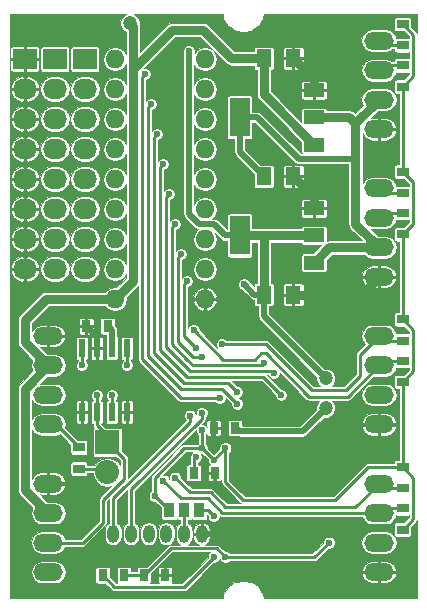
<source format=gbr>
G04 #@! TF.FileFunction,Copper,L2,Bot,Signal*
%FSLAX46Y46*%
G04 Gerber Fmt 4.6, Leading zero omitted, Abs format (unit mm)*
G04 Created by KiCad (PCBNEW 4.0.4-stable) date 11/06/16 21:46:28*
%MOMM*%
%LPD*%
G01*
G04 APERTURE LIST*
%ADD10C,0.100000*%
%ADD11O,1.600000X1.600000*%
%ADD12O,2.500000X1.500000*%
%ADD13R,1.700000X1.200000*%
%ADD14R,1.700000X3.300000*%
%ADD15R,0.800000X1.000000*%
%ADD16R,0.600000X1.550000*%
%ADD17O,1.000000X1.524000*%
%ADD18R,2.032000X2.032000*%
%ADD19O,2.032000X2.032000*%
%ADD20R,1.000000X0.800000*%
%ADD21R,0.965200X1.270000*%
%ADD22R,2.032000X1.727200*%
%ADD23O,2.032000X1.727200*%
%ADD24R,1.300000X1.500000*%
%ADD25C,1.200000*%
%ADD26C,0.600000*%
%ADD27C,0.800000*%
%ADD28C,0.500000*%
%ADD29C,0.250000*%
%ADD30C,0.025400*%
G04 APERTURE END LIST*
D10*
D11*
X16764000Y-4064000D03*
X16764000Y-6604000D03*
X16764000Y-9144000D03*
X16764000Y-11684000D03*
X16764000Y-14224000D03*
X16764000Y-16764000D03*
X16764000Y-19304000D03*
X16764000Y-21844000D03*
X16764000Y-24384000D03*
X9144000Y-24384000D03*
X9144000Y-21844000D03*
X9144000Y-19304000D03*
X9144000Y-16764000D03*
X9144000Y-14224000D03*
X9144000Y-11684000D03*
X9144000Y-9144000D03*
X9144000Y-6604000D03*
X9144000Y-4064000D03*
D12*
X31500000Y-27500000D03*
X31500000Y-30000000D03*
X31500000Y-32500000D03*
X31500000Y-35000000D03*
X3500000Y-47500000D03*
X3500000Y-45000000D03*
X3500000Y-42500000D03*
X3500000Y-40000000D03*
D13*
X26000000Y-6700000D03*
X26000000Y-9000000D03*
X26000000Y-11300000D03*
D14*
X19700000Y-9000000D03*
D15*
X13400000Y-47750000D03*
X11600000Y-47750000D03*
X8100000Y-47750000D03*
X9900000Y-47750000D03*
X17600000Y-39100000D03*
X15800000Y-39100000D03*
D16*
X6345000Y-28550000D03*
X7615000Y-28550000D03*
X8885000Y-28550000D03*
X10155000Y-28550000D03*
X10155000Y-33950000D03*
X8885000Y-33950000D03*
X7615000Y-33950000D03*
X6345000Y-33950000D03*
D17*
X16500000Y-44250000D03*
X15000000Y-44250000D03*
X13500000Y-44250000D03*
X12000000Y-44250000D03*
X10500000Y-44250000D03*
X9000000Y-44250000D03*
D18*
X8500000Y-36500000D03*
D19*
X8500000Y-39040000D03*
D20*
X6096000Y-36946000D03*
X6096000Y-38746000D03*
D21*
X16270000Y-42250000D03*
X15000000Y-42250000D03*
X13730000Y-42250000D03*
D12*
X3500000Y-35000000D03*
X3500000Y-32500000D03*
X3500000Y-30000000D03*
X3500000Y-27500000D03*
D22*
X4064000Y-4064000D03*
D23*
X4064000Y-6604000D03*
X4064000Y-9144000D03*
X4064000Y-11684000D03*
X4064000Y-14224000D03*
X4064000Y-16764000D03*
X4064000Y-19304000D03*
X4064000Y-21844000D03*
D12*
X31500000Y-15000000D03*
X31500000Y-17500000D03*
X31500000Y-20000000D03*
X31500000Y-22500000D03*
X31500000Y-2500000D03*
X31500000Y-5000000D03*
X31500000Y-7500000D03*
X31500000Y-10000000D03*
X31500000Y-40000000D03*
X31500000Y-42500000D03*
X31500000Y-45000000D03*
X31500000Y-47500000D03*
D13*
X26000000Y-16700000D03*
X26000000Y-19000000D03*
X26000000Y-21300000D03*
D14*
X19700000Y-19000000D03*
D22*
X6604000Y-4064000D03*
D23*
X6604000Y-6604000D03*
X6604000Y-9144000D03*
X6604000Y-11684000D03*
X6604000Y-14224000D03*
X6604000Y-16764000D03*
X6604000Y-19304000D03*
X6604000Y-21844000D03*
D22*
X1524000Y-4064000D03*
D23*
X1524000Y-6604000D03*
X1524000Y-9144000D03*
X1524000Y-11684000D03*
X1524000Y-14224000D03*
X1524000Y-16764000D03*
X1524000Y-19304000D03*
X1524000Y-21844000D03*
D24*
X21750000Y-4000000D03*
X24250000Y-4000000D03*
X21750000Y-24000000D03*
X24250000Y-24000000D03*
X21750000Y-14000000D03*
X24250000Y-14000000D03*
D15*
X17500000Y-35300000D03*
X19300000Y-35300000D03*
X6720000Y-26670000D03*
X8520000Y-26670000D03*
D20*
X33500000Y-18900000D03*
X33500000Y-17100000D03*
X33500000Y-13600000D03*
X33500000Y-15400000D03*
X33500000Y-6400000D03*
X33500000Y-4600000D03*
X33500000Y-1100000D03*
X33500000Y-2900000D03*
X33500000Y-31400000D03*
X33500000Y-29600000D03*
X33500000Y-26100000D03*
X33500000Y-27900000D03*
X33500000Y-43900000D03*
X33500000Y-42100000D03*
X33500000Y-38600000D03*
X33500000Y-40400000D03*
D25*
X26000000Y-16700000D03*
X26000000Y-6700000D03*
D26*
X19050000Y-43180000D03*
X17780000Y-36322000D03*
X7620000Y-27686000D03*
X14000000Y-46500000D03*
X17500000Y-40000000D03*
X9800000Y-47750000D03*
X17500000Y-42750000D03*
X18500000Y-46250000D03*
X27250000Y-45000000D03*
D25*
X10414000Y-1016000D03*
D26*
X7620000Y-32512000D03*
X8890000Y-32512000D03*
X16000000Y-37750000D03*
X10160000Y-29972000D03*
X6350000Y-29972000D03*
X18000000Y-32750000D03*
X11684000Y-5334000D03*
X21800000Y-29800000D03*
X14224000Y-18034000D03*
X19500000Y-33250000D03*
X12192000Y-7874000D03*
X18200000Y-28200000D03*
X13250000Y-39750000D03*
X14250000Y-39500000D03*
X22600000Y-30600000D03*
X13716000Y-15494000D03*
D25*
X27000000Y-31100000D03*
X27000000Y-33600000D03*
D26*
X15400000Y-3400000D03*
X20066000Y-23114000D03*
X19812000Y-35560000D03*
X8890000Y-27686000D03*
X16500000Y-35500000D03*
X12500000Y-41020000D03*
X17500000Y-46250000D03*
X18500000Y-37000000D03*
X16500000Y-37000000D03*
X17500000Y-38000000D03*
X15800000Y-27000000D03*
X16500000Y-34000000D03*
X15500000Y-34250000D03*
X19500000Y-32250000D03*
X12700000Y-10414000D03*
X23200000Y-32500000D03*
X13208000Y-12954000D03*
X16500000Y-29250000D03*
X14732000Y-20574000D03*
X16000000Y-28500000D03*
X15240000Y-22860000D03*
D27*
X31500000Y-22500000D02*
X30000000Y-24000000D01*
X30000000Y-24000000D02*
X24250000Y-24000000D01*
X24250000Y-14000000D02*
X26000000Y-15750000D01*
X26000000Y-15750000D02*
X26000000Y-16700000D01*
X24250000Y-4000000D02*
X26000000Y-5750000D01*
X26000000Y-5750000D02*
X26000000Y-6700000D01*
D28*
X16500000Y-44250000D02*
X17980000Y-44250000D01*
X17980000Y-44250000D02*
X19050000Y-43180000D01*
D29*
X17388000Y-35306000D02*
X17388000Y-33898000D01*
X17388000Y-33898000D02*
X16764000Y-33274000D01*
X16764000Y-33274000D02*
X15240000Y-33274000D01*
X15240000Y-33274000D02*
X14564000Y-33950000D01*
X14564000Y-33950000D02*
X10155000Y-33950000D01*
X17388000Y-35306000D02*
X17388000Y-35930000D01*
X17388000Y-35930000D02*
X17780000Y-36322000D01*
D28*
X7620000Y-27686000D02*
X7615000Y-27681000D01*
X7615000Y-27681000D02*
X7615000Y-27565000D01*
X6720000Y-26670000D02*
X7615000Y-27565000D01*
X7615000Y-27565000D02*
X7615000Y-28550000D01*
D29*
X10155000Y-33950000D02*
X10155000Y-32507000D01*
X10155000Y-32507000D02*
X8641000Y-30993000D01*
X8641000Y-30993000D02*
X7615000Y-30993000D01*
X6345000Y-33950000D02*
X6345000Y-32263000D01*
X6345000Y-32263000D02*
X7615000Y-30993000D01*
X7615000Y-30993000D02*
X7615000Y-28550000D01*
X13400000Y-47750000D02*
X13400000Y-47100000D01*
X13400000Y-47100000D02*
X14000000Y-46500000D01*
X17500000Y-40000000D02*
X17500000Y-39150000D01*
X17500000Y-39150000D02*
X17650000Y-39000000D01*
X9800000Y-47750000D02*
X9900000Y-47750000D01*
X18500000Y-46250000D02*
X17750000Y-45500000D01*
X17750000Y-45500000D02*
X13850000Y-45500000D01*
X13850000Y-45500000D02*
X11600000Y-47750000D01*
X16270000Y-42250000D02*
X17000000Y-42250000D01*
X17000000Y-42250000D02*
X17500000Y-42750000D01*
X18500000Y-46250000D02*
X26000000Y-46250000D01*
X26000000Y-46250000D02*
X27250000Y-45000000D01*
X9900000Y-47750000D02*
X11600000Y-47750000D01*
D27*
X10668000Y-1270000D02*
X10668000Y-4932000D01*
X10414000Y-1016000D02*
X10668000Y-1270000D01*
X21750000Y-4000000D02*
X19000000Y-4000000D01*
X19000000Y-4000000D02*
X16600000Y-1600000D01*
X16600000Y-1600000D02*
X14000000Y-1600000D01*
X14000000Y-1600000D02*
X10668000Y-4932000D01*
X26000000Y-11300000D02*
X21750000Y-7050000D01*
X21750000Y-7050000D02*
X21750000Y-4000000D01*
X3500000Y-30000000D02*
X1524000Y-31976000D01*
X1524000Y-31976000D02*
X1524000Y-40524000D01*
X1524000Y-40524000D02*
X3500000Y-42500000D01*
X9144000Y-24384000D02*
X3302000Y-24384000D01*
X3302000Y-24384000D02*
X1524000Y-26162000D01*
X1524000Y-26162000D02*
X1524000Y-28024000D01*
X1524000Y-28024000D02*
X3500000Y-30000000D01*
X10668000Y-4932000D02*
X10668000Y-22860000D01*
X10668000Y-22860000D02*
X9144000Y-24384000D01*
D29*
X3500000Y-45000000D02*
X6400000Y-45000000D01*
X8100000Y-43300000D02*
X8100000Y-41400000D01*
X6400000Y-45000000D02*
X8100000Y-43300000D01*
X3500000Y-45000000D02*
X4500000Y-45000000D01*
X9900000Y-37900000D02*
X8500000Y-36500000D01*
X8100000Y-41400000D02*
X9900000Y-39600000D01*
X9900000Y-39600000D02*
X9900000Y-37900000D01*
X7615000Y-33950000D02*
X7615000Y-32517000D01*
X7615000Y-32517000D02*
X7620000Y-32512000D01*
X8500000Y-36500000D02*
X8500000Y-35932000D01*
X8500000Y-35932000D02*
X7615000Y-35047000D01*
X7615000Y-35047000D02*
X7615000Y-33950000D01*
X8885000Y-33950000D02*
X8890000Y-33945000D01*
X8890000Y-33945000D02*
X8890000Y-32512000D01*
X6096000Y-36946000D02*
X4150000Y-35000000D01*
X4150000Y-35000000D02*
X3500000Y-35000000D01*
X15850000Y-39000000D02*
X15850000Y-37900000D01*
X15850000Y-37900000D02*
X16000000Y-37750000D01*
X10160000Y-29972000D02*
X10160000Y-28555000D01*
X10160000Y-28555000D02*
X10155000Y-28550000D01*
X6345000Y-28550000D02*
X6345000Y-29967000D01*
X6345000Y-29967000D02*
X6350000Y-29972000D01*
X33500000Y-17100000D02*
X31900000Y-17100000D01*
X31900000Y-17100000D02*
X31500000Y-17500000D01*
X33500000Y-15400000D02*
X31900000Y-15400000D01*
X31900000Y-15400000D02*
X31500000Y-15000000D01*
X18000000Y-32750000D02*
X14750000Y-32750000D01*
X14750000Y-32750000D02*
X11430000Y-29430000D01*
X11430000Y-29430000D02*
X11430000Y-25654000D01*
X11684000Y-5334000D02*
X11430000Y-5588000D01*
X11430000Y-5588000D02*
X11430000Y-25654000D01*
X21600000Y-30000000D02*
X20250000Y-30000000D01*
X21800000Y-29800000D02*
X21600000Y-30000000D01*
X15250000Y-29500000D02*
X15750000Y-30000000D01*
X15750000Y-30000000D02*
X20250000Y-30000000D01*
X15250000Y-29500000D02*
X13970000Y-28220000D01*
X13970000Y-28220000D02*
X13970000Y-25654000D01*
X14224000Y-18034000D02*
X13970000Y-18288000D01*
X13970000Y-18288000D02*
X13970000Y-25654000D01*
X33500000Y-2900000D02*
X31900000Y-2900000D01*
X31900000Y-2900000D02*
X31500000Y-2500000D01*
X33500000Y-4600000D02*
X31900000Y-4600000D01*
X31900000Y-4600000D02*
X31500000Y-5000000D01*
X11938000Y-25654000D02*
X11938000Y-29188000D01*
X11938000Y-29188000D02*
X14750000Y-32000000D01*
X14750000Y-32000000D02*
X18250000Y-32000000D01*
X18250000Y-32000000D02*
X19500000Y-33250000D01*
X12192000Y-7874000D02*
X11938000Y-8128000D01*
X11938000Y-8128000D02*
X11938000Y-25654000D01*
X31500000Y-27500000D02*
X29900000Y-29100000D01*
X28700000Y-32100000D02*
X25800000Y-32100000D01*
X29900000Y-30900000D02*
X28700000Y-32100000D01*
X29900000Y-29100000D02*
X29900000Y-30900000D01*
X25800000Y-32100000D02*
X21900000Y-28200000D01*
X21900000Y-28200000D02*
X18200000Y-28200000D01*
X33500000Y-27900000D02*
X31900000Y-27900000D01*
X31900000Y-27900000D02*
X31500000Y-27500000D01*
X33500000Y-42100000D02*
X31900000Y-42100000D01*
X31900000Y-42100000D02*
X31500000Y-42500000D01*
X31500000Y-42500000D02*
X31900000Y-42100000D01*
X31500000Y-42500000D02*
X18250000Y-42500000D01*
X18250000Y-42500000D02*
X17000000Y-41250000D01*
X17000000Y-41250000D02*
X14750000Y-41250000D01*
X14750000Y-41250000D02*
X13250000Y-39750000D01*
X33500000Y-40400000D02*
X31900000Y-40400000D01*
X31900000Y-40400000D02*
X31500000Y-40000000D01*
X31500000Y-40000000D02*
X31900000Y-40400000D01*
X31500000Y-40000000D02*
X29500000Y-42000000D01*
X29500000Y-42000000D02*
X18500000Y-42000000D01*
X18500000Y-42000000D02*
X17250000Y-40750000D01*
X17250000Y-40750000D02*
X15500000Y-40750000D01*
X15500000Y-40750000D02*
X14250000Y-39500000D01*
X8500000Y-39040000D02*
X8206000Y-38746000D01*
X8206000Y-38746000D02*
X6096000Y-38746000D01*
D28*
X19700000Y-9000000D02*
X21200000Y-9000000D01*
X24700000Y-12500000D02*
X29500000Y-12500000D01*
X21200000Y-9000000D02*
X24700000Y-12500000D01*
X21750000Y-14000000D02*
X19700000Y-11950000D01*
X19700000Y-11950000D02*
X19700000Y-9000000D01*
D27*
X26000000Y-9000000D02*
X29000000Y-9000000D01*
X29000000Y-9000000D02*
X29500000Y-9500000D01*
X26000000Y-21300000D02*
X27300000Y-20000000D01*
X27300000Y-20000000D02*
X31500000Y-20000000D01*
X31500000Y-7500000D02*
X29500000Y-9500000D01*
X29500000Y-9500000D02*
X29500000Y-12500000D01*
X29500000Y-12500000D02*
X29500000Y-18000000D01*
X29500000Y-18000000D02*
X31500000Y-20000000D01*
D29*
X22500000Y-30500000D02*
X21500000Y-30500000D01*
X22600000Y-30600000D02*
X22500000Y-30500000D01*
X21500000Y-30500000D02*
X15500000Y-30500000D01*
X15500000Y-30500000D02*
X15250000Y-30250000D01*
X13462000Y-25654000D02*
X13462000Y-28462000D01*
X13462000Y-28462000D02*
X15250000Y-30250000D01*
X13716000Y-15494000D02*
X13462000Y-15748000D01*
X13462000Y-15748000D02*
X13462000Y-25654000D01*
D28*
X19812000Y-35560000D02*
X25040000Y-35560000D01*
X21750000Y-25850000D02*
X21750000Y-24000000D01*
X27000000Y-31100000D02*
X21750000Y-25850000D01*
X25040000Y-35560000D02*
X27000000Y-33600000D01*
X20952000Y-24000000D02*
X21750000Y-24000000D01*
X20066000Y-23114000D02*
X20952000Y-24000000D01*
X15400000Y-17200000D02*
X16234000Y-18034000D01*
X16234000Y-18034000D02*
X17526000Y-18034000D01*
X17526000Y-18034000D02*
X18492000Y-19000000D01*
X18492000Y-19000000D02*
X19700000Y-19000000D01*
D27*
X21750000Y-24000000D02*
X21750000Y-19000000D01*
X21750000Y-19000000D02*
X21800000Y-19000000D01*
D28*
X15400000Y-3400000D02*
X15400000Y-17200000D01*
D27*
X19700000Y-19000000D02*
X21800000Y-19000000D01*
X21800000Y-19000000D02*
X26000000Y-19000000D01*
D29*
X19188000Y-35306000D02*
X19558000Y-35306000D01*
X19558000Y-35306000D02*
X19812000Y-35560000D01*
D28*
X8890000Y-27686000D02*
X8885000Y-27686000D01*
X8885000Y-27686000D02*
X8890000Y-27686000D01*
X8890000Y-27686000D02*
X8885000Y-27686000D01*
X8520000Y-26670000D02*
X8885000Y-27035000D01*
X8885000Y-27035000D02*
X8885000Y-27686000D01*
X8885000Y-27686000D02*
X8885000Y-28550000D01*
D29*
X33500000Y-38600000D02*
X30600000Y-38600000D01*
X30600000Y-38600000D02*
X27800000Y-41400000D01*
X27800000Y-41400000D02*
X20000000Y-41400000D01*
X20000000Y-41400000D02*
X18500000Y-39900000D01*
X18500000Y-39900000D02*
X18500000Y-37000000D01*
X33500000Y-6400000D02*
X34400000Y-5500000D01*
X34400000Y-5500000D02*
X34400000Y-2000000D01*
X34400000Y-2000000D02*
X33500000Y-1100000D01*
X33500000Y-13600000D02*
X33500000Y-6400000D01*
X33500000Y-18900000D02*
X34400000Y-18000000D01*
X34400000Y-18000000D02*
X34400000Y-14500000D01*
X34400000Y-14500000D02*
X33500000Y-13600000D01*
X33500000Y-26100000D02*
X33500000Y-18900000D01*
X33500000Y-31400000D02*
X34400000Y-30500000D01*
X34400000Y-30500000D02*
X34400000Y-27000000D01*
X34400000Y-27000000D02*
X33500000Y-26100000D01*
X33500000Y-38600000D02*
X33500000Y-31400000D01*
X33500000Y-43900000D02*
X34400000Y-43000000D01*
X34400000Y-43000000D02*
X34400000Y-39500000D01*
X34400000Y-39500000D02*
X33500000Y-38600000D01*
X17500000Y-46250000D02*
X15000000Y-48750000D01*
X15000000Y-48750000D02*
X9100000Y-48750000D01*
X9100000Y-48750000D02*
X8100000Y-47750000D01*
X13730000Y-42250000D02*
X12500000Y-41020000D01*
X12500000Y-41020000D02*
X12500000Y-39500000D01*
X12500000Y-39500000D02*
X15000000Y-37000000D01*
X15000000Y-37000000D02*
X16500000Y-37000000D01*
X13730000Y-42250000D02*
X13730000Y-41730000D01*
X18500000Y-37000000D02*
X17500000Y-38000000D01*
X16500000Y-37000000D02*
X16500000Y-35500000D01*
X17500000Y-38000000D02*
X16500000Y-37000000D01*
X15000000Y-42250000D02*
X15000000Y-44250000D01*
X15800000Y-27000000D02*
X18300000Y-29500000D01*
X21500000Y-28975000D02*
X20975000Y-29500000D01*
X20975000Y-29500000D02*
X18300000Y-29500000D01*
X21925000Y-28975000D02*
X21500000Y-28975000D01*
X31500000Y-30000000D02*
X28850000Y-32650000D01*
X28850000Y-32650000D02*
X25600000Y-32650000D01*
X25600000Y-32650000D02*
X21925000Y-28975000D01*
X33500000Y-29600000D02*
X31900000Y-29600000D01*
X31900000Y-29600000D02*
X31500000Y-30000000D01*
X10500000Y-44250000D02*
X10500000Y-40500000D01*
X10500000Y-40500000D02*
X16500000Y-34500000D01*
X16500000Y-34000000D02*
X16500000Y-34500000D01*
X15500000Y-34250000D02*
X15500000Y-34750000D01*
X9000000Y-44250000D02*
X9000000Y-41250000D01*
X9000000Y-41250000D02*
X9250000Y-41000000D01*
X15500000Y-34750000D02*
X9250000Y-41000000D01*
X9250000Y-44000000D02*
X9000000Y-44250000D01*
X19500000Y-32250000D02*
X18750000Y-31500000D01*
X18750000Y-31500000D02*
X15000000Y-31500000D01*
X15000000Y-31500000D02*
X12446000Y-28946000D01*
X12446000Y-28946000D02*
X12446000Y-25654000D01*
X12700000Y-10414000D02*
X12446000Y-10668000D01*
X12446000Y-10668000D02*
X12446000Y-25654000D01*
X23200000Y-32500000D02*
X21700000Y-31000000D01*
X21200000Y-31000000D02*
X21700000Y-31000000D01*
X21200000Y-31000000D02*
X15250000Y-31000000D01*
X15250000Y-31000000D02*
X12954000Y-28704000D01*
X12954000Y-28704000D02*
X12954000Y-25654000D01*
X12954000Y-13208000D02*
X12954000Y-25654000D01*
X13208000Y-12954000D02*
X12954000Y-13208000D01*
X16500000Y-29250000D02*
X15750000Y-29250000D01*
X15750000Y-29250000D02*
X15250000Y-28750000D01*
X15250000Y-28750000D02*
X14478000Y-27978000D01*
X14478000Y-27978000D02*
X14478000Y-27228000D01*
X14732000Y-20574000D02*
X14478000Y-20828000D01*
X14478000Y-27228000D02*
X14478000Y-25654000D01*
X14478000Y-20828000D02*
X14478000Y-25654000D01*
X16000000Y-28500000D02*
X14986000Y-27486000D01*
X14986000Y-27486000D02*
X14986000Y-27236000D01*
X14986000Y-25500000D02*
X14986000Y-27236000D01*
X15240000Y-22860000D02*
X14986000Y-23114000D01*
X14986000Y-23114000D02*
X14986000Y-25500000D01*
D30*
G36*
X9954244Y-326625D02*
X9725428Y-555041D01*
X9601441Y-853635D01*
X9601159Y-1176947D01*
X9724625Y-1475756D01*
X9953041Y-1704572D01*
X10055300Y-1747034D01*
X10055300Y-3610377D01*
X9879927Y-3347913D01*
X9551384Y-3128387D01*
X9163840Y-3051300D01*
X9124160Y-3051300D01*
X8736616Y-3128387D01*
X8408073Y-3347913D01*
X8188547Y-3676456D01*
X8111460Y-4064000D01*
X8188547Y-4451544D01*
X8408073Y-4780087D01*
X8736616Y-4999613D01*
X9124160Y-5076700D01*
X9163840Y-5076700D01*
X9551384Y-4999613D01*
X9879927Y-4780087D01*
X10055300Y-4517623D01*
X10055300Y-6150377D01*
X9879927Y-5887913D01*
X9551384Y-5668387D01*
X9163840Y-5591300D01*
X9124160Y-5591300D01*
X8736616Y-5668387D01*
X8408073Y-5887913D01*
X8188547Y-6216456D01*
X8111460Y-6604000D01*
X8188547Y-6991544D01*
X8408073Y-7320087D01*
X8736616Y-7539613D01*
X9124160Y-7616700D01*
X9163840Y-7616700D01*
X9551384Y-7539613D01*
X9879927Y-7320087D01*
X10055300Y-7057623D01*
X10055300Y-8690377D01*
X9879927Y-8427913D01*
X9551384Y-8208387D01*
X9163840Y-8131300D01*
X9124160Y-8131300D01*
X8736616Y-8208387D01*
X8408073Y-8427913D01*
X8188547Y-8756456D01*
X8111460Y-9144000D01*
X8188547Y-9531544D01*
X8408073Y-9860087D01*
X8736616Y-10079613D01*
X9124160Y-10156700D01*
X9163840Y-10156700D01*
X9551384Y-10079613D01*
X9879927Y-9860087D01*
X10055300Y-9597623D01*
X10055300Y-11230377D01*
X9879927Y-10967913D01*
X9551384Y-10748387D01*
X9163840Y-10671300D01*
X9124160Y-10671300D01*
X8736616Y-10748387D01*
X8408073Y-10967913D01*
X8188547Y-11296456D01*
X8111460Y-11684000D01*
X8188547Y-12071544D01*
X8408073Y-12400087D01*
X8736616Y-12619613D01*
X9124160Y-12696700D01*
X9163840Y-12696700D01*
X9551384Y-12619613D01*
X9879927Y-12400087D01*
X10055300Y-12137623D01*
X10055300Y-13770377D01*
X9879927Y-13507913D01*
X9551384Y-13288387D01*
X9163840Y-13211300D01*
X9124160Y-13211300D01*
X8736616Y-13288387D01*
X8408073Y-13507913D01*
X8188547Y-13836456D01*
X8111460Y-14224000D01*
X8188547Y-14611544D01*
X8408073Y-14940087D01*
X8736616Y-15159613D01*
X9124160Y-15236700D01*
X9163840Y-15236700D01*
X9551384Y-15159613D01*
X9879927Y-14940087D01*
X10055300Y-14677623D01*
X10055300Y-16310377D01*
X9879927Y-16047913D01*
X9551384Y-15828387D01*
X9163840Y-15751300D01*
X9124160Y-15751300D01*
X8736616Y-15828387D01*
X8408073Y-16047913D01*
X8188547Y-16376456D01*
X8111460Y-16764000D01*
X8188547Y-17151544D01*
X8408073Y-17480087D01*
X8736616Y-17699613D01*
X9124160Y-17776700D01*
X9163840Y-17776700D01*
X9551384Y-17699613D01*
X9879927Y-17480087D01*
X10055300Y-17217623D01*
X10055300Y-18850377D01*
X9879927Y-18587913D01*
X9551384Y-18368387D01*
X9163840Y-18291300D01*
X9124160Y-18291300D01*
X8736616Y-18368387D01*
X8408073Y-18587913D01*
X8188547Y-18916456D01*
X8111460Y-19304000D01*
X8188547Y-19691544D01*
X8408073Y-20020087D01*
X8736616Y-20239613D01*
X9124160Y-20316700D01*
X9163840Y-20316700D01*
X9551384Y-20239613D01*
X9879927Y-20020087D01*
X10055300Y-19757623D01*
X10055300Y-21390377D01*
X9879927Y-21127913D01*
X9551384Y-20908387D01*
X9163840Y-20831300D01*
X9124160Y-20831300D01*
X8736616Y-20908387D01*
X8408073Y-21127913D01*
X8188547Y-21456456D01*
X8111460Y-21844000D01*
X8188547Y-22231544D01*
X8408073Y-22560087D01*
X8736616Y-22779613D01*
X9124160Y-22856700D01*
X9163840Y-22856700D01*
X9551384Y-22779613D01*
X9879927Y-22560087D01*
X10055300Y-22297623D01*
X10055300Y-22606211D01*
X9269245Y-23392266D01*
X9163840Y-23371300D01*
X9124160Y-23371300D01*
X8736616Y-23448387D01*
X8408073Y-23667913D01*
X8338992Y-23771300D01*
X3302000Y-23771300D01*
X3067530Y-23817939D01*
X2868756Y-23950755D01*
X1090756Y-25728756D01*
X957939Y-25927530D01*
X911300Y-26162000D01*
X911300Y-28024000D01*
X957939Y-28258470D01*
X1090756Y-28457244D01*
X2155296Y-29521784D01*
X2081925Y-29631591D01*
X2008644Y-30000000D01*
X2081925Y-30368409D01*
X2155296Y-30478216D01*
X1090756Y-31542756D01*
X957939Y-31741530D01*
X911300Y-31976000D01*
X911300Y-40524000D01*
X957939Y-40758470D01*
X1090756Y-40957244D01*
X2155296Y-42021784D01*
X2081925Y-42131591D01*
X2008644Y-42500000D01*
X2081925Y-42868409D01*
X2290612Y-43180732D01*
X2602935Y-43389419D01*
X2971344Y-43462700D01*
X4028656Y-43462700D01*
X4397065Y-43389419D01*
X4709388Y-43180732D01*
X4918075Y-42868409D01*
X4991356Y-42500000D01*
X4918075Y-42131591D01*
X4709388Y-41819268D01*
X4397065Y-41610581D01*
X4028656Y-41537300D01*
X3403788Y-41537300D01*
X2794258Y-40927770D01*
X2912700Y-40962700D01*
X3412700Y-40962700D01*
X3412700Y-40087300D01*
X3587300Y-40087300D01*
X3587300Y-40962700D01*
X4087300Y-40962700D01*
X4449064Y-40856011D01*
X4742462Y-40619002D01*
X4922827Y-40287755D01*
X4933274Y-40236204D01*
X4905326Y-40087300D01*
X3587300Y-40087300D01*
X3412700Y-40087300D01*
X3392700Y-40087300D01*
X3392700Y-39912700D01*
X3412700Y-39912700D01*
X3412700Y-39037300D01*
X3587300Y-39037300D01*
X3587300Y-39912700D01*
X4905326Y-39912700D01*
X4933274Y-39763796D01*
X4922827Y-39712245D01*
X4742462Y-39380998D01*
X4449064Y-39143989D01*
X4087300Y-39037300D01*
X3587300Y-39037300D01*
X3412700Y-39037300D01*
X2912700Y-39037300D01*
X2550936Y-39143989D01*
X2257538Y-39380998D01*
X2136700Y-39602921D01*
X2136700Y-35450386D01*
X2290612Y-35680732D01*
X2602935Y-35889419D01*
X2971344Y-35962700D01*
X4028656Y-35962700D01*
X4397065Y-35889419D01*
X4495840Y-35823420D01*
X5379133Y-36706713D01*
X5379133Y-37346000D01*
X5393964Y-37424822D01*
X5440548Y-37497215D01*
X5511627Y-37545781D01*
X5596000Y-37562867D01*
X6596000Y-37562867D01*
X6674822Y-37548036D01*
X6747215Y-37501452D01*
X6795781Y-37430373D01*
X6812867Y-37346000D01*
X6812867Y-36546000D01*
X6798036Y-36467178D01*
X6751452Y-36394785D01*
X6680373Y-36346219D01*
X6596000Y-36329133D01*
X5956713Y-36329133D01*
X4931002Y-35303422D01*
X4991356Y-35000000D01*
X4918075Y-34631591D01*
X4709388Y-34319268D01*
X4397065Y-34110581D01*
X4295986Y-34090475D01*
X5832300Y-34090475D01*
X5832300Y-34767309D01*
X5864682Y-34845485D01*
X5924515Y-34905319D01*
X6002692Y-34937700D01*
X6204525Y-34937700D01*
X6257700Y-34884525D01*
X6257700Y-34037300D01*
X6432300Y-34037300D01*
X6432300Y-34884525D01*
X6485475Y-34937700D01*
X6687308Y-34937700D01*
X6765485Y-34905319D01*
X6825318Y-34845485D01*
X6857700Y-34767309D01*
X6857700Y-34090475D01*
X6804525Y-34037300D01*
X6432300Y-34037300D01*
X6257700Y-34037300D01*
X5885475Y-34037300D01*
X5832300Y-34090475D01*
X4295986Y-34090475D01*
X4028656Y-34037300D01*
X2971344Y-34037300D01*
X2602935Y-34110581D01*
X2290612Y-34319268D01*
X2136700Y-34549614D01*
X2136700Y-32950386D01*
X2290612Y-33180732D01*
X2602935Y-33389419D01*
X2971344Y-33462700D01*
X4028656Y-33462700D01*
X4397065Y-33389419D01*
X4709388Y-33180732D01*
X4741487Y-33132691D01*
X5832300Y-33132691D01*
X5832300Y-33809525D01*
X5885475Y-33862700D01*
X6257700Y-33862700D01*
X6257700Y-33015475D01*
X6432300Y-33015475D01*
X6432300Y-33862700D01*
X6804525Y-33862700D01*
X6857700Y-33809525D01*
X6857700Y-33132691D01*
X6825318Y-33054515D01*
X6765485Y-32994681D01*
X6687308Y-32962300D01*
X6485475Y-32962300D01*
X6432300Y-33015475D01*
X6257700Y-33015475D01*
X6204525Y-32962300D01*
X6002692Y-32962300D01*
X5924515Y-32994681D01*
X5864682Y-33054515D01*
X5832300Y-33132691D01*
X4741487Y-33132691D01*
X4918075Y-32868409D01*
X4991356Y-32500000D01*
X4918075Y-32131591D01*
X4709388Y-31819268D01*
X4397065Y-31610581D01*
X4028656Y-31537300D01*
X2971344Y-31537300D01*
X2793890Y-31572598D01*
X3403788Y-30962700D01*
X4028656Y-30962700D01*
X4397065Y-30889419D01*
X4709388Y-30680732D01*
X4918075Y-30368409D01*
X4991356Y-30000000D01*
X4918075Y-29631591D01*
X4709388Y-29319268D01*
X4397065Y-29110581D01*
X4028656Y-29037300D01*
X3403788Y-29037300D01*
X2794258Y-28427770D01*
X2912700Y-28462700D01*
X3412700Y-28462700D01*
X3412700Y-27587300D01*
X3587300Y-27587300D01*
X3587300Y-28462700D01*
X4087300Y-28462700D01*
X4449064Y-28356011D01*
X4742462Y-28119002D01*
X4922827Y-27787755D01*
X4925411Y-27775000D01*
X5828133Y-27775000D01*
X5828133Y-29325000D01*
X5842964Y-29403822D01*
X5889548Y-29476215D01*
X5960627Y-29524781D01*
X6007300Y-29534233D01*
X6007300Y-29589667D01*
X5915608Y-29681200D01*
X5837390Y-29869570D01*
X5837212Y-30073535D01*
X5915101Y-30262042D01*
X6059200Y-30406392D01*
X6247570Y-30484610D01*
X6451535Y-30484788D01*
X6640042Y-30406899D01*
X6784392Y-30262800D01*
X6862610Y-30074430D01*
X6862788Y-29870465D01*
X6784899Y-29681958D01*
X6682700Y-29579581D01*
X6682700Y-29534773D01*
X6723822Y-29527036D01*
X6796215Y-29480452D01*
X6844781Y-29409373D01*
X6861867Y-29325000D01*
X6861867Y-28690475D01*
X7102300Y-28690475D01*
X7102300Y-29367309D01*
X7134682Y-29445485D01*
X7194515Y-29505319D01*
X7272692Y-29537700D01*
X7474525Y-29537700D01*
X7527700Y-29484525D01*
X7527700Y-28637300D01*
X7702300Y-28637300D01*
X7702300Y-29484525D01*
X7755475Y-29537700D01*
X7957308Y-29537700D01*
X8035485Y-29505319D01*
X8095318Y-29445485D01*
X8127700Y-29367309D01*
X8127700Y-28690475D01*
X8074525Y-28637300D01*
X7702300Y-28637300D01*
X7527700Y-28637300D01*
X7155475Y-28637300D01*
X7102300Y-28690475D01*
X6861867Y-28690475D01*
X6861867Y-27775000D01*
X6853907Y-27732691D01*
X7102300Y-27732691D01*
X7102300Y-28409525D01*
X7155475Y-28462700D01*
X7527700Y-28462700D01*
X7527700Y-27615475D01*
X7702300Y-27615475D01*
X7702300Y-28462700D01*
X8074525Y-28462700D01*
X8127700Y-28409525D01*
X8127700Y-27732691D01*
X8095318Y-27654515D01*
X8035485Y-27594681D01*
X7957308Y-27562300D01*
X7755475Y-27562300D01*
X7702300Y-27615475D01*
X7527700Y-27615475D01*
X7474525Y-27562300D01*
X7272692Y-27562300D01*
X7194515Y-27594681D01*
X7134682Y-27654515D01*
X7102300Y-27732691D01*
X6853907Y-27732691D01*
X6847036Y-27696178D01*
X6800452Y-27623785D01*
X6729373Y-27575219D01*
X6645000Y-27558133D01*
X6045000Y-27558133D01*
X5966178Y-27572964D01*
X5893785Y-27619548D01*
X5845219Y-27690627D01*
X5828133Y-27775000D01*
X4925411Y-27775000D01*
X4933274Y-27736204D01*
X4905326Y-27587300D01*
X3587300Y-27587300D01*
X3412700Y-27587300D01*
X3392700Y-27587300D01*
X3392700Y-27412700D01*
X3412700Y-27412700D01*
X3412700Y-26537300D01*
X3587300Y-26537300D01*
X3587300Y-27412700D01*
X4905326Y-27412700D01*
X4933274Y-27263796D01*
X4922827Y-27212245D01*
X4742462Y-26880998D01*
X4655161Y-26810475D01*
X6107300Y-26810475D01*
X6107300Y-27212308D01*
X6139681Y-27290485D01*
X6199515Y-27350318D01*
X6277691Y-27382700D01*
X6579525Y-27382700D01*
X6632700Y-27329525D01*
X6632700Y-26757300D01*
X6807300Y-26757300D01*
X6807300Y-27329525D01*
X6860475Y-27382700D01*
X7162309Y-27382700D01*
X7240485Y-27350318D01*
X7300319Y-27290485D01*
X7332700Y-27212308D01*
X7332700Y-26810475D01*
X7279525Y-26757300D01*
X6807300Y-26757300D01*
X6632700Y-26757300D01*
X6160475Y-26757300D01*
X6107300Y-26810475D01*
X4655161Y-26810475D01*
X4449064Y-26643989D01*
X4087300Y-26537300D01*
X3587300Y-26537300D01*
X3412700Y-26537300D01*
X2912700Y-26537300D01*
X2550936Y-26643989D01*
X2257538Y-26880998D01*
X2136700Y-27102921D01*
X2136700Y-26415788D01*
X2424796Y-26127692D01*
X6107300Y-26127692D01*
X6107300Y-26529525D01*
X6160475Y-26582700D01*
X6632700Y-26582700D01*
X6632700Y-26010475D01*
X6807300Y-26010475D01*
X6807300Y-26582700D01*
X7279525Y-26582700D01*
X7332700Y-26529525D01*
X7332700Y-26170000D01*
X7903133Y-26170000D01*
X7903133Y-27170000D01*
X7917964Y-27248822D01*
X7964548Y-27321215D01*
X8035627Y-27369781D01*
X8120000Y-27386867D01*
X8422300Y-27386867D01*
X8422300Y-27475415D01*
X8377390Y-27583570D01*
X8377262Y-27729918D01*
X8368133Y-27775000D01*
X8368133Y-29325000D01*
X8382964Y-29403822D01*
X8429548Y-29476215D01*
X8500627Y-29524781D01*
X8585000Y-29541867D01*
X9185000Y-29541867D01*
X9263822Y-29527036D01*
X9336215Y-29480452D01*
X9384781Y-29409373D01*
X9401867Y-29325000D01*
X9401867Y-27790219D01*
X9402610Y-27788430D01*
X9402621Y-27775000D01*
X9638133Y-27775000D01*
X9638133Y-29325000D01*
X9652964Y-29403822D01*
X9699548Y-29476215D01*
X9770627Y-29524781D01*
X9822300Y-29535245D01*
X9822300Y-29584676D01*
X9725608Y-29681200D01*
X9647390Y-29869570D01*
X9647212Y-30073535D01*
X9725101Y-30262042D01*
X9869200Y-30406392D01*
X10057570Y-30484610D01*
X10261535Y-30484788D01*
X10450042Y-30406899D01*
X10594392Y-30262800D01*
X10672610Y-30074430D01*
X10672788Y-29870465D01*
X10594899Y-29681958D01*
X10497700Y-29584590D01*
X10497700Y-29533833D01*
X10533822Y-29527036D01*
X10606215Y-29480452D01*
X10654781Y-29409373D01*
X10671867Y-29325000D01*
X10671867Y-27775000D01*
X10657036Y-27696178D01*
X10610452Y-27623785D01*
X10539373Y-27575219D01*
X10455000Y-27558133D01*
X9855000Y-27558133D01*
X9776178Y-27572964D01*
X9703785Y-27619548D01*
X9655219Y-27690627D01*
X9638133Y-27775000D01*
X9402621Y-27775000D01*
X9402788Y-27584465D01*
X9347700Y-27451141D01*
X9347700Y-27035000D01*
X9312479Y-26857932D01*
X9212178Y-26707822D01*
X9136867Y-26632511D01*
X9136867Y-26170000D01*
X9122036Y-26091178D01*
X9075452Y-26018785D01*
X9004373Y-25970219D01*
X8920000Y-25953133D01*
X8120000Y-25953133D01*
X8041178Y-25967964D01*
X7968785Y-26014548D01*
X7920219Y-26085627D01*
X7903133Y-26170000D01*
X7332700Y-26170000D01*
X7332700Y-26127692D01*
X7300319Y-26049515D01*
X7240485Y-25989682D01*
X7162309Y-25957300D01*
X6860475Y-25957300D01*
X6807300Y-26010475D01*
X6632700Y-26010475D01*
X6579525Y-25957300D01*
X6277691Y-25957300D01*
X6199515Y-25989682D01*
X6139681Y-26049515D01*
X6107300Y-26127692D01*
X2424796Y-26127692D01*
X3555789Y-24996700D01*
X8338992Y-24996700D01*
X8408073Y-25100087D01*
X8736616Y-25319613D01*
X9124160Y-25396700D01*
X9163840Y-25396700D01*
X9551384Y-25319613D01*
X9879927Y-25100087D01*
X10099453Y-24771544D01*
X10176540Y-24384000D01*
X10148990Y-24245498D01*
X11092300Y-23302189D01*
X11092300Y-29430000D01*
X11118006Y-29559232D01*
X11191210Y-29668790D01*
X14511210Y-32988790D01*
X14620768Y-33061994D01*
X14750000Y-33087700D01*
X17612676Y-33087700D01*
X17709200Y-33184392D01*
X17897570Y-33262610D01*
X18101535Y-33262788D01*
X18290042Y-33184899D01*
X18434392Y-33040800D01*
X18512610Y-32852430D01*
X18512708Y-32740288D01*
X18987331Y-33214911D01*
X18987212Y-33351535D01*
X19065101Y-33540042D01*
X19209200Y-33684392D01*
X19397570Y-33762610D01*
X19601535Y-33762788D01*
X19790042Y-33684899D01*
X19934392Y-33540800D01*
X20012610Y-33352430D01*
X20012788Y-33148465D01*
X19934899Y-32959958D01*
X19790800Y-32815608D01*
X19632642Y-32749935D01*
X19790042Y-32684899D01*
X19934392Y-32540800D01*
X20012610Y-32352430D01*
X20012788Y-32148465D01*
X19934899Y-31959958D01*
X19790800Y-31815608D01*
X19602430Y-31737390D01*
X19464850Y-31737270D01*
X19065280Y-31337700D01*
X21560120Y-31337700D01*
X22687331Y-32464911D01*
X22687212Y-32601535D01*
X22765101Y-32790042D01*
X22909200Y-32934392D01*
X23097570Y-33012610D01*
X23301535Y-33012788D01*
X23490042Y-32934899D01*
X23634392Y-32790800D01*
X23712610Y-32602430D01*
X23712788Y-32398465D01*
X23634899Y-32209958D01*
X23490800Y-32065608D01*
X23302430Y-31987390D01*
X23164850Y-31987270D01*
X22015280Y-30837700D01*
X22143474Y-30837700D01*
X22165101Y-30890042D01*
X22309200Y-31034392D01*
X22497570Y-31112610D01*
X22701535Y-31112788D01*
X22890042Y-31034899D01*
X23034392Y-30890800D01*
X23112610Y-30702430D01*
X23112664Y-30640244D01*
X25361210Y-32888790D01*
X25470768Y-32961994D01*
X25600000Y-32987700D01*
X26463034Y-32987700D01*
X26311428Y-33139041D01*
X26187441Y-33437635D01*
X26187161Y-33758482D01*
X24848344Y-35097300D01*
X20034627Y-35097300D01*
X19916867Y-35048402D01*
X19916867Y-34800000D01*
X19902036Y-34721178D01*
X19855452Y-34648785D01*
X19784373Y-34600219D01*
X19700000Y-34583133D01*
X18900000Y-34583133D01*
X18821178Y-34597964D01*
X18748785Y-34644548D01*
X18700219Y-34715627D01*
X18683133Y-34800000D01*
X18683133Y-35800000D01*
X18697964Y-35878822D01*
X18744548Y-35951215D01*
X18815627Y-35999781D01*
X18900000Y-36016867D01*
X19575326Y-36016867D01*
X19709570Y-36072610D01*
X19913535Y-36072788D01*
X20034758Y-36022700D01*
X25040000Y-36022700D01*
X25217068Y-35987479D01*
X25367178Y-35887178D01*
X26018152Y-35236204D01*
X30066726Y-35236204D01*
X30077173Y-35287755D01*
X30257538Y-35619002D01*
X30550936Y-35856011D01*
X30912700Y-35962700D01*
X31412700Y-35962700D01*
X31412700Y-35087300D01*
X31587300Y-35087300D01*
X31587300Y-35962700D01*
X32087300Y-35962700D01*
X32449064Y-35856011D01*
X32742462Y-35619002D01*
X32922827Y-35287755D01*
X32933274Y-35236204D01*
X32905326Y-35087300D01*
X31587300Y-35087300D01*
X31412700Y-35087300D01*
X30094674Y-35087300D01*
X30066726Y-35236204D01*
X26018152Y-35236204D01*
X26490560Y-34763796D01*
X30066726Y-34763796D01*
X30094674Y-34912700D01*
X31412700Y-34912700D01*
X31412700Y-34037300D01*
X31587300Y-34037300D01*
X31587300Y-34912700D01*
X32905326Y-34912700D01*
X32933274Y-34763796D01*
X32922827Y-34712245D01*
X32742462Y-34380998D01*
X32449064Y-34143989D01*
X32087300Y-34037300D01*
X31587300Y-34037300D01*
X31412700Y-34037300D01*
X30912700Y-34037300D01*
X30550936Y-34143989D01*
X30257538Y-34380998D01*
X30077173Y-34712245D01*
X30066726Y-34763796D01*
X26490560Y-34763796D01*
X26841794Y-34412563D01*
X27160947Y-34412841D01*
X27459756Y-34289375D01*
X27688572Y-34060959D01*
X27812559Y-33762365D01*
X27812841Y-33439053D01*
X27689375Y-33140244D01*
X27537098Y-32987700D01*
X28850000Y-32987700D01*
X28979232Y-32961994D01*
X29088790Y-32888790D01*
X29477580Y-32500000D01*
X30008644Y-32500000D01*
X30081925Y-32868409D01*
X30290612Y-33180732D01*
X30602935Y-33389419D01*
X30971344Y-33462700D01*
X32028656Y-33462700D01*
X32397065Y-33389419D01*
X32709388Y-33180732D01*
X32918075Y-32868409D01*
X32991356Y-32500000D01*
X32918075Y-32131591D01*
X32709388Y-31819268D01*
X32397065Y-31610581D01*
X32028656Y-31537300D01*
X30971344Y-31537300D01*
X30602935Y-31610581D01*
X30290612Y-31819268D01*
X30081925Y-32131591D01*
X30008644Y-32500000D01*
X29477580Y-32500000D01*
X31014880Y-30962700D01*
X32028656Y-30962700D01*
X32397065Y-30889419D01*
X32709388Y-30680732D01*
X32918075Y-30368409D01*
X32950224Y-30206787D01*
X33000000Y-30216867D01*
X34000000Y-30216867D01*
X34062300Y-30205145D01*
X34062300Y-30360120D01*
X33639287Y-30783133D01*
X33000000Y-30783133D01*
X32921178Y-30797964D01*
X32848785Y-30844548D01*
X32800219Y-30915627D01*
X32783133Y-31000000D01*
X32783133Y-31800000D01*
X32797964Y-31878822D01*
X32844548Y-31951215D01*
X32915627Y-31999781D01*
X33000000Y-32016867D01*
X33162300Y-32016867D01*
X33162300Y-37983133D01*
X33000000Y-37983133D01*
X32921178Y-37997964D01*
X32848785Y-38044548D01*
X32800219Y-38115627D01*
X32783133Y-38200000D01*
X32783133Y-38262300D01*
X30600000Y-38262300D01*
X30470768Y-38288006D01*
X30361210Y-38361210D01*
X27660120Y-41062300D01*
X20139880Y-41062300D01*
X18837700Y-39760120D01*
X18837700Y-37387324D01*
X18934392Y-37290800D01*
X19012610Y-37102430D01*
X19012788Y-36898465D01*
X18934899Y-36709958D01*
X18790800Y-36565608D01*
X18602430Y-36487390D01*
X18398465Y-36487212D01*
X18209958Y-36565101D01*
X18065608Y-36709200D01*
X17987390Y-36897570D01*
X17987270Y-37035150D01*
X17535089Y-37487331D01*
X17464850Y-37487270D01*
X17012669Y-37035089D01*
X17012788Y-36898465D01*
X16934899Y-36709958D01*
X16837700Y-36612590D01*
X16837700Y-35887324D01*
X16887300Y-35837810D01*
X16887300Y-35842308D01*
X16919681Y-35920485D01*
X16979515Y-35980318D01*
X17057691Y-36012700D01*
X17359525Y-36012700D01*
X17412700Y-35959525D01*
X17412700Y-35387300D01*
X17587300Y-35387300D01*
X17587300Y-35959525D01*
X17640475Y-36012700D01*
X17942309Y-36012700D01*
X18020485Y-35980318D01*
X18080319Y-35920485D01*
X18112700Y-35842308D01*
X18112700Y-35440475D01*
X18059525Y-35387300D01*
X17587300Y-35387300D01*
X17412700Y-35387300D01*
X17392700Y-35387300D01*
X17392700Y-35212700D01*
X17412700Y-35212700D01*
X17412700Y-34640475D01*
X17587300Y-34640475D01*
X17587300Y-35212700D01*
X18059525Y-35212700D01*
X18112700Y-35159525D01*
X18112700Y-34757692D01*
X18080319Y-34679515D01*
X18020485Y-34619682D01*
X17942309Y-34587300D01*
X17640475Y-34587300D01*
X17587300Y-34640475D01*
X17412700Y-34640475D01*
X17359525Y-34587300D01*
X17057691Y-34587300D01*
X16979515Y-34619682D01*
X16919681Y-34679515D01*
X16887300Y-34757692D01*
X16887300Y-35159525D01*
X16940473Y-35212698D01*
X16936031Y-35212698D01*
X16934899Y-35209958D01*
X16790800Y-35065608D01*
X16602430Y-34987390D01*
X16490288Y-34987292D01*
X16738790Y-34738790D01*
X16811994Y-34629233D01*
X16837700Y-34500000D01*
X16837700Y-34387324D01*
X16934392Y-34290800D01*
X17012610Y-34102430D01*
X17012788Y-33898465D01*
X16934899Y-33709958D01*
X16790800Y-33565608D01*
X16602430Y-33487390D01*
X16398465Y-33487212D01*
X16209958Y-33565101D01*
X16065608Y-33709200D01*
X15987390Y-33897570D01*
X15987225Y-34086598D01*
X15934899Y-33959958D01*
X15790800Y-33815608D01*
X15602430Y-33737390D01*
X15398465Y-33737212D01*
X15209958Y-33815101D01*
X15065608Y-33959200D01*
X14987390Y-34147570D01*
X14987212Y-34351535D01*
X15065101Y-34540042D01*
X15148667Y-34623753D01*
X10237700Y-39534720D01*
X10237700Y-37900000D01*
X10211994Y-37770768D01*
X10138790Y-37661210D01*
X9732867Y-37255287D01*
X9732867Y-35484000D01*
X9718036Y-35405178D01*
X9671452Y-35332785D01*
X9600373Y-35284219D01*
X9516000Y-35267133D01*
X8312713Y-35267133D01*
X7975974Y-34930394D01*
X7993822Y-34927036D01*
X8066215Y-34880452D01*
X8114781Y-34809373D01*
X8131867Y-34725000D01*
X8131867Y-33175000D01*
X8368133Y-33175000D01*
X8368133Y-34725000D01*
X8382964Y-34803822D01*
X8429548Y-34876215D01*
X8500627Y-34924781D01*
X8585000Y-34941867D01*
X9185000Y-34941867D01*
X9263822Y-34927036D01*
X9336215Y-34880452D01*
X9384781Y-34809373D01*
X9401867Y-34725000D01*
X9401867Y-34090475D01*
X9642300Y-34090475D01*
X9642300Y-34767309D01*
X9674682Y-34845485D01*
X9734515Y-34905319D01*
X9812692Y-34937700D01*
X10014525Y-34937700D01*
X10067700Y-34884525D01*
X10067700Y-34037300D01*
X10242300Y-34037300D01*
X10242300Y-34884525D01*
X10295475Y-34937700D01*
X10497308Y-34937700D01*
X10575485Y-34905319D01*
X10635318Y-34845485D01*
X10667700Y-34767309D01*
X10667700Y-34090475D01*
X10614525Y-34037300D01*
X10242300Y-34037300D01*
X10067700Y-34037300D01*
X9695475Y-34037300D01*
X9642300Y-34090475D01*
X9401867Y-34090475D01*
X9401867Y-33175000D01*
X9393907Y-33132691D01*
X9642300Y-33132691D01*
X9642300Y-33809525D01*
X9695475Y-33862700D01*
X10067700Y-33862700D01*
X10067700Y-33015475D01*
X10242300Y-33015475D01*
X10242300Y-33862700D01*
X10614525Y-33862700D01*
X10667700Y-33809525D01*
X10667700Y-33132691D01*
X10635318Y-33054515D01*
X10575485Y-32994681D01*
X10497308Y-32962300D01*
X10295475Y-32962300D01*
X10242300Y-33015475D01*
X10067700Y-33015475D01*
X10014525Y-32962300D01*
X9812692Y-32962300D01*
X9734515Y-32994681D01*
X9674682Y-33054515D01*
X9642300Y-33132691D01*
X9393907Y-33132691D01*
X9387036Y-33096178D01*
X9340452Y-33023785D01*
X9269373Y-32975219D01*
X9227700Y-32966780D01*
X9227700Y-32899324D01*
X9324392Y-32802800D01*
X9402610Y-32614430D01*
X9402788Y-32410465D01*
X9324899Y-32221958D01*
X9180800Y-32077608D01*
X8992430Y-31999390D01*
X8788465Y-31999212D01*
X8599958Y-32077101D01*
X8455608Y-32221200D01*
X8377390Y-32409570D01*
X8377212Y-32613535D01*
X8455101Y-32802042D01*
X8552300Y-32899410D01*
X8552300Y-32964286D01*
X8506178Y-32972964D01*
X8433785Y-33019548D01*
X8385219Y-33090627D01*
X8368133Y-33175000D01*
X8131867Y-33175000D01*
X8117036Y-33096178D01*
X8070452Y-33023785D01*
X7999373Y-32975219D01*
X7952700Y-32965767D01*
X7952700Y-32904315D01*
X8054392Y-32802800D01*
X8132610Y-32614430D01*
X8132788Y-32410465D01*
X8054899Y-32221958D01*
X7910800Y-32077608D01*
X7722430Y-31999390D01*
X7518465Y-31999212D01*
X7329958Y-32077101D01*
X7185608Y-32221200D01*
X7107390Y-32409570D01*
X7107212Y-32613535D01*
X7185101Y-32802042D01*
X7277300Y-32894402D01*
X7277300Y-32965227D01*
X7236178Y-32972964D01*
X7163785Y-33019548D01*
X7115219Y-33090627D01*
X7098133Y-33175000D01*
X7098133Y-34725000D01*
X7112964Y-34803822D01*
X7159548Y-34876215D01*
X7230627Y-34924781D01*
X7277300Y-34934233D01*
X7277300Y-35047000D01*
X7303006Y-35176232D01*
X7376210Y-35285790D01*
X7385224Y-35294804D01*
X7332785Y-35328548D01*
X7284219Y-35399627D01*
X7267133Y-35484000D01*
X7267133Y-37516000D01*
X7281964Y-37594822D01*
X7328548Y-37667215D01*
X7399627Y-37715781D01*
X7484000Y-37732867D01*
X9255287Y-37732867D01*
X9562300Y-38039880D01*
X9562300Y-38424712D01*
X9392894Y-38171178D01*
X8994275Y-37904829D01*
X8524072Y-37811300D01*
X8475928Y-37811300D01*
X8005725Y-37904829D01*
X7607106Y-38171178D01*
X7448666Y-38408300D01*
X6812867Y-38408300D01*
X6812867Y-38346000D01*
X6798036Y-38267178D01*
X6751452Y-38194785D01*
X6680373Y-38146219D01*
X6596000Y-38129133D01*
X5596000Y-38129133D01*
X5517178Y-38143964D01*
X5444785Y-38190548D01*
X5396219Y-38261627D01*
X5379133Y-38346000D01*
X5379133Y-39146000D01*
X5393964Y-39224822D01*
X5440548Y-39297215D01*
X5511627Y-39345781D01*
X5596000Y-39362867D01*
X6596000Y-39362867D01*
X6674822Y-39348036D01*
X6747215Y-39301452D01*
X6795781Y-39230373D01*
X6812867Y-39146000D01*
X6812867Y-39083700D01*
X7255920Y-39083700D01*
X7340757Y-39510203D01*
X7607106Y-39908822D01*
X8005725Y-40175171D01*
X8475928Y-40268700D01*
X8524072Y-40268700D01*
X8810742Y-40211678D01*
X7861210Y-41161210D01*
X7788006Y-41270768D01*
X7762300Y-41400000D01*
X7762300Y-43160120D01*
X6260120Y-44662300D01*
X4924183Y-44662300D01*
X4918075Y-44631591D01*
X4709388Y-44319268D01*
X4397065Y-44110581D01*
X4028656Y-44037300D01*
X2971344Y-44037300D01*
X2602935Y-44110581D01*
X2290612Y-44319268D01*
X2081925Y-44631591D01*
X2008644Y-45000000D01*
X2081925Y-45368409D01*
X2290612Y-45680732D01*
X2602935Y-45889419D01*
X2971344Y-45962700D01*
X4028656Y-45962700D01*
X4397065Y-45889419D01*
X4709388Y-45680732D01*
X4918075Y-45368409D01*
X4924183Y-45337700D01*
X6400000Y-45337700D01*
X6529232Y-45311994D01*
X6638790Y-45238790D01*
X8338790Y-43538790D01*
X8411994Y-43429232D01*
X8437700Y-43300000D01*
X8437700Y-41539880D01*
X8662300Y-41315280D01*
X8662300Y-43353861D01*
X8496045Y-43464949D01*
X8341551Y-43696166D01*
X8287300Y-43968904D01*
X8287300Y-44531096D01*
X8341551Y-44803834D01*
X8496045Y-45035051D01*
X8727262Y-45189545D01*
X9000000Y-45243796D01*
X9272738Y-45189545D01*
X9503955Y-45035051D01*
X9658449Y-44803834D01*
X9712700Y-44531096D01*
X9712700Y-43968904D01*
X9658449Y-43696166D01*
X9503955Y-43464949D01*
X9337700Y-43353861D01*
X9337700Y-41389880D01*
X10162300Y-40565280D01*
X10162300Y-43353861D01*
X9996045Y-43464949D01*
X9841551Y-43696166D01*
X9787300Y-43968904D01*
X9787300Y-44531096D01*
X9841551Y-44803834D01*
X9996045Y-45035051D01*
X10227262Y-45189545D01*
X10500000Y-45243796D01*
X10772738Y-45189545D01*
X11003955Y-45035051D01*
X11158449Y-44803834D01*
X11212700Y-44531096D01*
X11212700Y-43968904D01*
X11287300Y-43968904D01*
X11287300Y-44531096D01*
X11341551Y-44803834D01*
X11496045Y-45035051D01*
X11727262Y-45189545D01*
X12000000Y-45243796D01*
X12272738Y-45189545D01*
X12503955Y-45035051D01*
X12658449Y-44803834D01*
X12712700Y-44531096D01*
X12712700Y-43968904D01*
X12658449Y-43696166D01*
X12503955Y-43464949D01*
X12272738Y-43310455D01*
X12000000Y-43256204D01*
X11727262Y-43310455D01*
X11496045Y-43464949D01*
X11341551Y-43696166D01*
X11287300Y-43968904D01*
X11212700Y-43968904D01*
X11158449Y-43696166D01*
X11003955Y-43464949D01*
X10837700Y-43353861D01*
X10837700Y-40639880D01*
X15987309Y-35490271D01*
X15987212Y-35601535D01*
X16065101Y-35790042D01*
X16162300Y-35887410D01*
X16162300Y-36612676D01*
X16112590Y-36662300D01*
X15000000Y-36662300D01*
X14870768Y-36688006D01*
X14761210Y-36761210D01*
X12261210Y-39261210D01*
X12188006Y-39370768D01*
X12162300Y-39500000D01*
X12162300Y-40632676D01*
X12065608Y-40729200D01*
X11987390Y-40917570D01*
X11987212Y-41121535D01*
X12065101Y-41310042D01*
X12209200Y-41454392D01*
X12397570Y-41532610D01*
X12535150Y-41532730D01*
X13030533Y-42028113D01*
X13030533Y-42885000D01*
X13045364Y-42963822D01*
X13091948Y-43036215D01*
X13163027Y-43084781D01*
X13247400Y-43101867D01*
X14212600Y-43101867D01*
X14291422Y-43087036D01*
X14363815Y-43040452D01*
X14365194Y-43038433D01*
X14433027Y-43084781D01*
X14517400Y-43101867D01*
X14662300Y-43101867D01*
X14662300Y-43353861D01*
X14496045Y-43464949D01*
X14341551Y-43696166D01*
X14287300Y-43968904D01*
X14287300Y-44531096D01*
X14341551Y-44803834D01*
X14496045Y-45035051D01*
X14686487Y-45162300D01*
X13850000Y-45162300D01*
X13798047Y-45172634D01*
X14003955Y-45035051D01*
X14158449Y-44803834D01*
X14212700Y-44531096D01*
X14212700Y-43968904D01*
X14158449Y-43696166D01*
X14003955Y-43464949D01*
X13772738Y-43310455D01*
X13500000Y-43256204D01*
X13227262Y-43310455D01*
X12996045Y-43464949D01*
X12841551Y-43696166D01*
X12787300Y-43968904D01*
X12787300Y-44531096D01*
X12841551Y-44803834D01*
X12996045Y-45035051D01*
X13227262Y-45189545D01*
X13500000Y-45243796D01*
X13695459Y-45204917D01*
X13611210Y-45261210D01*
X11839287Y-47033133D01*
X11200000Y-47033133D01*
X11121178Y-47047964D01*
X11048785Y-47094548D01*
X11000219Y-47165627D01*
X10983133Y-47250000D01*
X10983133Y-47412300D01*
X10516867Y-47412300D01*
X10516867Y-47250000D01*
X10502036Y-47171178D01*
X10455452Y-47098785D01*
X10384373Y-47050219D01*
X10300000Y-47033133D01*
X9500000Y-47033133D01*
X9421178Y-47047964D01*
X9348785Y-47094548D01*
X9300219Y-47165627D01*
X9283133Y-47250000D01*
X9283133Y-48250000D01*
X9297964Y-48328822D01*
X9344548Y-48401215D01*
X9360772Y-48412300D01*
X9239880Y-48412300D01*
X8716867Y-47889287D01*
X8716867Y-47250000D01*
X8702036Y-47171178D01*
X8655452Y-47098785D01*
X8584373Y-47050219D01*
X8500000Y-47033133D01*
X7700000Y-47033133D01*
X7621178Y-47047964D01*
X7548785Y-47094548D01*
X7500219Y-47165627D01*
X7483133Y-47250000D01*
X7483133Y-48250000D01*
X7497964Y-48328822D01*
X7544548Y-48401215D01*
X7615627Y-48449781D01*
X7700000Y-48466867D01*
X8339287Y-48466867D01*
X8861210Y-48988790D01*
X8970768Y-49061994D01*
X9100000Y-49087700D01*
X15000000Y-49087700D01*
X15129232Y-49061994D01*
X15238790Y-48988790D01*
X16491376Y-47736204D01*
X30066726Y-47736204D01*
X30077173Y-47787755D01*
X30257538Y-48119002D01*
X30550936Y-48356011D01*
X30912700Y-48462700D01*
X31412700Y-48462700D01*
X31412700Y-47587300D01*
X31587300Y-47587300D01*
X31587300Y-48462700D01*
X32087300Y-48462700D01*
X32449064Y-48356011D01*
X32742462Y-48119002D01*
X32922827Y-47787755D01*
X32933274Y-47736204D01*
X32905326Y-47587300D01*
X31587300Y-47587300D01*
X31412700Y-47587300D01*
X30094674Y-47587300D01*
X30066726Y-47736204D01*
X16491376Y-47736204D01*
X16963784Y-47263796D01*
X30066726Y-47263796D01*
X30094674Y-47412700D01*
X31412700Y-47412700D01*
X31412700Y-46537300D01*
X31587300Y-46537300D01*
X31587300Y-47412700D01*
X32905326Y-47412700D01*
X32933274Y-47263796D01*
X32922827Y-47212245D01*
X32742462Y-46880998D01*
X32449064Y-46643989D01*
X32087300Y-46537300D01*
X31587300Y-46537300D01*
X31412700Y-46537300D01*
X30912700Y-46537300D01*
X30550936Y-46643989D01*
X30257538Y-46880998D01*
X30077173Y-47212245D01*
X30066726Y-47263796D01*
X16963784Y-47263796D01*
X17464911Y-46762669D01*
X17601535Y-46762788D01*
X17790042Y-46684899D01*
X17934392Y-46540800D01*
X18000065Y-46382642D01*
X18065101Y-46540042D01*
X18209200Y-46684392D01*
X18397570Y-46762610D01*
X18601535Y-46762788D01*
X18790042Y-46684899D01*
X18887410Y-46587700D01*
X26000000Y-46587700D01*
X26129232Y-46561994D01*
X26238790Y-46488790D01*
X27214911Y-45512669D01*
X27351535Y-45512788D01*
X27540042Y-45434899D01*
X27684392Y-45290800D01*
X27762610Y-45102430D01*
X27762699Y-45000000D01*
X30008644Y-45000000D01*
X30081925Y-45368409D01*
X30290612Y-45680732D01*
X30602935Y-45889419D01*
X30971344Y-45962700D01*
X32028656Y-45962700D01*
X32397065Y-45889419D01*
X32709388Y-45680732D01*
X32918075Y-45368409D01*
X32991356Y-45000000D01*
X32918075Y-44631591D01*
X32709388Y-44319268D01*
X32397065Y-44110581D01*
X32028656Y-44037300D01*
X30971344Y-44037300D01*
X30602935Y-44110581D01*
X30290612Y-44319268D01*
X30081925Y-44631591D01*
X30008644Y-45000000D01*
X27762699Y-45000000D01*
X27762788Y-44898465D01*
X27684899Y-44709958D01*
X27540800Y-44565608D01*
X27352430Y-44487390D01*
X27148465Y-44487212D01*
X26959958Y-44565101D01*
X26815608Y-44709200D01*
X26737390Y-44897570D01*
X26737270Y-45035150D01*
X25860120Y-45912300D01*
X18887324Y-45912300D01*
X18790800Y-45815608D01*
X18602430Y-45737390D01*
X18464850Y-45737270D01*
X17988790Y-45261210D01*
X17879232Y-45188006D01*
X17750000Y-45162300D01*
X16768183Y-45162300D01*
X16942225Y-45077685D01*
X17125041Y-44865393D01*
X17212700Y-44599300D01*
X17212700Y-44337300D01*
X16587300Y-44337300D01*
X16587300Y-44357300D01*
X16412700Y-44357300D01*
X16412700Y-44337300D01*
X15787300Y-44337300D01*
X15787300Y-44599300D01*
X15874959Y-44865393D01*
X16057775Y-45077685D01*
X16231817Y-45162300D01*
X15313513Y-45162300D01*
X15503955Y-45035051D01*
X15658449Y-44803834D01*
X15712700Y-44531096D01*
X15712700Y-43968904D01*
X15699134Y-43900700D01*
X15787300Y-43900700D01*
X15787300Y-44162700D01*
X16412700Y-44162700D01*
X16412700Y-43334278D01*
X16587300Y-43334278D01*
X16587300Y-44162700D01*
X17212700Y-44162700D01*
X17212700Y-43900700D01*
X17125041Y-43634607D01*
X16942225Y-43422315D01*
X16696876Y-43303032D01*
X16587300Y-43334278D01*
X16412700Y-43334278D01*
X16303124Y-43303032D01*
X16057775Y-43422315D01*
X15874959Y-43634607D01*
X15787300Y-43900700D01*
X15699134Y-43900700D01*
X15658449Y-43696166D01*
X15503955Y-43464949D01*
X15337700Y-43353861D01*
X15337700Y-43101867D01*
X15482600Y-43101867D01*
X15561422Y-43087036D01*
X15633815Y-43040452D01*
X15635194Y-43038433D01*
X15703027Y-43084781D01*
X15787400Y-43101867D01*
X16752600Y-43101867D01*
X16831422Y-43087036D01*
X16903815Y-43040452D01*
X16952381Y-42969373D01*
X16969467Y-42885000D01*
X16969467Y-42697047D01*
X16987331Y-42714911D01*
X16987212Y-42851535D01*
X17065101Y-43040042D01*
X17209200Y-43184392D01*
X17397570Y-43262610D01*
X17601535Y-43262788D01*
X17790042Y-43184899D01*
X17934392Y-43040800D01*
X18012610Y-42852430D01*
X18012708Y-42739791D01*
X18120768Y-42811994D01*
X18250000Y-42837700D01*
X30075817Y-42837700D01*
X30081925Y-42868409D01*
X30290612Y-43180732D01*
X30602935Y-43389419D01*
X30971344Y-43462700D01*
X32028656Y-43462700D01*
X32397065Y-43389419D01*
X32709388Y-43180732D01*
X32918075Y-42868409D01*
X32950224Y-42706787D01*
X33000000Y-42716867D01*
X34000000Y-42716867D01*
X34062300Y-42705145D01*
X34062300Y-42860120D01*
X33639287Y-43283133D01*
X33000000Y-43283133D01*
X32921178Y-43297964D01*
X32848785Y-43344548D01*
X32800219Y-43415627D01*
X32783133Y-43500000D01*
X32783133Y-44300000D01*
X32797964Y-44378822D01*
X32844548Y-44451215D01*
X32915627Y-44499781D01*
X33000000Y-44516867D01*
X34000000Y-44516867D01*
X34078822Y-44502036D01*
X34151215Y-44455452D01*
X34199781Y-44384373D01*
X34216867Y-44300000D01*
X34216867Y-43660713D01*
X34638790Y-43238790D01*
X34711994Y-43129232D01*
X34712300Y-43127694D01*
X34712300Y-49712300D01*
X21736109Y-49712300D01*
X21667991Y-49369847D01*
X21625033Y-49266137D01*
X21625031Y-49266135D01*
X21299874Y-48779502D01*
X21220498Y-48700126D01*
X20733863Y-48374967D01*
X20688099Y-48356011D01*
X20630153Y-48332009D01*
X20056128Y-48217828D01*
X19943872Y-48217828D01*
X19369847Y-48332009D01*
X19266137Y-48374967D01*
X19266135Y-48374969D01*
X18779502Y-48700126D01*
X18700126Y-48779502D01*
X18374967Y-49266137D01*
X18332009Y-49369847D01*
X18263891Y-49712300D01*
X287700Y-49712300D01*
X287700Y-47500000D01*
X2008644Y-47500000D01*
X2081925Y-47868409D01*
X2290612Y-48180732D01*
X2602935Y-48389419D01*
X2971344Y-48462700D01*
X4028656Y-48462700D01*
X4397065Y-48389419D01*
X4709388Y-48180732D01*
X4918075Y-47868409D01*
X4991356Y-47500000D01*
X4918075Y-47131591D01*
X4709388Y-46819268D01*
X4397065Y-46610581D01*
X4028656Y-46537300D01*
X2971344Y-46537300D01*
X2602935Y-46610581D01*
X2290612Y-46819268D01*
X2081925Y-47131591D01*
X2008644Y-47500000D01*
X287700Y-47500000D01*
X287700Y-22098041D01*
X325710Y-22098041D01*
X337679Y-22159173D01*
X536993Y-22530846D01*
X863368Y-22797953D01*
X1267117Y-22919830D01*
X1436700Y-22869755D01*
X1436700Y-21931300D01*
X1611300Y-21931300D01*
X1611300Y-22869755D01*
X1780883Y-22919830D01*
X2184632Y-22797953D01*
X2511007Y-22530846D01*
X2710321Y-22159173D01*
X2722290Y-22098041D01*
X2695794Y-21931300D01*
X1611300Y-21931300D01*
X1436700Y-21931300D01*
X352206Y-21931300D01*
X325710Y-22098041D01*
X287700Y-22098041D01*
X287700Y-21844000D01*
X2811228Y-21844000D01*
X2893156Y-22255882D01*
X3126469Y-22605059D01*
X3475646Y-22838372D01*
X3887528Y-22920300D01*
X4240472Y-22920300D01*
X4652354Y-22838372D01*
X5001531Y-22605059D01*
X5234844Y-22255882D01*
X5316772Y-21844000D01*
X5351228Y-21844000D01*
X5433156Y-22255882D01*
X5666469Y-22605059D01*
X6015646Y-22838372D01*
X6427528Y-22920300D01*
X6780472Y-22920300D01*
X7192354Y-22838372D01*
X7541531Y-22605059D01*
X7774844Y-22255882D01*
X7856772Y-21844000D01*
X7774844Y-21432118D01*
X7541531Y-21082941D01*
X7192354Y-20849628D01*
X6780472Y-20767700D01*
X6427528Y-20767700D01*
X6015646Y-20849628D01*
X5666469Y-21082941D01*
X5433156Y-21432118D01*
X5351228Y-21844000D01*
X5316772Y-21844000D01*
X5234844Y-21432118D01*
X5001531Y-21082941D01*
X4652354Y-20849628D01*
X4240472Y-20767700D01*
X3887528Y-20767700D01*
X3475646Y-20849628D01*
X3126469Y-21082941D01*
X2893156Y-21432118D01*
X2811228Y-21844000D01*
X287700Y-21844000D01*
X287700Y-21589959D01*
X325710Y-21589959D01*
X352206Y-21756700D01*
X1436700Y-21756700D01*
X1436700Y-20818245D01*
X1611300Y-20818245D01*
X1611300Y-21756700D01*
X2695794Y-21756700D01*
X2722290Y-21589959D01*
X2710321Y-21528827D01*
X2511007Y-21157154D01*
X2184632Y-20890047D01*
X1780883Y-20768170D01*
X1611300Y-20818245D01*
X1436700Y-20818245D01*
X1267117Y-20768170D01*
X863368Y-20890047D01*
X536993Y-21157154D01*
X337679Y-21528827D01*
X325710Y-21589959D01*
X287700Y-21589959D01*
X287700Y-19558041D01*
X325710Y-19558041D01*
X337679Y-19619173D01*
X536993Y-19990846D01*
X863368Y-20257953D01*
X1267117Y-20379830D01*
X1436700Y-20329755D01*
X1436700Y-19391300D01*
X1611300Y-19391300D01*
X1611300Y-20329755D01*
X1780883Y-20379830D01*
X2184632Y-20257953D01*
X2511007Y-19990846D01*
X2710321Y-19619173D01*
X2722290Y-19558041D01*
X2695794Y-19391300D01*
X1611300Y-19391300D01*
X1436700Y-19391300D01*
X352206Y-19391300D01*
X325710Y-19558041D01*
X287700Y-19558041D01*
X287700Y-19304000D01*
X2811228Y-19304000D01*
X2893156Y-19715882D01*
X3126469Y-20065059D01*
X3475646Y-20298372D01*
X3887528Y-20380300D01*
X4240472Y-20380300D01*
X4652354Y-20298372D01*
X5001531Y-20065059D01*
X5234844Y-19715882D01*
X5316772Y-19304000D01*
X5351228Y-19304000D01*
X5433156Y-19715882D01*
X5666469Y-20065059D01*
X6015646Y-20298372D01*
X6427528Y-20380300D01*
X6780472Y-20380300D01*
X7192354Y-20298372D01*
X7541531Y-20065059D01*
X7774844Y-19715882D01*
X7856772Y-19304000D01*
X7774844Y-18892118D01*
X7541531Y-18542941D01*
X7192354Y-18309628D01*
X6780472Y-18227700D01*
X6427528Y-18227700D01*
X6015646Y-18309628D01*
X5666469Y-18542941D01*
X5433156Y-18892118D01*
X5351228Y-19304000D01*
X5316772Y-19304000D01*
X5234844Y-18892118D01*
X5001531Y-18542941D01*
X4652354Y-18309628D01*
X4240472Y-18227700D01*
X3887528Y-18227700D01*
X3475646Y-18309628D01*
X3126469Y-18542941D01*
X2893156Y-18892118D01*
X2811228Y-19304000D01*
X287700Y-19304000D01*
X287700Y-19049959D01*
X325710Y-19049959D01*
X352206Y-19216700D01*
X1436700Y-19216700D01*
X1436700Y-18278245D01*
X1611300Y-18278245D01*
X1611300Y-19216700D01*
X2695794Y-19216700D01*
X2722290Y-19049959D01*
X2710321Y-18988827D01*
X2511007Y-18617154D01*
X2184632Y-18350047D01*
X1780883Y-18228170D01*
X1611300Y-18278245D01*
X1436700Y-18278245D01*
X1267117Y-18228170D01*
X863368Y-18350047D01*
X536993Y-18617154D01*
X337679Y-18988827D01*
X325710Y-19049959D01*
X287700Y-19049959D01*
X287700Y-17018041D01*
X325710Y-17018041D01*
X337679Y-17079173D01*
X536993Y-17450846D01*
X863368Y-17717953D01*
X1267117Y-17839830D01*
X1436700Y-17789755D01*
X1436700Y-16851300D01*
X1611300Y-16851300D01*
X1611300Y-17789755D01*
X1780883Y-17839830D01*
X2184632Y-17717953D01*
X2511007Y-17450846D01*
X2710321Y-17079173D01*
X2722290Y-17018041D01*
X2695794Y-16851300D01*
X1611300Y-16851300D01*
X1436700Y-16851300D01*
X352206Y-16851300D01*
X325710Y-17018041D01*
X287700Y-17018041D01*
X287700Y-16764000D01*
X2811228Y-16764000D01*
X2893156Y-17175882D01*
X3126469Y-17525059D01*
X3475646Y-17758372D01*
X3887528Y-17840300D01*
X4240472Y-17840300D01*
X4652354Y-17758372D01*
X5001531Y-17525059D01*
X5234844Y-17175882D01*
X5316772Y-16764000D01*
X5351228Y-16764000D01*
X5433156Y-17175882D01*
X5666469Y-17525059D01*
X6015646Y-17758372D01*
X6427528Y-17840300D01*
X6780472Y-17840300D01*
X7192354Y-17758372D01*
X7541531Y-17525059D01*
X7774844Y-17175882D01*
X7856772Y-16764000D01*
X7774844Y-16352118D01*
X7541531Y-16002941D01*
X7192354Y-15769628D01*
X6780472Y-15687700D01*
X6427528Y-15687700D01*
X6015646Y-15769628D01*
X5666469Y-16002941D01*
X5433156Y-16352118D01*
X5351228Y-16764000D01*
X5316772Y-16764000D01*
X5234844Y-16352118D01*
X5001531Y-16002941D01*
X4652354Y-15769628D01*
X4240472Y-15687700D01*
X3887528Y-15687700D01*
X3475646Y-15769628D01*
X3126469Y-16002941D01*
X2893156Y-16352118D01*
X2811228Y-16764000D01*
X287700Y-16764000D01*
X287700Y-16509959D01*
X325710Y-16509959D01*
X352206Y-16676700D01*
X1436700Y-16676700D01*
X1436700Y-15738245D01*
X1611300Y-15738245D01*
X1611300Y-16676700D01*
X2695794Y-16676700D01*
X2722290Y-16509959D01*
X2710321Y-16448827D01*
X2511007Y-16077154D01*
X2184632Y-15810047D01*
X1780883Y-15688170D01*
X1611300Y-15738245D01*
X1436700Y-15738245D01*
X1267117Y-15688170D01*
X863368Y-15810047D01*
X536993Y-16077154D01*
X337679Y-16448827D01*
X325710Y-16509959D01*
X287700Y-16509959D01*
X287700Y-14478041D01*
X325710Y-14478041D01*
X337679Y-14539173D01*
X536993Y-14910846D01*
X863368Y-15177953D01*
X1267117Y-15299830D01*
X1436700Y-15249755D01*
X1436700Y-14311300D01*
X1611300Y-14311300D01*
X1611300Y-15249755D01*
X1780883Y-15299830D01*
X2184632Y-15177953D01*
X2511007Y-14910846D01*
X2710321Y-14539173D01*
X2722290Y-14478041D01*
X2695794Y-14311300D01*
X1611300Y-14311300D01*
X1436700Y-14311300D01*
X352206Y-14311300D01*
X325710Y-14478041D01*
X287700Y-14478041D01*
X287700Y-14224000D01*
X2811228Y-14224000D01*
X2893156Y-14635882D01*
X3126469Y-14985059D01*
X3475646Y-15218372D01*
X3887528Y-15300300D01*
X4240472Y-15300300D01*
X4652354Y-15218372D01*
X5001531Y-14985059D01*
X5234844Y-14635882D01*
X5316772Y-14224000D01*
X5351228Y-14224000D01*
X5433156Y-14635882D01*
X5666469Y-14985059D01*
X6015646Y-15218372D01*
X6427528Y-15300300D01*
X6780472Y-15300300D01*
X7192354Y-15218372D01*
X7541531Y-14985059D01*
X7774844Y-14635882D01*
X7856772Y-14224000D01*
X7774844Y-13812118D01*
X7541531Y-13462941D01*
X7192354Y-13229628D01*
X6780472Y-13147700D01*
X6427528Y-13147700D01*
X6015646Y-13229628D01*
X5666469Y-13462941D01*
X5433156Y-13812118D01*
X5351228Y-14224000D01*
X5316772Y-14224000D01*
X5234844Y-13812118D01*
X5001531Y-13462941D01*
X4652354Y-13229628D01*
X4240472Y-13147700D01*
X3887528Y-13147700D01*
X3475646Y-13229628D01*
X3126469Y-13462941D01*
X2893156Y-13812118D01*
X2811228Y-14224000D01*
X287700Y-14224000D01*
X287700Y-13969959D01*
X325710Y-13969959D01*
X352206Y-14136700D01*
X1436700Y-14136700D01*
X1436700Y-13198245D01*
X1611300Y-13198245D01*
X1611300Y-14136700D01*
X2695794Y-14136700D01*
X2722290Y-13969959D01*
X2710321Y-13908827D01*
X2511007Y-13537154D01*
X2184632Y-13270047D01*
X1780883Y-13148170D01*
X1611300Y-13198245D01*
X1436700Y-13198245D01*
X1267117Y-13148170D01*
X863368Y-13270047D01*
X536993Y-13537154D01*
X337679Y-13908827D01*
X325710Y-13969959D01*
X287700Y-13969959D01*
X287700Y-11938041D01*
X325710Y-11938041D01*
X337679Y-11999173D01*
X536993Y-12370846D01*
X863368Y-12637953D01*
X1267117Y-12759830D01*
X1436700Y-12709755D01*
X1436700Y-11771300D01*
X1611300Y-11771300D01*
X1611300Y-12709755D01*
X1780883Y-12759830D01*
X2184632Y-12637953D01*
X2511007Y-12370846D01*
X2710321Y-11999173D01*
X2722290Y-11938041D01*
X2695794Y-11771300D01*
X1611300Y-11771300D01*
X1436700Y-11771300D01*
X352206Y-11771300D01*
X325710Y-11938041D01*
X287700Y-11938041D01*
X287700Y-11684000D01*
X2811228Y-11684000D01*
X2893156Y-12095882D01*
X3126469Y-12445059D01*
X3475646Y-12678372D01*
X3887528Y-12760300D01*
X4240472Y-12760300D01*
X4652354Y-12678372D01*
X5001531Y-12445059D01*
X5234844Y-12095882D01*
X5316772Y-11684000D01*
X5351228Y-11684000D01*
X5433156Y-12095882D01*
X5666469Y-12445059D01*
X6015646Y-12678372D01*
X6427528Y-12760300D01*
X6780472Y-12760300D01*
X7192354Y-12678372D01*
X7541531Y-12445059D01*
X7774844Y-12095882D01*
X7856772Y-11684000D01*
X7774844Y-11272118D01*
X7541531Y-10922941D01*
X7192354Y-10689628D01*
X6780472Y-10607700D01*
X6427528Y-10607700D01*
X6015646Y-10689628D01*
X5666469Y-10922941D01*
X5433156Y-11272118D01*
X5351228Y-11684000D01*
X5316772Y-11684000D01*
X5234844Y-11272118D01*
X5001531Y-10922941D01*
X4652354Y-10689628D01*
X4240472Y-10607700D01*
X3887528Y-10607700D01*
X3475646Y-10689628D01*
X3126469Y-10922941D01*
X2893156Y-11272118D01*
X2811228Y-11684000D01*
X287700Y-11684000D01*
X287700Y-11429959D01*
X325710Y-11429959D01*
X352206Y-11596700D01*
X1436700Y-11596700D01*
X1436700Y-10658245D01*
X1611300Y-10658245D01*
X1611300Y-11596700D01*
X2695794Y-11596700D01*
X2722290Y-11429959D01*
X2710321Y-11368827D01*
X2511007Y-10997154D01*
X2184632Y-10730047D01*
X1780883Y-10608170D01*
X1611300Y-10658245D01*
X1436700Y-10658245D01*
X1267117Y-10608170D01*
X863368Y-10730047D01*
X536993Y-10997154D01*
X337679Y-11368827D01*
X325710Y-11429959D01*
X287700Y-11429959D01*
X287700Y-9398041D01*
X325710Y-9398041D01*
X337679Y-9459173D01*
X536993Y-9830846D01*
X863368Y-10097953D01*
X1267117Y-10219830D01*
X1436700Y-10169755D01*
X1436700Y-9231300D01*
X1611300Y-9231300D01*
X1611300Y-10169755D01*
X1780883Y-10219830D01*
X2184632Y-10097953D01*
X2511007Y-9830846D01*
X2710321Y-9459173D01*
X2722290Y-9398041D01*
X2695794Y-9231300D01*
X1611300Y-9231300D01*
X1436700Y-9231300D01*
X352206Y-9231300D01*
X325710Y-9398041D01*
X287700Y-9398041D01*
X287700Y-9144000D01*
X2811228Y-9144000D01*
X2893156Y-9555882D01*
X3126469Y-9905059D01*
X3475646Y-10138372D01*
X3887528Y-10220300D01*
X4240472Y-10220300D01*
X4652354Y-10138372D01*
X5001531Y-9905059D01*
X5234844Y-9555882D01*
X5316772Y-9144000D01*
X5351228Y-9144000D01*
X5433156Y-9555882D01*
X5666469Y-9905059D01*
X6015646Y-10138372D01*
X6427528Y-10220300D01*
X6780472Y-10220300D01*
X7192354Y-10138372D01*
X7541531Y-9905059D01*
X7774844Y-9555882D01*
X7856772Y-9144000D01*
X7774844Y-8732118D01*
X7541531Y-8382941D01*
X7192354Y-8149628D01*
X6780472Y-8067700D01*
X6427528Y-8067700D01*
X6015646Y-8149628D01*
X5666469Y-8382941D01*
X5433156Y-8732118D01*
X5351228Y-9144000D01*
X5316772Y-9144000D01*
X5234844Y-8732118D01*
X5001531Y-8382941D01*
X4652354Y-8149628D01*
X4240472Y-8067700D01*
X3887528Y-8067700D01*
X3475646Y-8149628D01*
X3126469Y-8382941D01*
X2893156Y-8732118D01*
X2811228Y-9144000D01*
X287700Y-9144000D01*
X287700Y-8889959D01*
X325710Y-8889959D01*
X352206Y-9056700D01*
X1436700Y-9056700D01*
X1436700Y-8118245D01*
X1611300Y-8118245D01*
X1611300Y-9056700D01*
X2695794Y-9056700D01*
X2722290Y-8889959D01*
X2710321Y-8828827D01*
X2511007Y-8457154D01*
X2184632Y-8190047D01*
X1780883Y-8068170D01*
X1611300Y-8118245D01*
X1436700Y-8118245D01*
X1267117Y-8068170D01*
X863368Y-8190047D01*
X536993Y-8457154D01*
X337679Y-8828827D01*
X325710Y-8889959D01*
X287700Y-8889959D01*
X287700Y-6858041D01*
X325710Y-6858041D01*
X337679Y-6919173D01*
X536993Y-7290846D01*
X863368Y-7557953D01*
X1267117Y-7679830D01*
X1436700Y-7629755D01*
X1436700Y-6691300D01*
X1611300Y-6691300D01*
X1611300Y-7629755D01*
X1780883Y-7679830D01*
X2184632Y-7557953D01*
X2511007Y-7290846D01*
X2710321Y-6919173D01*
X2722290Y-6858041D01*
X2695794Y-6691300D01*
X1611300Y-6691300D01*
X1436700Y-6691300D01*
X352206Y-6691300D01*
X325710Y-6858041D01*
X287700Y-6858041D01*
X287700Y-6604000D01*
X2811228Y-6604000D01*
X2893156Y-7015882D01*
X3126469Y-7365059D01*
X3475646Y-7598372D01*
X3887528Y-7680300D01*
X4240472Y-7680300D01*
X4652354Y-7598372D01*
X5001531Y-7365059D01*
X5234844Y-7015882D01*
X5316772Y-6604000D01*
X5351228Y-6604000D01*
X5433156Y-7015882D01*
X5666469Y-7365059D01*
X6015646Y-7598372D01*
X6427528Y-7680300D01*
X6780472Y-7680300D01*
X7192354Y-7598372D01*
X7541531Y-7365059D01*
X7774844Y-7015882D01*
X7856772Y-6604000D01*
X7774844Y-6192118D01*
X7541531Y-5842941D01*
X7192354Y-5609628D01*
X6780472Y-5527700D01*
X6427528Y-5527700D01*
X6015646Y-5609628D01*
X5666469Y-5842941D01*
X5433156Y-6192118D01*
X5351228Y-6604000D01*
X5316772Y-6604000D01*
X5234844Y-6192118D01*
X5001531Y-5842941D01*
X4652354Y-5609628D01*
X4240472Y-5527700D01*
X3887528Y-5527700D01*
X3475646Y-5609628D01*
X3126469Y-5842941D01*
X2893156Y-6192118D01*
X2811228Y-6604000D01*
X287700Y-6604000D01*
X287700Y-6349959D01*
X325710Y-6349959D01*
X352206Y-6516700D01*
X1436700Y-6516700D01*
X1436700Y-5578245D01*
X1611300Y-5578245D01*
X1611300Y-6516700D01*
X2695794Y-6516700D01*
X2722290Y-6349959D01*
X2710321Y-6288827D01*
X2511007Y-5917154D01*
X2184632Y-5650047D01*
X1780883Y-5528170D01*
X1611300Y-5578245D01*
X1436700Y-5578245D01*
X1267117Y-5528170D01*
X863368Y-5650047D01*
X536993Y-5917154D01*
X337679Y-6288827D01*
X325710Y-6349959D01*
X287700Y-6349959D01*
X287700Y-4204475D01*
X295300Y-4204475D01*
X295300Y-4969908D01*
X327681Y-5048085D01*
X387515Y-5107918D01*
X465691Y-5140300D01*
X1383525Y-5140300D01*
X1436700Y-5087125D01*
X1436700Y-4151300D01*
X1611300Y-4151300D01*
X1611300Y-5087125D01*
X1664475Y-5140300D01*
X2582309Y-5140300D01*
X2660485Y-5107918D01*
X2720319Y-5048085D01*
X2752700Y-4969908D01*
X2752700Y-4204475D01*
X2699525Y-4151300D01*
X1611300Y-4151300D01*
X1436700Y-4151300D01*
X348475Y-4151300D01*
X295300Y-4204475D01*
X287700Y-4204475D01*
X287700Y-3158092D01*
X295300Y-3158092D01*
X295300Y-3923525D01*
X348475Y-3976700D01*
X1436700Y-3976700D01*
X1436700Y-3040875D01*
X1611300Y-3040875D01*
X1611300Y-3976700D01*
X2699525Y-3976700D01*
X2752700Y-3923525D01*
X2752700Y-3200400D01*
X2831133Y-3200400D01*
X2831133Y-4927600D01*
X2845964Y-5006422D01*
X2892548Y-5078815D01*
X2963627Y-5127381D01*
X3048000Y-5144467D01*
X5080000Y-5144467D01*
X5158822Y-5129636D01*
X5231215Y-5083052D01*
X5279781Y-5011973D01*
X5296867Y-4927600D01*
X5296867Y-3200400D01*
X5371133Y-3200400D01*
X5371133Y-4927600D01*
X5385964Y-5006422D01*
X5432548Y-5078815D01*
X5503627Y-5127381D01*
X5588000Y-5144467D01*
X7620000Y-5144467D01*
X7698822Y-5129636D01*
X7771215Y-5083052D01*
X7819781Y-5011973D01*
X7836867Y-4927600D01*
X7836867Y-3200400D01*
X7822036Y-3121578D01*
X7775452Y-3049185D01*
X7704373Y-3000619D01*
X7620000Y-2983533D01*
X5588000Y-2983533D01*
X5509178Y-2998364D01*
X5436785Y-3044948D01*
X5388219Y-3116027D01*
X5371133Y-3200400D01*
X5296867Y-3200400D01*
X5282036Y-3121578D01*
X5235452Y-3049185D01*
X5164373Y-3000619D01*
X5080000Y-2983533D01*
X3048000Y-2983533D01*
X2969178Y-2998364D01*
X2896785Y-3044948D01*
X2848219Y-3116027D01*
X2831133Y-3200400D01*
X2752700Y-3200400D01*
X2752700Y-3158092D01*
X2720319Y-3079915D01*
X2660485Y-3020082D01*
X2582309Y-2987700D01*
X1664475Y-2987700D01*
X1611300Y-3040875D01*
X1436700Y-3040875D01*
X1383525Y-2987700D01*
X465691Y-2987700D01*
X387515Y-3020082D01*
X327681Y-3079915D01*
X295300Y-3158092D01*
X287700Y-3158092D01*
X287700Y-287700D01*
X10048449Y-287700D01*
X9954244Y-326625D01*
X9954244Y-326625D01*
G37*
X9954244Y-326625D02*
X9725428Y-555041D01*
X9601441Y-853635D01*
X9601159Y-1176947D01*
X9724625Y-1475756D01*
X9953041Y-1704572D01*
X10055300Y-1747034D01*
X10055300Y-3610377D01*
X9879927Y-3347913D01*
X9551384Y-3128387D01*
X9163840Y-3051300D01*
X9124160Y-3051300D01*
X8736616Y-3128387D01*
X8408073Y-3347913D01*
X8188547Y-3676456D01*
X8111460Y-4064000D01*
X8188547Y-4451544D01*
X8408073Y-4780087D01*
X8736616Y-4999613D01*
X9124160Y-5076700D01*
X9163840Y-5076700D01*
X9551384Y-4999613D01*
X9879927Y-4780087D01*
X10055300Y-4517623D01*
X10055300Y-6150377D01*
X9879927Y-5887913D01*
X9551384Y-5668387D01*
X9163840Y-5591300D01*
X9124160Y-5591300D01*
X8736616Y-5668387D01*
X8408073Y-5887913D01*
X8188547Y-6216456D01*
X8111460Y-6604000D01*
X8188547Y-6991544D01*
X8408073Y-7320087D01*
X8736616Y-7539613D01*
X9124160Y-7616700D01*
X9163840Y-7616700D01*
X9551384Y-7539613D01*
X9879927Y-7320087D01*
X10055300Y-7057623D01*
X10055300Y-8690377D01*
X9879927Y-8427913D01*
X9551384Y-8208387D01*
X9163840Y-8131300D01*
X9124160Y-8131300D01*
X8736616Y-8208387D01*
X8408073Y-8427913D01*
X8188547Y-8756456D01*
X8111460Y-9144000D01*
X8188547Y-9531544D01*
X8408073Y-9860087D01*
X8736616Y-10079613D01*
X9124160Y-10156700D01*
X9163840Y-10156700D01*
X9551384Y-10079613D01*
X9879927Y-9860087D01*
X10055300Y-9597623D01*
X10055300Y-11230377D01*
X9879927Y-10967913D01*
X9551384Y-10748387D01*
X9163840Y-10671300D01*
X9124160Y-10671300D01*
X8736616Y-10748387D01*
X8408073Y-10967913D01*
X8188547Y-11296456D01*
X8111460Y-11684000D01*
X8188547Y-12071544D01*
X8408073Y-12400087D01*
X8736616Y-12619613D01*
X9124160Y-12696700D01*
X9163840Y-12696700D01*
X9551384Y-12619613D01*
X9879927Y-12400087D01*
X10055300Y-12137623D01*
X10055300Y-13770377D01*
X9879927Y-13507913D01*
X9551384Y-13288387D01*
X9163840Y-13211300D01*
X9124160Y-13211300D01*
X8736616Y-13288387D01*
X8408073Y-13507913D01*
X8188547Y-13836456D01*
X8111460Y-14224000D01*
X8188547Y-14611544D01*
X8408073Y-14940087D01*
X8736616Y-15159613D01*
X9124160Y-15236700D01*
X9163840Y-15236700D01*
X9551384Y-15159613D01*
X9879927Y-14940087D01*
X10055300Y-14677623D01*
X10055300Y-16310377D01*
X9879927Y-16047913D01*
X9551384Y-15828387D01*
X9163840Y-15751300D01*
X9124160Y-15751300D01*
X8736616Y-15828387D01*
X8408073Y-16047913D01*
X8188547Y-16376456D01*
X8111460Y-16764000D01*
X8188547Y-17151544D01*
X8408073Y-17480087D01*
X8736616Y-17699613D01*
X9124160Y-17776700D01*
X9163840Y-17776700D01*
X9551384Y-17699613D01*
X9879927Y-17480087D01*
X10055300Y-17217623D01*
X10055300Y-18850377D01*
X9879927Y-18587913D01*
X9551384Y-18368387D01*
X9163840Y-18291300D01*
X9124160Y-18291300D01*
X8736616Y-18368387D01*
X8408073Y-18587913D01*
X8188547Y-18916456D01*
X8111460Y-19304000D01*
X8188547Y-19691544D01*
X8408073Y-20020087D01*
X8736616Y-20239613D01*
X9124160Y-20316700D01*
X9163840Y-20316700D01*
X9551384Y-20239613D01*
X9879927Y-20020087D01*
X10055300Y-19757623D01*
X10055300Y-21390377D01*
X9879927Y-21127913D01*
X9551384Y-20908387D01*
X9163840Y-20831300D01*
X9124160Y-20831300D01*
X8736616Y-20908387D01*
X8408073Y-21127913D01*
X8188547Y-21456456D01*
X8111460Y-21844000D01*
X8188547Y-22231544D01*
X8408073Y-22560087D01*
X8736616Y-22779613D01*
X9124160Y-22856700D01*
X9163840Y-22856700D01*
X9551384Y-22779613D01*
X9879927Y-22560087D01*
X10055300Y-22297623D01*
X10055300Y-22606211D01*
X9269245Y-23392266D01*
X9163840Y-23371300D01*
X9124160Y-23371300D01*
X8736616Y-23448387D01*
X8408073Y-23667913D01*
X8338992Y-23771300D01*
X3302000Y-23771300D01*
X3067530Y-23817939D01*
X2868756Y-23950755D01*
X1090756Y-25728756D01*
X957939Y-25927530D01*
X911300Y-26162000D01*
X911300Y-28024000D01*
X957939Y-28258470D01*
X1090756Y-28457244D01*
X2155296Y-29521784D01*
X2081925Y-29631591D01*
X2008644Y-30000000D01*
X2081925Y-30368409D01*
X2155296Y-30478216D01*
X1090756Y-31542756D01*
X957939Y-31741530D01*
X911300Y-31976000D01*
X911300Y-40524000D01*
X957939Y-40758470D01*
X1090756Y-40957244D01*
X2155296Y-42021784D01*
X2081925Y-42131591D01*
X2008644Y-42500000D01*
X2081925Y-42868409D01*
X2290612Y-43180732D01*
X2602935Y-43389419D01*
X2971344Y-43462700D01*
X4028656Y-43462700D01*
X4397065Y-43389419D01*
X4709388Y-43180732D01*
X4918075Y-42868409D01*
X4991356Y-42500000D01*
X4918075Y-42131591D01*
X4709388Y-41819268D01*
X4397065Y-41610581D01*
X4028656Y-41537300D01*
X3403788Y-41537300D01*
X2794258Y-40927770D01*
X2912700Y-40962700D01*
X3412700Y-40962700D01*
X3412700Y-40087300D01*
X3587300Y-40087300D01*
X3587300Y-40962700D01*
X4087300Y-40962700D01*
X4449064Y-40856011D01*
X4742462Y-40619002D01*
X4922827Y-40287755D01*
X4933274Y-40236204D01*
X4905326Y-40087300D01*
X3587300Y-40087300D01*
X3412700Y-40087300D01*
X3392700Y-40087300D01*
X3392700Y-39912700D01*
X3412700Y-39912700D01*
X3412700Y-39037300D01*
X3587300Y-39037300D01*
X3587300Y-39912700D01*
X4905326Y-39912700D01*
X4933274Y-39763796D01*
X4922827Y-39712245D01*
X4742462Y-39380998D01*
X4449064Y-39143989D01*
X4087300Y-39037300D01*
X3587300Y-39037300D01*
X3412700Y-39037300D01*
X2912700Y-39037300D01*
X2550936Y-39143989D01*
X2257538Y-39380998D01*
X2136700Y-39602921D01*
X2136700Y-35450386D01*
X2290612Y-35680732D01*
X2602935Y-35889419D01*
X2971344Y-35962700D01*
X4028656Y-35962700D01*
X4397065Y-35889419D01*
X4495840Y-35823420D01*
X5379133Y-36706713D01*
X5379133Y-37346000D01*
X5393964Y-37424822D01*
X5440548Y-37497215D01*
X5511627Y-37545781D01*
X5596000Y-37562867D01*
X6596000Y-37562867D01*
X6674822Y-37548036D01*
X6747215Y-37501452D01*
X6795781Y-37430373D01*
X6812867Y-37346000D01*
X6812867Y-36546000D01*
X6798036Y-36467178D01*
X6751452Y-36394785D01*
X6680373Y-36346219D01*
X6596000Y-36329133D01*
X5956713Y-36329133D01*
X4931002Y-35303422D01*
X4991356Y-35000000D01*
X4918075Y-34631591D01*
X4709388Y-34319268D01*
X4397065Y-34110581D01*
X4295986Y-34090475D01*
X5832300Y-34090475D01*
X5832300Y-34767309D01*
X5864682Y-34845485D01*
X5924515Y-34905319D01*
X6002692Y-34937700D01*
X6204525Y-34937700D01*
X6257700Y-34884525D01*
X6257700Y-34037300D01*
X6432300Y-34037300D01*
X6432300Y-34884525D01*
X6485475Y-34937700D01*
X6687308Y-34937700D01*
X6765485Y-34905319D01*
X6825318Y-34845485D01*
X6857700Y-34767309D01*
X6857700Y-34090475D01*
X6804525Y-34037300D01*
X6432300Y-34037300D01*
X6257700Y-34037300D01*
X5885475Y-34037300D01*
X5832300Y-34090475D01*
X4295986Y-34090475D01*
X4028656Y-34037300D01*
X2971344Y-34037300D01*
X2602935Y-34110581D01*
X2290612Y-34319268D01*
X2136700Y-34549614D01*
X2136700Y-32950386D01*
X2290612Y-33180732D01*
X2602935Y-33389419D01*
X2971344Y-33462700D01*
X4028656Y-33462700D01*
X4397065Y-33389419D01*
X4709388Y-33180732D01*
X4741487Y-33132691D01*
X5832300Y-33132691D01*
X5832300Y-33809525D01*
X5885475Y-33862700D01*
X6257700Y-33862700D01*
X6257700Y-33015475D01*
X6432300Y-33015475D01*
X6432300Y-33862700D01*
X6804525Y-33862700D01*
X6857700Y-33809525D01*
X6857700Y-33132691D01*
X6825318Y-33054515D01*
X6765485Y-32994681D01*
X6687308Y-32962300D01*
X6485475Y-32962300D01*
X6432300Y-33015475D01*
X6257700Y-33015475D01*
X6204525Y-32962300D01*
X6002692Y-32962300D01*
X5924515Y-32994681D01*
X5864682Y-33054515D01*
X5832300Y-33132691D01*
X4741487Y-33132691D01*
X4918075Y-32868409D01*
X4991356Y-32500000D01*
X4918075Y-32131591D01*
X4709388Y-31819268D01*
X4397065Y-31610581D01*
X4028656Y-31537300D01*
X2971344Y-31537300D01*
X2793890Y-31572598D01*
X3403788Y-30962700D01*
X4028656Y-30962700D01*
X4397065Y-30889419D01*
X4709388Y-30680732D01*
X4918075Y-30368409D01*
X4991356Y-30000000D01*
X4918075Y-29631591D01*
X4709388Y-29319268D01*
X4397065Y-29110581D01*
X4028656Y-29037300D01*
X3403788Y-29037300D01*
X2794258Y-28427770D01*
X2912700Y-28462700D01*
X3412700Y-28462700D01*
X3412700Y-27587300D01*
X3587300Y-27587300D01*
X3587300Y-28462700D01*
X4087300Y-28462700D01*
X4449064Y-28356011D01*
X4742462Y-28119002D01*
X4922827Y-27787755D01*
X4925411Y-27775000D01*
X5828133Y-27775000D01*
X5828133Y-29325000D01*
X5842964Y-29403822D01*
X5889548Y-29476215D01*
X5960627Y-29524781D01*
X6007300Y-29534233D01*
X6007300Y-29589667D01*
X5915608Y-29681200D01*
X5837390Y-29869570D01*
X5837212Y-30073535D01*
X5915101Y-30262042D01*
X6059200Y-30406392D01*
X6247570Y-30484610D01*
X6451535Y-30484788D01*
X6640042Y-30406899D01*
X6784392Y-30262800D01*
X6862610Y-30074430D01*
X6862788Y-29870465D01*
X6784899Y-29681958D01*
X6682700Y-29579581D01*
X6682700Y-29534773D01*
X6723822Y-29527036D01*
X6796215Y-29480452D01*
X6844781Y-29409373D01*
X6861867Y-29325000D01*
X6861867Y-28690475D01*
X7102300Y-28690475D01*
X7102300Y-29367309D01*
X7134682Y-29445485D01*
X7194515Y-29505319D01*
X7272692Y-29537700D01*
X7474525Y-29537700D01*
X7527700Y-29484525D01*
X7527700Y-28637300D01*
X7702300Y-28637300D01*
X7702300Y-29484525D01*
X7755475Y-29537700D01*
X7957308Y-29537700D01*
X8035485Y-29505319D01*
X8095318Y-29445485D01*
X8127700Y-29367309D01*
X8127700Y-28690475D01*
X8074525Y-28637300D01*
X7702300Y-28637300D01*
X7527700Y-28637300D01*
X7155475Y-28637300D01*
X7102300Y-28690475D01*
X6861867Y-28690475D01*
X6861867Y-27775000D01*
X6853907Y-27732691D01*
X7102300Y-27732691D01*
X7102300Y-28409525D01*
X7155475Y-28462700D01*
X7527700Y-28462700D01*
X7527700Y-27615475D01*
X7702300Y-27615475D01*
X7702300Y-28462700D01*
X8074525Y-28462700D01*
X8127700Y-28409525D01*
X8127700Y-27732691D01*
X8095318Y-27654515D01*
X8035485Y-27594681D01*
X7957308Y-27562300D01*
X7755475Y-27562300D01*
X7702300Y-27615475D01*
X7527700Y-27615475D01*
X7474525Y-27562300D01*
X7272692Y-27562300D01*
X7194515Y-27594681D01*
X7134682Y-27654515D01*
X7102300Y-27732691D01*
X6853907Y-27732691D01*
X6847036Y-27696178D01*
X6800452Y-27623785D01*
X6729373Y-27575219D01*
X6645000Y-27558133D01*
X6045000Y-27558133D01*
X5966178Y-27572964D01*
X5893785Y-27619548D01*
X5845219Y-27690627D01*
X5828133Y-27775000D01*
X4925411Y-27775000D01*
X4933274Y-27736204D01*
X4905326Y-27587300D01*
X3587300Y-27587300D01*
X3412700Y-27587300D01*
X3392700Y-27587300D01*
X3392700Y-27412700D01*
X3412700Y-27412700D01*
X3412700Y-26537300D01*
X3587300Y-26537300D01*
X3587300Y-27412700D01*
X4905326Y-27412700D01*
X4933274Y-27263796D01*
X4922827Y-27212245D01*
X4742462Y-26880998D01*
X4655161Y-26810475D01*
X6107300Y-26810475D01*
X6107300Y-27212308D01*
X6139681Y-27290485D01*
X6199515Y-27350318D01*
X6277691Y-27382700D01*
X6579525Y-27382700D01*
X6632700Y-27329525D01*
X6632700Y-26757300D01*
X6807300Y-26757300D01*
X6807300Y-27329525D01*
X6860475Y-27382700D01*
X7162309Y-27382700D01*
X7240485Y-27350318D01*
X7300319Y-27290485D01*
X7332700Y-27212308D01*
X7332700Y-26810475D01*
X7279525Y-26757300D01*
X6807300Y-26757300D01*
X6632700Y-26757300D01*
X6160475Y-26757300D01*
X6107300Y-26810475D01*
X4655161Y-26810475D01*
X4449064Y-26643989D01*
X4087300Y-26537300D01*
X3587300Y-26537300D01*
X3412700Y-26537300D01*
X2912700Y-26537300D01*
X2550936Y-26643989D01*
X2257538Y-26880998D01*
X2136700Y-27102921D01*
X2136700Y-26415788D01*
X2424796Y-26127692D01*
X6107300Y-26127692D01*
X6107300Y-26529525D01*
X6160475Y-26582700D01*
X6632700Y-26582700D01*
X6632700Y-26010475D01*
X6807300Y-26010475D01*
X6807300Y-26582700D01*
X7279525Y-26582700D01*
X7332700Y-26529525D01*
X7332700Y-26170000D01*
X7903133Y-26170000D01*
X7903133Y-27170000D01*
X7917964Y-27248822D01*
X7964548Y-27321215D01*
X8035627Y-27369781D01*
X8120000Y-27386867D01*
X8422300Y-27386867D01*
X8422300Y-27475415D01*
X8377390Y-27583570D01*
X8377262Y-27729918D01*
X8368133Y-27775000D01*
X8368133Y-29325000D01*
X8382964Y-29403822D01*
X8429548Y-29476215D01*
X8500627Y-29524781D01*
X8585000Y-29541867D01*
X9185000Y-29541867D01*
X9263822Y-29527036D01*
X9336215Y-29480452D01*
X9384781Y-29409373D01*
X9401867Y-29325000D01*
X9401867Y-27790219D01*
X9402610Y-27788430D01*
X9402621Y-27775000D01*
X9638133Y-27775000D01*
X9638133Y-29325000D01*
X9652964Y-29403822D01*
X9699548Y-29476215D01*
X9770627Y-29524781D01*
X9822300Y-29535245D01*
X9822300Y-29584676D01*
X9725608Y-29681200D01*
X9647390Y-29869570D01*
X9647212Y-30073535D01*
X9725101Y-30262042D01*
X9869200Y-30406392D01*
X10057570Y-30484610D01*
X10261535Y-30484788D01*
X10450042Y-30406899D01*
X10594392Y-30262800D01*
X10672610Y-30074430D01*
X10672788Y-29870465D01*
X10594899Y-29681958D01*
X10497700Y-29584590D01*
X10497700Y-29533833D01*
X10533822Y-29527036D01*
X10606215Y-29480452D01*
X10654781Y-29409373D01*
X10671867Y-29325000D01*
X10671867Y-27775000D01*
X10657036Y-27696178D01*
X10610452Y-27623785D01*
X10539373Y-27575219D01*
X10455000Y-27558133D01*
X9855000Y-27558133D01*
X9776178Y-27572964D01*
X9703785Y-27619548D01*
X9655219Y-27690627D01*
X9638133Y-27775000D01*
X9402621Y-27775000D01*
X9402788Y-27584465D01*
X9347700Y-27451141D01*
X9347700Y-27035000D01*
X9312479Y-26857932D01*
X9212178Y-26707822D01*
X9136867Y-26632511D01*
X9136867Y-26170000D01*
X9122036Y-26091178D01*
X9075452Y-26018785D01*
X9004373Y-25970219D01*
X8920000Y-25953133D01*
X8120000Y-25953133D01*
X8041178Y-25967964D01*
X7968785Y-26014548D01*
X7920219Y-26085627D01*
X7903133Y-26170000D01*
X7332700Y-26170000D01*
X7332700Y-26127692D01*
X7300319Y-26049515D01*
X7240485Y-25989682D01*
X7162309Y-25957300D01*
X6860475Y-25957300D01*
X6807300Y-26010475D01*
X6632700Y-26010475D01*
X6579525Y-25957300D01*
X6277691Y-25957300D01*
X6199515Y-25989682D01*
X6139681Y-26049515D01*
X6107300Y-26127692D01*
X2424796Y-26127692D01*
X3555789Y-24996700D01*
X8338992Y-24996700D01*
X8408073Y-25100087D01*
X8736616Y-25319613D01*
X9124160Y-25396700D01*
X9163840Y-25396700D01*
X9551384Y-25319613D01*
X9879927Y-25100087D01*
X10099453Y-24771544D01*
X10176540Y-24384000D01*
X10148990Y-24245498D01*
X11092300Y-23302189D01*
X11092300Y-29430000D01*
X11118006Y-29559232D01*
X11191210Y-29668790D01*
X14511210Y-32988790D01*
X14620768Y-33061994D01*
X14750000Y-33087700D01*
X17612676Y-33087700D01*
X17709200Y-33184392D01*
X17897570Y-33262610D01*
X18101535Y-33262788D01*
X18290042Y-33184899D01*
X18434392Y-33040800D01*
X18512610Y-32852430D01*
X18512708Y-32740288D01*
X18987331Y-33214911D01*
X18987212Y-33351535D01*
X19065101Y-33540042D01*
X19209200Y-33684392D01*
X19397570Y-33762610D01*
X19601535Y-33762788D01*
X19790042Y-33684899D01*
X19934392Y-33540800D01*
X20012610Y-33352430D01*
X20012788Y-33148465D01*
X19934899Y-32959958D01*
X19790800Y-32815608D01*
X19632642Y-32749935D01*
X19790042Y-32684899D01*
X19934392Y-32540800D01*
X20012610Y-32352430D01*
X20012788Y-32148465D01*
X19934899Y-31959958D01*
X19790800Y-31815608D01*
X19602430Y-31737390D01*
X19464850Y-31737270D01*
X19065280Y-31337700D01*
X21560120Y-31337700D01*
X22687331Y-32464911D01*
X22687212Y-32601535D01*
X22765101Y-32790042D01*
X22909200Y-32934392D01*
X23097570Y-33012610D01*
X23301535Y-33012788D01*
X23490042Y-32934899D01*
X23634392Y-32790800D01*
X23712610Y-32602430D01*
X23712788Y-32398465D01*
X23634899Y-32209958D01*
X23490800Y-32065608D01*
X23302430Y-31987390D01*
X23164850Y-31987270D01*
X22015280Y-30837700D01*
X22143474Y-30837700D01*
X22165101Y-30890042D01*
X22309200Y-31034392D01*
X22497570Y-31112610D01*
X22701535Y-31112788D01*
X22890042Y-31034899D01*
X23034392Y-30890800D01*
X23112610Y-30702430D01*
X23112664Y-30640244D01*
X25361210Y-32888790D01*
X25470768Y-32961994D01*
X25600000Y-32987700D01*
X26463034Y-32987700D01*
X26311428Y-33139041D01*
X26187441Y-33437635D01*
X26187161Y-33758482D01*
X24848344Y-35097300D01*
X20034627Y-35097300D01*
X19916867Y-35048402D01*
X19916867Y-34800000D01*
X19902036Y-34721178D01*
X19855452Y-34648785D01*
X19784373Y-34600219D01*
X19700000Y-34583133D01*
X18900000Y-34583133D01*
X18821178Y-34597964D01*
X18748785Y-34644548D01*
X18700219Y-34715627D01*
X18683133Y-34800000D01*
X18683133Y-35800000D01*
X18697964Y-35878822D01*
X18744548Y-35951215D01*
X18815627Y-35999781D01*
X18900000Y-36016867D01*
X19575326Y-36016867D01*
X19709570Y-36072610D01*
X19913535Y-36072788D01*
X20034758Y-36022700D01*
X25040000Y-36022700D01*
X25217068Y-35987479D01*
X25367178Y-35887178D01*
X26018152Y-35236204D01*
X30066726Y-35236204D01*
X30077173Y-35287755D01*
X30257538Y-35619002D01*
X30550936Y-35856011D01*
X30912700Y-35962700D01*
X31412700Y-35962700D01*
X31412700Y-35087300D01*
X31587300Y-35087300D01*
X31587300Y-35962700D01*
X32087300Y-35962700D01*
X32449064Y-35856011D01*
X32742462Y-35619002D01*
X32922827Y-35287755D01*
X32933274Y-35236204D01*
X32905326Y-35087300D01*
X31587300Y-35087300D01*
X31412700Y-35087300D01*
X30094674Y-35087300D01*
X30066726Y-35236204D01*
X26018152Y-35236204D01*
X26490560Y-34763796D01*
X30066726Y-34763796D01*
X30094674Y-34912700D01*
X31412700Y-34912700D01*
X31412700Y-34037300D01*
X31587300Y-34037300D01*
X31587300Y-34912700D01*
X32905326Y-34912700D01*
X32933274Y-34763796D01*
X32922827Y-34712245D01*
X32742462Y-34380998D01*
X32449064Y-34143989D01*
X32087300Y-34037300D01*
X31587300Y-34037300D01*
X31412700Y-34037300D01*
X30912700Y-34037300D01*
X30550936Y-34143989D01*
X30257538Y-34380998D01*
X30077173Y-34712245D01*
X30066726Y-34763796D01*
X26490560Y-34763796D01*
X26841794Y-34412563D01*
X27160947Y-34412841D01*
X27459756Y-34289375D01*
X27688572Y-34060959D01*
X27812559Y-33762365D01*
X27812841Y-33439053D01*
X27689375Y-33140244D01*
X27537098Y-32987700D01*
X28850000Y-32987700D01*
X28979232Y-32961994D01*
X29088790Y-32888790D01*
X29477580Y-32500000D01*
X30008644Y-32500000D01*
X30081925Y-32868409D01*
X30290612Y-33180732D01*
X30602935Y-33389419D01*
X30971344Y-33462700D01*
X32028656Y-33462700D01*
X32397065Y-33389419D01*
X32709388Y-33180732D01*
X32918075Y-32868409D01*
X32991356Y-32500000D01*
X32918075Y-32131591D01*
X32709388Y-31819268D01*
X32397065Y-31610581D01*
X32028656Y-31537300D01*
X30971344Y-31537300D01*
X30602935Y-31610581D01*
X30290612Y-31819268D01*
X30081925Y-32131591D01*
X30008644Y-32500000D01*
X29477580Y-32500000D01*
X31014880Y-30962700D01*
X32028656Y-30962700D01*
X32397065Y-30889419D01*
X32709388Y-30680732D01*
X32918075Y-30368409D01*
X32950224Y-30206787D01*
X33000000Y-30216867D01*
X34000000Y-30216867D01*
X34062300Y-30205145D01*
X34062300Y-30360120D01*
X33639287Y-30783133D01*
X33000000Y-30783133D01*
X32921178Y-30797964D01*
X32848785Y-30844548D01*
X32800219Y-30915627D01*
X32783133Y-31000000D01*
X32783133Y-31800000D01*
X32797964Y-31878822D01*
X32844548Y-31951215D01*
X32915627Y-31999781D01*
X33000000Y-32016867D01*
X33162300Y-32016867D01*
X33162300Y-37983133D01*
X33000000Y-37983133D01*
X32921178Y-37997964D01*
X32848785Y-38044548D01*
X32800219Y-38115627D01*
X32783133Y-38200000D01*
X32783133Y-38262300D01*
X30600000Y-38262300D01*
X30470768Y-38288006D01*
X30361210Y-38361210D01*
X27660120Y-41062300D01*
X20139880Y-41062300D01*
X18837700Y-39760120D01*
X18837700Y-37387324D01*
X18934392Y-37290800D01*
X19012610Y-37102430D01*
X19012788Y-36898465D01*
X18934899Y-36709958D01*
X18790800Y-36565608D01*
X18602430Y-36487390D01*
X18398465Y-36487212D01*
X18209958Y-36565101D01*
X18065608Y-36709200D01*
X17987390Y-36897570D01*
X17987270Y-37035150D01*
X17535089Y-37487331D01*
X17464850Y-37487270D01*
X17012669Y-37035089D01*
X17012788Y-36898465D01*
X16934899Y-36709958D01*
X16837700Y-36612590D01*
X16837700Y-35887324D01*
X16887300Y-35837810D01*
X16887300Y-35842308D01*
X16919681Y-35920485D01*
X16979515Y-35980318D01*
X17057691Y-36012700D01*
X17359525Y-36012700D01*
X17412700Y-35959525D01*
X17412700Y-35387300D01*
X17587300Y-35387300D01*
X17587300Y-35959525D01*
X17640475Y-36012700D01*
X17942309Y-36012700D01*
X18020485Y-35980318D01*
X18080319Y-35920485D01*
X18112700Y-35842308D01*
X18112700Y-35440475D01*
X18059525Y-35387300D01*
X17587300Y-35387300D01*
X17412700Y-35387300D01*
X17392700Y-35387300D01*
X17392700Y-35212700D01*
X17412700Y-35212700D01*
X17412700Y-34640475D01*
X17587300Y-34640475D01*
X17587300Y-35212700D01*
X18059525Y-35212700D01*
X18112700Y-35159525D01*
X18112700Y-34757692D01*
X18080319Y-34679515D01*
X18020485Y-34619682D01*
X17942309Y-34587300D01*
X17640475Y-34587300D01*
X17587300Y-34640475D01*
X17412700Y-34640475D01*
X17359525Y-34587300D01*
X17057691Y-34587300D01*
X16979515Y-34619682D01*
X16919681Y-34679515D01*
X16887300Y-34757692D01*
X16887300Y-35159525D01*
X16940473Y-35212698D01*
X16936031Y-35212698D01*
X16934899Y-35209958D01*
X16790800Y-35065608D01*
X16602430Y-34987390D01*
X16490288Y-34987292D01*
X16738790Y-34738790D01*
X16811994Y-34629233D01*
X16837700Y-34500000D01*
X16837700Y-34387324D01*
X16934392Y-34290800D01*
X17012610Y-34102430D01*
X17012788Y-33898465D01*
X16934899Y-33709958D01*
X16790800Y-33565608D01*
X16602430Y-33487390D01*
X16398465Y-33487212D01*
X16209958Y-33565101D01*
X16065608Y-33709200D01*
X15987390Y-33897570D01*
X15987225Y-34086598D01*
X15934899Y-33959958D01*
X15790800Y-33815608D01*
X15602430Y-33737390D01*
X15398465Y-33737212D01*
X15209958Y-33815101D01*
X15065608Y-33959200D01*
X14987390Y-34147570D01*
X14987212Y-34351535D01*
X15065101Y-34540042D01*
X15148667Y-34623753D01*
X10237700Y-39534720D01*
X10237700Y-37900000D01*
X10211994Y-37770768D01*
X10138790Y-37661210D01*
X9732867Y-37255287D01*
X9732867Y-35484000D01*
X9718036Y-35405178D01*
X9671452Y-35332785D01*
X9600373Y-35284219D01*
X9516000Y-35267133D01*
X8312713Y-35267133D01*
X7975974Y-34930394D01*
X7993822Y-34927036D01*
X8066215Y-34880452D01*
X8114781Y-34809373D01*
X8131867Y-34725000D01*
X8131867Y-33175000D01*
X8368133Y-33175000D01*
X8368133Y-34725000D01*
X8382964Y-34803822D01*
X8429548Y-34876215D01*
X8500627Y-34924781D01*
X8585000Y-34941867D01*
X9185000Y-34941867D01*
X9263822Y-34927036D01*
X9336215Y-34880452D01*
X9384781Y-34809373D01*
X9401867Y-34725000D01*
X9401867Y-34090475D01*
X9642300Y-34090475D01*
X9642300Y-34767309D01*
X9674682Y-34845485D01*
X9734515Y-34905319D01*
X9812692Y-34937700D01*
X10014525Y-34937700D01*
X10067700Y-34884525D01*
X10067700Y-34037300D01*
X10242300Y-34037300D01*
X10242300Y-34884525D01*
X10295475Y-34937700D01*
X10497308Y-34937700D01*
X10575485Y-34905319D01*
X10635318Y-34845485D01*
X10667700Y-34767309D01*
X10667700Y-34090475D01*
X10614525Y-34037300D01*
X10242300Y-34037300D01*
X10067700Y-34037300D01*
X9695475Y-34037300D01*
X9642300Y-34090475D01*
X9401867Y-34090475D01*
X9401867Y-33175000D01*
X9393907Y-33132691D01*
X9642300Y-33132691D01*
X9642300Y-33809525D01*
X9695475Y-33862700D01*
X10067700Y-33862700D01*
X10067700Y-33015475D01*
X10242300Y-33015475D01*
X10242300Y-33862700D01*
X10614525Y-33862700D01*
X10667700Y-33809525D01*
X10667700Y-33132691D01*
X10635318Y-33054515D01*
X10575485Y-32994681D01*
X10497308Y-32962300D01*
X10295475Y-32962300D01*
X10242300Y-33015475D01*
X10067700Y-33015475D01*
X10014525Y-32962300D01*
X9812692Y-32962300D01*
X9734515Y-32994681D01*
X9674682Y-33054515D01*
X9642300Y-33132691D01*
X9393907Y-33132691D01*
X9387036Y-33096178D01*
X9340452Y-33023785D01*
X9269373Y-32975219D01*
X9227700Y-32966780D01*
X9227700Y-32899324D01*
X9324392Y-32802800D01*
X9402610Y-32614430D01*
X9402788Y-32410465D01*
X9324899Y-32221958D01*
X9180800Y-32077608D01*
X8992430Y-31999390D01*
X8788465Y-31999212D01*
X8599958Y-32077101D01*
X8455608Y-32221200D01*
X8377390Y-32409570D01*
X8377212Y-32613535D01*
X8455101Y-32802042D01*
X8552300Y-32899410D01*
X8552300Y-32964286D01*
X8506178Y-32972964D01*
X8433785Y-33019548D01*
X8385219Y-33090627D01*
X8368133Y-33175000D01*
X8131867Y-33175000D01*
X8117036Y-33096178D01*
X8070452Y-33023785D01*
X7999373Y-32975219D01*
X7952700Y-32965767D01*
X7952700Y-32904315D01*
X8054392Y-32802800D01*
X8132610Y-32614430D01*
X8132788Y-32410465D01*
X8054899Y-32221958D01*
X7910800Y-32077608D01*
X7722430Y-31999390D01*
X7518465Y-31999212D01*
X7329958Y-32077101D01*
X7185608Y-32221200D01*
X7107390Y-32409570D01*
X7107212Y-32613535D01*
X7185101Y-32802042D01*
X7277300Y-32894402D01*
X7277300Y-32965227D01*
X7236178Y-32972964D01*
X7163785Y-33019548D01*
X7115219Y-33090627D01*
X7098133Y-33175000D01*
X7098133Y-34725000D01*
X7112964Y-34803822D01*
X7159548Y-34876215D01*
X7230627Y-34924781D01*
X7277300Y-34934233D01*
X7277300Y-35047000D01*
X7303006Y-35176232D01*
X7376210Y-35285790D01*
X7385224Y-35294804D01*
X7332785Y-35328548D01*
X7284219Y-35399627D01*
X7267133Y-35484000D01*
X7267133Y-37516000D01*
X7281964Y-37594822D01*
X7328548Y-37667215D01*
X7399627Y-37715781D01*
X7484000Y-37732867D01*
X9255287Y-37732867D01*
X9562300Y-38039880D01*
X9562300Y-38424712D01*
X9392894Y-38171178D01*
X8994275Y-37904829D01*
X8524072Y-37811300D01*
X8475928Y-37811300D01*
X8005725Y-37904829D01*
X7607106Y-38171178D01*
X7448666Y-38408300D01*
X6812867Y-38408300D01*
X6812867Y-38346000D01*
X6798036Y-38267178D01*
X6751452Y-38194785D01*
X6680373Y-38146219D01*
X6596000Y-38129133D01*
X5596000Y-38129133D01*
X5517178Y-38143964D01*
X5444785Y-38190548D01*
X5396219Y-38261627D01*
X5379133Y-38346000D01*
X5379133Y-39146000D01*
X5393964Y-39224822D01*
X5440548Y-39297215D01*
X5511627Y-39345781D01*
X5596000Y-39362867D01*
X6596000Y-39362867D01*
X6674822Y-39348036D01*
X6747215Y-39301452D01*
X6795781Y-39230373D01*
X6812867Y-39146000D01*
X6812867Y-39083700D01*
X7255920Y-39083700D01*
X7340757Y-39510203D01*
X7607106Y-39908822D01*
X8005725Y-40175171D01*
X8475928Y-40268700D01*
X8524072Y-40268700D01*
X8810742Y-40211678D01*
X7861210Y-41161210D01*
X7788006Y-41270768D01*
X7762300Y-41400000D01*
X7762300Y-43160120D01*
X6260120Y-44662300D01*
X4924183Y-44662300D01*
X4918075Y-44631591D01*
X4709388Y-44319268D01*
X4397065Y-44110581D01*
X4028656Y-44037300D01*
X2971344Y-44037300D01*
X2602935Y-44110581D01*
X2290612Y-44319268D01*
X2081925Y-44631591D01*
X2008644Y-45000000D01*
X2081925Y-45368409D01*
X2290612Y-45680732D01*
X2602935Y-45889419D01*
X2971344Y-45962700D01*
X4028656Y-45962700D01*
X4397065Y-45889419D01*
X4709388Y-45680732D01*
X4918075Y-45368409D01*
X4924183Y-45337700D01*
X6400000Y-45337700D01*
X6529232Y-45311994D01*
X6638790Y-45238790D01*
X8338790Y-43538790D01*
X8411994Y-43429232D01*
X8437700Y-43300000D01*
X8437700Y-41539880D01*
X8662300Y-41315280D01*
X8662300Y-43353861D01*
X8496045Y-43464949D01*
X8341551Y-43696166D01*
X8287300Y-43968904D01*
X8287300Y-44531096D01*
X8341551Y-44803834D01*
X8496045Y-45035051D01*
X8727262Y-45189545D01*
X9000000Y-45243796D01*
X9272738Y-45189545D01*
X9503955Y-45035051D01*
X9658449Y-44803834D01*
X9712700Y-44531096D01*
X9712700Y-43968904D01*
X9658449Y-43696166D01*
X9503955Y-43464949D01*
X9337700Y-43353861D01*
X9337700Y-41389880D01*
X10162300Y-40565280D01*
X10162300Y-43353861D01*
X9996045Y-43464949D01*
X9841551Y-43696166D01*
X9787300Y-43968904D01*
X9787300Y-44531096D01*
X9841551Y-44803834D01*
X9996045Y-45035051D01*
X10227262Y-45189545D01*
X10500000Y-45243796D01*
X10772738Y-45189545D01*
X11003955Y-45035051D01*
X11158449Y-44803834D01*
X11212700Y-44531096D01*
X11212700Y-43968904D01*
X11287300Y-43968904D01*
X11287300Y-44531096D01*
X11341551Y-44803834D01*
X11496045Y-45035051D01*
X11727262Y-45189545D01*
X12000000Y-45243796D01*
X12272738Y-45189545D01*
X12503955Y-45035051D01*
X12658449Y-44803834D01*
X12712700Y-44531096D01*
X12712700Y-43968904D01*
X12658449Y-43696166D01*
X12503955Y-43464949D01*
X12272738Y-43310455D01*
X12000000Y-43256204D01*
X11727262Y-43310455D01*
X11496045Y-43464949D01*
X11341551Y-43696166D01*
X11287300Y-43968904D01*
X11212700Y-43968904D01*
X11158449Y-43696166D01*
X11003955Y-43464949D01*
X10837700Y-43353861D01*
X10837700Y-40639880D01*
X15987309Y-35490271D01*
X15987212Y-35601535D01*
X16065101Y-35790042D01*
X16162300Y-35887410D01*
X16162300Y-36612676D01*
X16112590Y-36662300D01*
X15000000Y-36662300D01*
X14870768Y-36688006D01*
X14761210Y-36761210D01*
X12261210Y-39261210D01*
X12188006Y-39370768D01*
X12162300Y-39500000D01*
X12162300Y-40632676D01*
X12065608Y-40729200D01*
X11987390Y-40917570D01*
X11987212Y-41121535D01*
X12065101Y-41310042D01*
X12209200Y-41454392D01*
X12397570Y-41532610D01*
X12535150Y-41532730D01*
X13030533Y-42028113D01*
X13030533Y-42885000D01*
X13045364Y-42963822D01*
X13091948Y-43036215D01*
X13163027Y-43084781D01*
X13247400Y-43101867D01*
X14212600Y-43101867D01*
X14291422Y-43087036D01*
X14363815Y-43040452D01*
X14365194Y-43038433D01*
X14433027Y-43084781D01*
X14517400Y-43101867D01*
X14662300Y-43101867D01*
X14662300Y-43353861D01*
X14496045Y-43464949D01*
X14341551Y-43696166D01*
X14287300Y-43968904D01*
X14287300Y-44531096D01*
X14341551Y-44803834D01*
X14496045Y-45035051D01*
X14686487Y-45162300D01*
X13850000Y-45162300D01*
X13798047Y-45172634D01*
X14003955Y-45035051D01*
X14158449Y-44803834D01*
X14212700Y-44531096D01*
X14212700Y-43968904D01*
X14158449Y-43696166D01*
X14003955Y-43464949D01*
X13772738Y-43310455D01*
X13500000Y-43256204D01*
X13227262Y-43310455D01*
X12996045Y-43464949D01*
X12841551Y-43696166D01*
X12787300Y-43968904D01*
X12787300Y-44531096D01*
X12841551Y-44803834D01*
X12996045Y-45035051D01*
X13227262Y-45189545D01*
X13500000Y-45243796D01*
X13695459Y-45204917D01*
X13611210Y-45261210D01*
X11839287Y-47033133D01*
X11200000Y-47033133D01*
X11121178Y-47047964D01*
X11048785Y-47094548D01*
X11000219Y-47165627D01*
X10983133Y-47250000D01*
X10983133Y-47412300D01*
X10516867Y-47412300D01*
X10516867Y-47250000D01*
X10502036Y-47171178D01*
X10455452Y-47098785D01*
X10384373Y-47050219D01*
X10300000Y-47033133D01*
X9500000Y-47033133D01*
X9421178Y-47047964D01*
X9348785Y-47094548D01*
X9300219Y-47165627D01*
X9283133Y-47250000D01*
X9283133Y-48250000D01*
X9297964Y-48328822D01*
X9344548Y-48401215D01*
X9360772Y-48412300D01*
X9239880Y-48412300D01*
X8716867Y-47889287D01*
X8716867Y-47250000D01*
X8702036Y-47171178D01*
X8655452Y-47098785D01*
X8584373Y-47050219D01*
X8500000Y-47033133D01*
X7700000Y-47033133D01*
X7621178Y-47047964D01*
X7548785Y-47094548D01*
X7500219Y-47165627D01*
X7483133Y-47250000D01*
X7483133Y-48250000D01*
X7497964Y-48328822D01*
X7544548Y-48401215D01*
X7615627Y-48449781D01*
X7700000Y-48466867D01*
X8339287Y-48466867D01*
X8861210Y-48988790D01*
X8970768Y-49061994D01*
X9100000Y-49087700D01*
X15000000Y-49087700D01*
X15129232Y-49061994D01*
X15238790Y-48988790D01*
X16491376Y-47736204D01*
X30066726Y-47736204D01*
X30077173Y-47787755D01*
X30257538Y-48119002D01*
X30550936Y-48356011D01*
X30912700Y-48462700D01*
X31412700Y-48462700D01*
X31412700Y-47587300D01*
X31587300Y-47587300D01*
X31587300Y-48462700D01*
X32087300Y-48462700D01*
X32449064Y-48356011D01*
X32742462Y-48119002D01*
X32922827Y-47787755D01*
X32933274Y-47736204D01*
X32905326Y-47587300D01*
X31587300Y-47587300D01*
X31412700Y-47587300D01*
X30094674Y-47587300D01*
X30066726Y-47736204D01*
X16491376Y-47736204D01*
X16963784Y-47263796D01*
X30066726Y-47263796D01*
X30094674Y-47412700D01*
X31412700Y-47412700D01*
X31412700Y-46537300D01*
X31587300Y-46537300D01*
X31587300Y-47412700D01*
X32905326Y-47412700D01*
X32933274Y-47263796D01*
X32922827Y-47212245D01*
X32742462Y-46880998D01*
X32449064Y-46643989D01*
X32087300Y-46537300D01*
X31587300Y-46537300D01*
X31412700Y-46537300D01*
X30912700Y-46537300D01*
X30550936Y-46643989D01*
X30257538Y-46880998D01*
X30077173Y-47212245D01*
X30066726Y-47263796D01*
X16963784Y-47263796D01*
X17464911Y-46762669D01*
X17601535Y-46762788D01*
X17790042Y-46684899D01*
X17934392Y-46540800D01*
X18000065Y-46382642D01*
X18065101Y-46540042D01*
X18209200Y-46684392D01*
X18397570Y-46762610D01*
X18601535Y-46762788D01*
X18790042Y-46684899D01*
X18887410Y-46587700D01*
X26000000Y-46587700D01*
X26129232Y-46561994D01*
X26238790Y-46488790D01*
X27214911Y-45512669D01*
X27351535Y-45512788D01*
X27540042Y-45434899D01*
X27684392Y-45290800D01*
X27762610Y-45102430D01*
X27762699Y-45000000D01*
X30008644Y-45000000D01*
X30081925Y-45368409D01*
X30290612Y-45680732D01*
X30602935Y-45889419D01*
X30971344Y-45962700D01*
X32028656Y-45962700D01*
X32397065Y-45889419D01*
X32709388Y-45680732D01*
X32918075Y-45368409D01*
X32991356Y-45000000D01*
X32918075Y-44631591D01*
X32709388Y-44319268D01*
X32397065Y-44110581D01*
X32028656Y-44037300D01*
X30971344Y-44037300D01*
X30602935Y-44110581D01*
X30290612Y-44319268D01*
X30081925Y-44631591D01*
X30008644Y-45000000D01*
X27762699Y-45000000D01*
X27762788Y-44898465D01*
X27684899Y-44709958D01*
X27540800Y-44565608D01*
X27352430Y-44487390D01*
X27148465Y-44487212D01*
X26959958Y-44565101D01*
X26815608Y-44709200D01*
X26737390Y-44897570D01*
X26737270Y-45035150D01*
X25860120Y-45912300D01*
X18887324Y-45912300D01*
X18790800Y-45815608D01*
X18602430Y-45737390D01*
X18464850Y-45737270D01*
X17988790Y-45261210D01*
X17879232Y-45188006D01*
X17750000Y-45162300D01*
X16768183Y-45162300D01*
X16942225Y-45077685D01*
X17125041Y-44865393D01*
X17212700Y-44599300D01*
X17212700Y-44337300D01*
X16587300Y-44337300D01*
X16587300Y-44357300D01*
X16412700Y-44357300D01*
X16412700Y-44337300D01*
X15787300Y-44337300D01*
X15787300Y-44599300D01*
X15874959Y-44865393D01*
X16057775Y-45077685D01*
X16231817Y-45162300D01*
X15313513Y-45162300D01*
X15503955Y-45035051D01*
X15658449Y-44803834D01*
X15712700Y-44531096D01*
X15712700Y-43968904D01*
X15699134Y-43900700D01*
X15787300Y-43900700D01*
X15787300Y-44162700D01*
X16412700Y-44162700D01*
X16412700Y-43334278D01*
X16587300Y-43334278D01*
X16587300Y-44162700D01*
X17212700Y-44162700D01*
X17212700Y-43900700D01*
X17125041Y-43634607D01*
X16942225Y-43422315D01*
X16696876Y-43303032D01*
X16587300Y-43334278D01*
X16412700Y-43334278D01*
X16303124Y-43303032D01*
X16057775Y-43422315D01*
X15874959Y-43634607D01*
X15787300Y-43900700D01*
X15699134Y-43900700D01*
X15658449Y-43696166D01*
X15503955Y-43464949D01*
X15337700Y-43353861D01*
X15337700Y-43101867D01*
X15482600Y-43101867D01*
X15561422Y-43087036D01*
X15633815Y-43040452D01*
X15635194Y-43038433D01*
X15703027Y-43084781D01*
X15787400Y-43101867D01*
X16752600Y-43101867D01*
X16831422Y-43087036D01*
X16903815Y-43040452D01*
X16952381Y-42969373D01*
X16969467Y-42885000D01*
X16969467Y-42697047D01*
X16987331Y-42714911D01*
X16987212Y-42851535D01*
X17065101Y-43040042D01*
X17209200Y-43184392D01*
X17397570Y-43262610D01*
X17601535Y-43262788D01*
X17790042Y-43184899D01*
X17934392Y-43040800D01*
X18012610Y-42852430D01*
X18012708Y-42739791D01*
X18120768Y-42811994D01*
X18250000Y-42837700D01*
X30075817Y-42837700D01*
X30081925Y-42868409D01*
X30290612Y-43180732D01*
X30602935Y-43389419D01*
X30971344Y-43462700D01*
X32028656Y-43462700D01*
X32397065Y-43389419D01*
X32709388Y-43180732D01*
X32918075Y-42868409D01*
X32950224Y-42706787D01*
X33000000Y-42716867D01*
X34000000Y-42716867D01*
X34062300Y-42705145D01*
X34062300Y-42860120D01*
X33639287Y-43283133D01*
X33000000Y-43283133D01*
X32921178Y-43297964D01*
X32848785Y-43344548D01*
X32800219Y-43415627D01*
X32783133Y-43500000D01*
X32783133Y-44300000D01*
X32797964Y-44378822D01*
X32844548Y-44451215D01*
X32915627Y-44499781D01*
X33000000Y-44516867D01*
X34000000Y-44516867D01*
X34078822Y-44502036D01*
X34151215Y-44455452D01*
X34199781Y-44384373D01*
X34216867Y-44300000D01*
X34216867Y-43660713D01*
X34638790Y-43238790D01*
X34711994Y-43129232D01*
X34712300Y-43127694D01*
X34712300Y-49712300D01*
X21736109Y-49712300D01*
X21667991Y-49369847D01*
X21625033Y-49266137D01*
X21625031Y-49266135D01*
X21299874Y-48779502D01*
X21220498Y-48700126D01*
X20733863Y-48374967D01*
X20688099Y-48356011D01*
X20630153Y-48332009D01*
X20056128Y-48217828D01*
X19943872Y-48217828D01*
X19369847Y-48332009D01*
X19266137Y-48374967D01*
X19266135Y-48374969D01*
X18779502Y-48700126D01*
X18700126Y-48779502D01*
X18374967Y-49266137D01*
X18332009Y-49369847D01*
X18263891Y-49712300D01*
X287700Y-49712300D01*
X287700Y-47500000D01*
X2008644Y-47500000D01*
X2081925Y-47868409D01*
X2290612Y-48180732D01*
X2602935Y-48389419D01*
X2971344Y-48462700D01*
X4028656Y-48462700D01*
X4397065Y-48389419D01*
X4709388Y-48180732D01*
X4918075Y-47868409D01*
X4991356Y-47500000D01*
X4918075Y-47131591D01*
X4709388Y-46819268D01*
X4397065Y-46610581D01*
X4028656Y-46537300D01*
X2971344Y-46537300D01*
X2602935Y-46610581D01*
X2290612Y-46819268D01*
X2081925Y-47131591D01*
X2008644Y-47500000D01*
X287700Y-47500000D01*
X287700Y-22098041D01*
X325710Y-22098041D01*
X337679Y-22159173D01*
X536993Y-22530846D01*
X863368Y-22797953D01*
X1267117Y-22919830D01*
X1436700Y-22869755D01*
X1436700Y-21931300D01*
X1611300Y-21931300D01*
X1611300Y-22869755D01*
X1780883Y-22919830D01*
X2184632Y-22797953D01*
X2511007Y-22530846D01*
X2710321Y-22159173D01*
X2722290Y-22098041D01*
X2695794Y-21931300D01*
X1611300Y-21931300D01*
X1436700Y-21931300D01*
X352206Y-21931300D01*
X325710Y-22098041D01*
X287700Y-22098041D01*
X287700Y-21844000D01*
X2811228Y-21844000D01*
X2893156Y-22255882D01*
X3126469Y-22605059D01*
X3475646Y-22838372D01*
X3887528Y-22920300D01*
X4240472Y-22920300D01*
X4652354Y-22838372D01*
X5001531Y-22605059D01*
X5234844Y-22255882D01*
X5316772Y-21844000D01*
X5351228Y-21844000D01*
X5433156Y-22255882D01*
X5666469Y-22605059D01*
X6015646Y-22838372D01*
X6427528Y-22920300D01*
X6780472Y-22920300D01*
X7192354Y-22838372D01*
X7541531Y-22605059D01*
X7774844Y-22255882D01*
X7856772Y-21844000D01*
X7774844Y-21432118D01*
X7541531Y-21082941D01*
X7192354Y-20849628D01*
X6780472Y-20767700D01*
X6427528Y-20767700D01*
X6015646Y-20849628D01*
X5666469Y-21082941D01*
X5433156Y-21432118D01*
X5351228Y-21844000D01*
X5316772Y-21844000D01*
X5234844Y-21432118D01*
X5001531Y-21082941D01*
X4652354Y-20849628D01*
X4240472Y-20767700D01*
X3887528Y-20767700D01*
X3475646Y-20849628D01*
X3126469Y-21082941D01*
X2893156Y-21432118D01*
X2811228Y-21844000D01*
X287700Y-21844000D01*
X287700Y-21589959D01*
X325710Y-21589959D01*
X352206Y-21756700D01*
X1436700Y-21756700D01*
X1436700Y-20818245D01*
X1611300Y-20818245D01*
X1611300Y-21756700D01*
X2695794Y-21756700D01*
X2722290Y-21589959D01*
X2710321Y-21528827D01*
X2511007Y-21157154D01*
X2184632Y-20890047D01*
X1780883Y-20768170D01*
X1611300Y-20818245D01*
X1436700Y-20818245D01*
X1267117Y-20768170D01*
X863368Y-20890047D01*
X536993Y-21157154D01*
X337679Y-21528827D01*
X325710Y-21589959D01*
X287700Y-21589959D01*
X287700Y-19558041D01*
X325710Y-19558041D01*
X337679Y-19619173D01*
X536993Y-19990846D01*
X863368Y-20257953D01*
X1267117Y-20379830D01*
X1436700Y-20329755D01*
X1436700Y-19391300D01*
X1611300Y-19391300D01*
X1611300Y-20329755D01*
X1780883Y-20379830D01*
X2184632Y-20257953D01*
X2511007Y-19990846D01*
X2710321Y-19619173D01*
X2722290Y-19558041D01*
X2695794Y-19391300D01*
X1611300Y-19391300D01*
X1436700Y-19391300D01*
X352206Y-19391300D01*
X325710Y-19558041D01*
X287700Y-19558041D01*
X287700Y-19304000D01*
X2811228Y-19304000D01*
X2893156Y-19715882D01*
X3126469Y-20065059D01*
X3475646Y-20298372D01*
X3887528Y-20380300D01*
X4240472Y-20380300D01*
X4652354Y-20298372D01*
X5001531Y-20065059D01*
X5234844Y-19715882D01*
X5316772Y-19304000D01*
X5351228Y-19304000D01*
X5433156Y-19715882D01*
X5666469Y-20065059D01*
X6015646Y-20298372D01*
X6427528Y-20380300D01*
X6780472Y-20380300D01*
X7192354Y-20298372D01*
X7541531Y-20065059D01*
X7774844Y-19715882D01*
X7856772Y-19304000D01*
X7774844Y-18892118D01*
X7541531Y-18542941D01*
X7192354Y-18309628D01*
X6780472Y-18227700D01*
X6427528Y-18227700D01*
X6015646Y-18309628D01*
X5666469Y-18542941D01*
X5433156Y-18892118D01*
X5351228Y-19304000D01*
X5316772Y-19304000D01*
X5234844Y-18892118D01*
X5001531Y-18542941D01*
X4652354Y-18309628D01*
X4240472Y-18227700D01*
X3887528Y-18227700D01*
X3475646Y-18309628D01*
X3126469Y-18542941D01*
X2893156Y-18892118D01*
X2811228Y-19304000D01*
X287700Y-19304000D01*
X287700Y-19049959D01*
X325710Y-19049959D01*
X352206Y-19216700D01*
X1436700Y-19216700D01*
X1436700Y-18278245D01*
X1611300Y-18278245D01*
X1611300Y-19216700D01*
X2695794Y-19216700D01*
X2722290Y-19049959D01*
X2710321Y-18988827D01*
X2511007Y-18617154D01*
X2184632Y-18350047D01*
X1780883Y-18228170D01*
X1611300Y-18278245D01*
X1436700Y-18278245D01*
X1267117Y-18228170D01*
X863368Y-18350047D01*
X536993Y-18617154D01*
X337679Y-18988827D01*
X325710Y-19049959D01*
X287700Y-19049959D01*
X287700Y-17018041D01*
X325710Y-17018041D01*
X337679Y-17079173D01*
X536993Y-17450846D01*
X863368Y-17717953D01*
X1267117Y-17839830D01*
X1436700Y-17789755D01*
X1436700Y-16851300D01*
X1611300Y-16851300D01*
X1611300Y-17789755D01*
X1780883Y-17839830D01*
X2184632Y-17717953D01*
X2511007Y-17450846D01*
X2710321Y-17079173D01*
X2722290Y-17018041D01*
X2695794Y-16851300D01*
X1611300Y-16851300D01*
X1436700Y-16851300D01*
X352206Y-16851300D01*
X325710Y-17018041D01*
X287700Y-17018041D01*
X287700Y-16764000D01*
X2811228Y-16764000D01*
X2893156Y-17175882D01*
X3126469Y-17525059D01*
X3475646Y-17758372D01*
X3887528Y-17840300D01*
X4240472Y-17840300D01*
X4652354Y-17758372D01*
X5001531Y-17525059D01*
X5234844Y-17175882D01*
X5316772Y-16764000D01*
X5351228Y-16764000D01*
X5433156Y-17175882D01*
X5666469Y-17525059D01*
X6015646Y-17758372D01*
X6427528Y-17840300D01*
X6780472Y-17840300D01*
X7192354Y-17758372D01*
X7541531Y-17525059D01*
X7774844Y-17175882D01*
X7856772Y-16764000D01*
X7774844Y-16352118D01*
X7541531Y-16002941D01*
X7192354Y-15769628D01*
X6780472Y-15687700D01*
X6427528Y-15687700D01*
X6015646Y-15769628D01*
X5666469Y-16002941D01*
X5433156Y-16352118D01*
X5351228Y-16764000D01*
X5316772Y-16764000D01*
X5234844Y-16352118D01*
X5001531Y-16002941D01*
X4652354Y-15769628D01*
X4240472Y-15687700D01*
X3887528Y-15687700D01*
X3475646Y-15769628D01*
X3126469Y-16002941D01*
X2893156Y-16352118D01*
X2811228Y-16764000D01*
X287700Y-16764000D01*
X287700Y-16509959D01*
X325710Y-16509959D01*
X352206Y-16676700D01*
X1436700Y-16676700D01*
X1436700Y-15738245D01*
X1611300Y-15738245D01*
X1611300Y-16676700D01*
X2695794Y-16676700D01*
X2722290Y-16509959D01*
X2710321Y-16448827D01*
X2511007Y-16077154D01*
X2184632Y-15810047D01*
X1780883Y-15688170D01*
X1611300Y-15738245D01*
X1436700Y-15738245D01*
X1267117Y-15688170D01*
X863368Y-15810047D01*
X536993Y-16077154D01*
X337679Y-16448827D01*
X325710Y-16509959D01*
X287700Y-16509959D01*
X287700Y-14478041D01*
X325710Y-14478041D01*
X337679Y-14539173D01*
X536993Y-14910846D01*
X863368Y-15177953D01*
X1267117Y-15299830D01*
X1436700Y-15249755D01*
X1436700Y-14311300D01*
X1611300Y-14311300D01*
X1611300Y-15249755D01*
X1780883Y-15299830D01*
X2184632Y-15177953D01*
X2511007Y-14910846D01*
X2710321Y-14539173D01*
X2722290Y-14478041D01*
X2695794Y-14311300D01*
X1611300Y-14311300D01*
X1436700Y-14311300D01*
X352206Y-14311300D01*
X325710Y-14478041D01*
X287700Y-14478041D01*
X287700Y-14224000D01*
X2811228Y-14224000D01*
X2893156Y-14635882D01*
X3126469Y-14985059D01*
X3475646Y-15218372D01*
X3887528Y-15300300D01*
X4240472Y-15300300D01*
X4652354Y-15218372D01*
X5001531Y-14985059D01*
X5234844Y-14635882D01*
X5316772Y-14224000D01*
X5351228Y-14224000D01*
X5433156Y-14635882D01*
X5666469Y-14985059D01*
X6015646Y-15218372D01*
X6427528Y-15300300D01*
X6780472Y-15300300D01*
X7192354Y-15218372D01*
X7541531Y-14985059D01*
X7774844Y-14635882D01*
X7856772Y-14224000D01*
X7774844Y-13812118D01*
X7541531Y-13462941D01*
X7192354Y-13229628D01*
X6780472Y-13147700D01*
X6427528Y-13147700D01*
X6015646Y-13229628D01*
X5666469Y-13462941D01*
X5433156Y-13812118D01*
X5351228Y-14224000D01*
X5316772Y-14224000D01*
X5234844Y-13812118D01*
X5001531Y-13462941D01*
X4652354Y-13229628D01*
X4240472Y-13147700D01*
X3887528Y-13147700D01*
X3475646Y-13229628D01*
X3126469Y-13462941D01*
X2893156Y-13812118D01*
X2811228Y-14224000D01*
X287700Y-14224000D01*
X287700Y-13969959D01*
X325710Y-13969959D01*
X352206Y-14136700D01*
X1436700Y-14136700D01*
X1436700Y-13198245D01*
X1611300Y-13198245D01*
X1611300Y-14136700D01*
X2695794Y-14136700D01*
X2722290Y-13969959D01*
X2710321Y-13908827D01*
X2511007Y-13537154D01*
X2184632Y-13270047D01*
X1780883Y-13148170D01*
X1611300Y-13198245D01*
X1436700Y-13198245D01*
X1267117Y-13148170D01*
X863368Y-13270047D01*
X536993Y-13537154D01*
X337679Y-13908827D01*
X325710Y-13969959D01*
X287700Y-13969959D01*
X287700Y-11938041D01*
X325710Y-11938041D01*
X337679Y-11999173D01*
X536993Y-12370846D01*
X863368Y-12637953D01*
X1267117Y-12759830D01*
X1436700Y-12709755D01*
X1436700Y-11771300D01*
X1611300Y-11771300D01*
X1611300Y-12709755D01*
X1780883Y-12759830D01*
X2184632Y-12637953D01*
X2511007Y-12370846D01*
X2710321Y-11999173D01*
X2722290Y-11938041D01*
X2695794Y-11771300D01*
X1611300Y-11771300D01*
X1436700Y-11771300D01*
X352206Y-11771300D01*
X325710Y-11938041D01*
X287700Y-11938041D01*
X287700Y-11684000D01*
X2811228Y-11684000D01*
X2893156Y-12095882D01*
X3126469Y-12445059D01*
X3475646Y-12678372D01*
X3887528Y-12760300D01*
X4240472Y-12760300D01*
X4652354Y-12678372D01*
X5001531Y-12445059D01*
X5234844Y-12095882D01*
X5316772Y-11684000D01*
X5351228Y-11684000D01*
X5433156Y-12095882D01*
X5666469Y-12445059D01*
X6015646Y-12678372D01*
X6427528Y-12760300D01*
X6780472Y-12760300D01*
X7192354Y-12678372D01*
X7541531Y-12445059D01*
X7774844Y-12095882D01*
X7856772Y-11684000D01*
X7774844Y-11272118D01*
X7541531Y-10922941D01*
X7192354Y-10689628D01*
X6780472Y-10607700D01*
X6427528Y-10607700D01*
X6015646Y-10689628D01*
X5666469Y-10922941D01*
X5433156Y-11272118D01*
X5351228Y-11684000D01*
X5316772Y-11684000D01*
X5234844Y-11272118D01*
X5001531Y-10922941D01*
X4652354Y-10689628D01*
X4240472Y-10607700D01*
X3887528Y-10607700D01*
X3475646Y-10689628D01*
X3126469Y-10922941D01*
X2893156Y-11272118D01*
X2811228Y-11684000D01*
X287700Y-11684000D01*
X287700Y-11429959D01*
X325710Y-11429959D01*
X352206Y-11596700D01*
X1436700Y-11596700D01*
X1436700Y-10658245D01*
X1611300Y-10658245D01*
X1611300Y-11596700D01*
X2695794Y-11596700D01*
X2722290Y-11429959D01*
X2710321Y-11368827D01*
X2511007Y-10997154D01*
X2184632Y-10730047D01*
X1780883Y-10608170D01*
X1611300Y-10658245D01*
X1436700Y-10658245D01*
X1267117Y-10608170D01*
X863368Y-10730047D01*
X536993Y-10997154D01*
X337679Y-11368827D01*
X325710Y-11429959D01*
X287700Y-11429959D01*
X287700Y-9398041D01*
X325710Y-9398041D01*
X337679Y-9459173D01*
X536993Y-9830846D01*
X863368Y-10097953D01*
X1267117Y-10219830D01*
X1436700Y-10169755D01*
X1436700Y-9231300D01*
X1611300Y-9231300D01*
X1611300Y-10169755D01*
X1780883Y-10219830D01*
X2184632Y-10097953D01*
X2511007Y-9830846D01*
X2710321Y-9459173D01*
X2722290Y-9398041D01*
X2695794Y-9231300D01*
X1611300Y-9231300D01*
X1436700Y-9231300D01*
X352206Y-9231300D01*
X325710Y-9398041D01*
X287700Y-9398041D01*
X287700Y-9144000D01*
X2811228Y-9144000D01*
X2893156Y-9555882D01*
X3126469Y-9905059D01*
X3475646Y-10138372D01*
X3887528Y-10220300D01*
X4240472Y-10220300D01*
X4652354Y-10138372D01*
X5001531Y-9905059D01*
X5234844Y-9555882D01*
X5316772Y-9144000D01*
X5351228Y-9144000D01*
X5433156Y-9555882D01*
X5666469Y-9905059D01*
X6015646Y-10138372D01*
X6427528Y-10220300D01*
X6780472Y-10220300D01*
X7192354Y-10138372D01*
X7541531Y-9905059D01*
X7774844Y-9555882D01*
X7856772Y-9144000D01*
X7774844Y-8732118D01*
X7541531Y-8382941D01*
X7192354Y-8149628D01*
X6780472Y-8067700D01*
X6427528Y-8067700D01*
X6015646Y-8149628D01*
X5666469Y-8382941D01*
X5433156Y-8732118D01*
X5351228Y-9144000D01*
X5316772Y-9144000D01*
X5234844Y-8732118D01*
X5001531Y-8382941D01*
X4652354Y-8149628D01*
X4240472Y-8067700D01*
X3887528Y-8067700D01*
X3475646Y-8149628D01*
X3126469Y-8382941D01*
X2893156Y-8732118D01*
X2811228Y-9144000D01*
X287700Y-9144000D01*
X287700Y-8889959D01*
X325710Y-8889959D01*
X352206Y-9056700D01*
X1436700Y-9056700D01*
X1436700Y-8118245D01*
X1611300Y-8118245D01*
X1611300Y-9056700D01*
X2695794Y-9056700D01*
X2722290Y-8889959D01*
X2710321Y-8828827D01*
X2511007Y-8457154D01*
X2184632Y-8190047D01*
X1780883Y-8068170D01*
X1611300Y-8118245D01*
X1436700Y-8118245D01*
X1267117Y-8068170D01*
X863368Y-8190047D01*
X536993Y-8457154D01*
X337679Y-8828827D01*
X325710Y-8889959D01*
X287700Y-8889959D01*
X287700Y-6858041D01*
X325710Y-6858041D01*
X337679Y-6919173D01*
X536993Y-7290846D01*
X863368Y-7557953D01*
X1267117Y-7679830D01*
X1436700Y-7629755D01*
X1436700Y-6691300D01*
X1611300Y-6691300D01*
X1611300Y-7629755D01*
X1780883Y-7679830D01*
X2184632Y-7557953D01*
X2511007Y-7290846D01*
X2710321Y-6919173D01*
X2722290Y-6858041D01*
X2695794Y-6691300D01*
X1611300Y-6691300D01*
X1436700Y-6691300D01*
X352206Y-6691300D01*
X325710Y-6858041D01*
X287700Y-6858041D01*
X287700Y-6604000D01*
X2811228Y-6604000D01*
X2893156Y-7015882D01*
X3126469Y-7365059D01*
X3475646Y-7598372D01*
X3887528Y-7680300D01*
X4240472Y-7680300D01*
X4652354Y-7598372D01*
X5001531Y-7365059D01*
X5234844Y-7015882D01*
X5316772Y-6604000D01*
X5351228Y-6604000D01*
X5433156Y-7015882D01*
X5666469Y-7365059D01*
X6015646Y-7598372D01*
X6427528Y-7680300D01*
X6780472Y-7680300D01*
X7192354Y-7598372D01*
X7541531Y-7365059D01*
X7774844Y-7015882D01*
X7856772Y-6604000D01*
X7774844Y-6192118D01*
X7541531Y-5842941D01*
X7192354Y-5609628D01*
X6780472Y-5527700D01*
X6427528Y-5527700D01*
X6015646Y-5609628D01*
X5666469Y-5842941D01*
X5433156Y-6192118D01*
X5351228Y-6604000D01*
X5316772Y-6604000D01*
X5234844Y-6192118D01*
X5001531Y-5842941D01*
X4652354Y-5609628D01*
X4240472Y-5527700D01*
X3887528Y-5527700D01*
X3475646Y-5609628D01*
X3126469Y-5842941D01*
X2893156Y-6192118D01*
X2811228Y-6604000D01*
X287700Y-6604000D01*
X287700Y-6349959D01*
X325710Y-6349959D01*
X352206Y-6516700D01*
X1436700Y-6516700D01*
X1436700Y-5578245D01*
X1611300Y-5578245D01*
X1611300Y-6516700D01*
X2695794Y-6516700D01*
X2722290Y-6349959D01*
X2710321Y-6288827D01*
X2511007Y-5917154D01*
X2184632Y-5650047D01*
X1780883Y-5528170D01*
X1611300Y-5578245D01*
X1436700Y-5578245D01*
X1267117Y-5528170D01*
X863368Y-5650047D01*
X536993Y-5917154D01*
X337679Y-6288827D01*
X325710Y-6349959D01*
X287700Y-6349959D01*
X287700Y-4204475D01*
X295300Y-4204475D01*
X295300Y-4969908D01*
X327681Y-5048085D01*
X387515Y-5107918D01*
X465691Y-5140300D01*
X1383525Y-5140300D01*
X1436700Y-5087125D01*
X1436700Y-4151300D01*
X1611300Y-4151300D01*
X1611300Y-5087125D01*
X1664475Y-5140300D01*
X2582309Y-5140300D01*
X2660485Y-5107918D01*
X2720319Y-5048085D01*
X2752700Y-4969908D01*
X2752700Y-4204475D01*
X2699525Y-4151300D01*
X1611300Y-4151300D01*
X1436700Y-4151300D01*
X348475Y-4151300D01*
X295300Y-4204475D01*
X287700Y-4204475D01*
X287700Y-3158092D01*
X295300Y-3158092D01*
X295300Y-3923525D01*
X348475Y-3976700D01*
X1436700Y-3976700D01*
X1436700Y-3040875D01*
X1611300Y-3040875D01*
X1611300Y-3976700D01*
X2699525Y-3976700D01*
X2752700Y-3923525D01*
X2752700Y-3200400D01*
X2831133Y-3200400D01*
X2831133Y-4927600D01*
X2845964Y-5006422D01*
X2892548Y-5078815D01*
X2963627Y-5127381D01*
X3048000Y-5144467D01*
X5080000Y-5144467D01*
X5158822Y-5129636D01*
X5231215Y-5083052D01*
X5279781Y-5011973D01*
X5296867Y-4927600D01*
X5296867Y-3200400D01*
X5371133Y-3200400D01*
X5371133Y-4927600D01*
X5385964Y-5006422D01*
X5432548Y-5078815D01*
X5503627Y-5127381D01*
X5588000Y-5144467D01*
X7620000Y-5144467D01*
X7698822Y-5129636D01*
X7771215Y-5083052D01*
X7819781Y-5011973D01*
X7836867Y-4927600D01*
X7836867Y-3200400D01*
X7822036Y-3121578D01*
X7775452Y-3049185D01*
X7704373Y-3000619D01*
X7620000Y-2983533D01*
X5588000Y-2983533D01*
X5509178Y-2998364D01*
X5436785Y-3044948D01*
X5388219Y-3116027D01*
X5371133Y-3200400D01*
X5296867Y-3200400D01*
X5282036Y-3121578D01*
X5235452Y-3049185D01*
X5164373Y-3000619D01*
X5080000Y-2983533D01*
X3048000Y-2983533D01*
X2969178Y-2998364D01*
X2896785Y-3044948D01*
X2848219Y-3116027D01*
X2831133Y-3200400D01*
X2752700Y-3200400D01*
X2752700Y-3158092D01*
X2720319Y-3079915D01*
X2660485Y-3020082D01*
X2582309Y-2987700D01*
X1664475Y-2987700D01*
X1611300Y-3040875D01*
X1436700Y-3040875D01*
X1383525Y-2987700D01*
X465691Y-2987700D01*
X387515Y-3020082D01*
X327681Y-3079915D01*
X295300Y-3158092D01*
X287700Y-3158092D01*
X287700Y-287700D01*
X10048449Y-287700D01*
X9954244Y-326625D01*
G36*
X17065608Y-45959200D02*
X16987390Y-46147570D01*
X16987270Y-46285150D01*
X14860120Y-48412300D01*
X13938503Y-48412300D01*
X13980319Y-48370485D01*
X14012700Y-48292308D01*
X14012700Y-47890475D01*
X13959525Y-47837300D01*
X13487300Y-47837300D01*
X13487300Y-47857300D01*
X13312700Y-47857300D01*
X13312700Y-47837300D01*
X12840475Y-47837300D01*
X12787300Y-47890475D01*
X12787300Y-48292308D01*
X12819681Y-48370485D01*
X12861497Y-48412300D01*
X12140573Y-48412300D01*
X12151215Y-48405452D01*
X12199781Y-48334373D01*
X12216867Y-48250000D01*
X12216867Y-47610713D01*
X12619888Y-47207692D01*
X12787300Y-47207692D01*
X12787300Y-47609525D01*
X12840475Y-47662700D01*
X13312700Y-47662700D01*
X13312700Y-47090475D01*
X13487300Y-47090475D01*
X13487300Y-47662700D01*
X13959525Y-47662700D01*
X14012700Y-47609525D01*
X14012700Y-47207692D01*
X13980319Y-47129515D01*
X13920485Y-47069682D01*
X13842309Y-47037300D01*
X13540475Y-47037300D01*
X13487300Y-47090475D01*
X13312700Y-47090475D01*
X13259525Y-47037300D01*
X12957691Y-47037300D01*
X12879515Y-47069682D01*
X12819681Y-47129515D01*
X12787300Y-47207692D01*
X12619888Y-47207692D01*
X13989880Y-45837700D01*
X17187320Y-45837700D01*
X17065608Y-45959200D01*
X17065608Y-45959200D01*
G37*
X17065608Y-45959200D02*
X16987390Y-46147570D01*
X16987270Y-46285150D01*
X14860120Y-48412300D01*
X13938503Y-48412300D01*
X13980319Y-48370485D01*
X14012700Y-48292308D01*
X14012700Y-47890475D01*
X13959525Y-47837300D01*
X13487300Y-47837300D01*
X13487300Y-47857300D01*
X13312700Y-47857300D01*
X13312700Y-47837300D01*
X12840475Y-47837300D01*
X12787300Y-47890475D01*
X12787300Y-48292308D01*
X12819681Y-48370485D01*
X12861497Y-48412300D01*
X12140573Y-48412300D01*
X12151215Y-48405452D01*
X12199781Y-48334373D01*
X12216867Y-48250000D01*
X12216867Y-47610713D01*
X12619888Y-47207692D01*
X12787300Y-47207692D01*
X12787300Y-47609525D01*
X12840475Y-47662700D01*
X13312700Y-47662700D01*
X13312700Y-47090475D01*
X13487300Y-47090475D01*
X13487300Y-47662700D01*
X13959525Y-47662700D01*
X14012700Y-47609525D01*
X14012700Y-47207692D01*
X13980319Y-47129515D01*
X13920485Y-47069682D01*
X13842309Y-47037300D01*
X13540475Y-47037300D01*
X13487300Y-47090475D01*
X13312700Y-47090475D01*
X13259525Y-47037300D01*
X12957691Y-47037300D01*
X12879515Y-47069682D01*
X12819681Y-47129515D01*
X12787300Y-47207692D01*
X12619888Y-47207692D01*
X13989880Y-45837700D01*
X17187320Y-45837700D01*
X17065608Y-45959200D01*
G36*
X15565608Y-37459200D02*
X15487390Y-37647570D01*
X15487212Y-37851535D01*
X15512300Y-37912253D01*
X15512300Y-38383133D01*
X15400000Y-38383133D01*
X15321178Y-38397964D01*
X15248785Y-38444548D01*
X15200219Y-38515627D01*
X15183133Y-38600000D01*
X15183133Y-39600000D01*
X15197964Y-39678822D01*
X15244548Y-39751215D01*
X15315627Y-39799781D01*
X15400000Y-39816867D01*
X16200000Y-39816867D01*
X16278822Y-39802036D01*
X16351215Y-39755452D01*
X16399781Y-39684373D01*
X16416867Y-39600000D01*
X16416867Y-39240475D01*
X16987300Y-39240475D01*
X16987300Y-39642308D01*
X17019681Y-39720485D01*
X17079515Y-39780318D01*
X17157691Y-39812700D01*
X17459525Y-39812700D01*
X17512700Y-39759525D01*
X17512700Y-39187300D01*
X17040475Y-39187300D01*
X16987300Y-39240475D01*
X16416867Y-39240475D01*
X16416867Y-38600000D01*
X16402036Y-38521178D01*
X16355452Y-38448785D01*
X16284373Y-38400219D01*
X16200000Y-38383133D01*
X16187700Y-38383133D01*
X16187700Y-38227186D01*
X16290042Y-38184899D01*
X16434392Y-38040800D01*
X16512610Y-37852430D01*
X16512788Y-37648465D01*
X16456676Y-37512662D01*
X16535150Y-37512730D01*
X16987331Y-37964911D01*
X16987212Y-38101535D01*
X17065101Y-38290042D01*
X17162190Y-38387300D01*
X17157691Y-38387300D01*
X17079515Y-38419682D01*
X17019681Y-38479515D01*
X16987300Y-38557692D01*
X16987300Y-38959525D01*
X17040475Y-39012700D01*
X17512700Y-39012700D01*
X17512700Y-38992700D01*
X17687300Y-38992700D01*
X17687300Y-39012700D01*
X17707300Y-39012700D01*
X17707300Y-39187300D01*
X17687300Y-39187300D01*
X17687300Y-39759525D01*
X17740475Y-39812700D01*
X18042309Y-39812700D01*
X18120485Y-39780318D01*
X18162300Y-39738504D01*
X18162300Y-39900000D01*
X18188006Y-40029232D01*
X18261210Y-40138790D01*
X19761210Y-41638790D01*
X19796395Y-41662300D01*
X18639880Y-41662300D01*
X17488790Y-40511210D01*
X17379232Y-40438006D01*
X17250000Y-40412300D01*
X15639880Y-40412300D01*
X14762669Y-39535089D01*
X14762788Y-39398465D01*
X14684899Y-39209958D01*
X14540800Y-39065608D01*
X14352430Y-38987390D01*
X14148465Y-38987212D01*
X13959958Y-39065101D01*
X13815608Y-39209200D01*
X13737390Y-39397570D01*
X13737225Y-39586598D01*
X13684899Y-39459958D01*
X13540800Y-39315608D01*
X13352430Y-39237390D01*
X13240288Y-39237292D01*
X15139880Y-37337700D01*
X15687320Y-37337700D01*
X15565608Y-37459200D01*
X15565608Y-37459200D01*
G37*
X15565608Y-37459200D02*
X15487390Y-37647570D01*
X15487212Y-37851535D01*
X15512300Y-37912253D01*
X15512300Y-38383133D01*
X15400000Y-38383133D01*
X15321178Y-38397964D01*
X15248785Y-38444548D01*
X15200219Y-38515627D01*
X15183133Y-38600000D01*
X15183133Y-39600000D01*
X15197964Y-39678822D01*
X15244548Y-39751215D01*
X15315627Y-39799781D01*
X15400000Y-39816867D01*
X16200000Y-39816867D01*
X16278822Y-39802036D01*
X16351215Y-39755452D01*
X16399781Y-39684373D01*
X16416867Y-39600000D01*
X16416867Y-39240475D01*
X16987300Y-39240475D01*
X16987300Y-39642308D01*
X17019681Y-39720485D01*
X17079515Y-39780318D01*
X17157691Y-39812700D01*
X17459525Y-39812700D01*
X17512700Y-39759525D01*
X17512700Y-39187300D01*
X17040475Y-39187300D01*
X16987300Y-39240475D01*
X16416867Y-39240475D01*
X16416867Y-38600000D01*
X16402036Y-38521178D01*
X16355452Y-38448785D01*
X16284373Y-38400219D01*
X16200000Y-38383133D01*
X16187700Y-38383133D01*
X16187700Y-38227186D01*
X16290042Y-38184899D01*
X16434392Y-38040800D01*
X16512610Y-37852430D01*
X16512788Y-37648465D01*
X16456676Y-37512662D01*
X16535150Y-37512730D01*
X16987331Y-37964911D01*
X16987212Y-38101535D01*
X17065101Y-38290042D01*
X17162190Y-38387300D01*
X17157691Y-38387300D01*
X17079515Y-38419682D01*
X17019681Y-38479515D01*
X16987300Y-38557692D01*
X16987300Y-38959525D01*
X17040475Y-39012700D01*
X17512700Y-39012700D01*
X17512700Y-38992700D01*
X17687300Y-38992700D01*
X17687300Y-39012700D01*
X17707300Y-39012700D01*
X17707300Y-39187300D01*
X17687300Y-39187300D01*
X17687300Y-39759525D01*
X17740475Y-39812700D01*
X18042309Y-39812700D01*
X18120485Y-39780318D01*
X18162300Y-39738504D01*
X18162300Y-39900000D01*
X18188006Y-40029232D01*
X18261210Y-40138790D01*
X19761210Y-41638790D01*
X19796395Y-41662300D01*
X18639880Y-41662300D01*
X17488790Y-40511210D01*
X17379232Y-40438006D01*
X17250000Y-40412300D01*
X15639880Y-40412300D01*
X14762669Y-39535089D01*
X14762788Y-39398465D01*
X14684899Y-39209958D01*
X14540800Y-39065608D01*
X14352430Y-38987390D01*
X14148465Y-38987212D01*
X13959958Y-39065101D01*
X13815608Y-39209200D01*
X13737390Y-39397570D01*
X13737225Y-39586598D01*
X13684899Y-39459958D01*
X13540800Y-39315608D01*
X13352430Y-39237390D01*
X13240288Y-39237292D01*
X15139880Y-37337700D01*
X15687320Y-37337700D01*
X15565608Y-37459200D01*
G36*
X34062300Y-17860120D02*
X33639287Y-18283133D01*
X33000000Y-18283133D01*
X32921178Y-18297964D01*
X32848785Y-18344548D01*
X32800219Y-18415627D01*
X32783133Y-18500000D01*
X32783133Y-19300000D01*
X32797964Y-19378822D01*
X32844548Y-19451215D01*
X32915627Y-19499781D01*
X33000000Y-19516867D01*
X33162300Y-19516867D01*
X33162300Y-25483133D01*
X33000000Y-25483133D01*
X32921178Y-25497964D01*
X32848785Y-25544548D01*
X32800219Y-25615627D01*
X32783133Y-25700000D01*
X32783133Y-26500000D01*
X32797964Y-26578822D01*
X32844548Y-26651215D01*
X32915627Y-26699781D01*
X33000000Y-26716867D01*
X33639287Y-26716867D01*
X34062300Y-27139880D01*
X34062300Y-27295749D01*
X34000000Y-27283133D01*
X33000000Y-27283133D01*
X32950087Y-27292525D01*
X32918075Y-27131591D01*
X32709388Y-26819268D01*
X32397065Y-26610581D01*
X32028656Y-26537300D01*
X30971344Y-26537300D01*
X30602935Y-26610581D01*
X30290612Y-26819268D01*
X30081925Y-27131591D01*
X30008644Y-27500000D01*
X30081925Y-27868409D01*
X30290612Y-28180732D01*
X30321230Y-28201190D01*
X29661210Y-28861210D01*
X29588006Y-28970768D01*
X29562300Y-29100000D01*
X29562300Y-30760120D01*
X28560120Y-31762300D01*
X27486878Y-31762300D01*
X27688572Y-31560959D01*
X27812559Y-31262365D01*
X27812841Y-30939053D01*
X27689375Y-30640244D01*
X27460959Y-30411428D01*
X27162365Y-30287441D01*
X26841517Y-30287161D01*
X22212700Y-25658344D01*
X22212700Y-24966867D01*
X22400000Y-24966867D01*
X22478822Y-24952036D01*
X22551215Y-24905452D01*
X22599781Y-24834373D01*
X22616867Y-24750000D01*
X22616867Y-24140475D01*
X23387300Y-24140475D01*
X23387300Y-24792308D01*
X23419681Y-24870485D01*
X23479515Y-24930318D01*
X23557691Y-24962700D01*
X24109525Y-24962700D01*
X24162700Y-24909525D01*
X24162700Y-24087300D01*
X24337300Y-24087300D01*
X24337300Y-24909525D01*
X24390475Y-24962700D01*
X24942309Y-24962700D01*
X25020485Y-24930318D01*
X25080319Y-24870485D01*
X25112700Y-24792308D01*
X25112700Y-24140475D01*
X25059525Y-24087300D01*
X24337300Y-24087300D01*
X24162700Y-24087300D01*
X23440475Y-24087300D01*
X23387300Y-24140475D01*
X22616867Y-24140475D01*
X22616867Y-23250000D01*
X22608907Y-23207692D01*
X23387300Y-23207692D01*
X23387300Y-23859525D01*
X23440475Y-23912700D01*
X24162700Y-23912700D01*
X24162700Y-23090475D01*
X24337300Y-23090475D01*
X24337300Y-23912700D01*
X25059525Y-23912700D01*
X25112700Y-23859525D01*
X25112700Y-23207692D01*
X25080319Y-23129515D01*
X25020485Y-23069682D01*
X24942309Y-23037300D01*
X24390475Y-23037300D01*
X24337300Y-23090475D01*
X24162700Y-23090475D01*
X24109525Y-23037300D01*
X23557691Y-23037300D01*
X23479515Y-23069682D01*
X23419681Y-23129515D01*
X23387300Y-23207692D01*
X22608907Y-23207692D01*
X22602036Y-23171178D01*
X22555452Y-23098785D01*
X22484373Y-23050219D01*
X22400000Y-23033133D01*
X22362700Y-23033133D01*
X22362700Y-22736204D01*
X30066726Y-22736204D01*
X30077173Y-22787755D01*
X30257538Y-23119002D01*
X30550936Y-23356011D01*
X30912700Y-23462700D01*
X31412700Y-23462700D01*
X31412700Y-22587300D01*
X31587300Y-22587300D01*
X31587300Y-23462700D01*
X32087300Y-23462700D01*
X32449064Y-23356011D01*
X32742462Y-23119002D01*
X32922827Y-22787755D01*
X32933274Y-22736204D01*
X32905326Y-22587300D01*
X31587300Y-22587300D01*
X31412700Y-22587300D01*
X30094674Y-22587300D01*
X30066726Y-22736204D01*
X22362700Y-22736204D01*
X22362700Y-22263796D01*
X30066726Y-22263796D01*
X30094674Y-22412700D01*
X31412700Y-22412700D01*
X31412700Y-21537300D01*
X31587300Y-21537300D01*
X31587300Y-22412700D01*
X32905326Y-22412700D01*
X32933274Y-22263796D01*
X32922827Y-22212245D01*
X32742462Y-21880998D01*
X32449064Y-21643989D01*
X32087300Y-21537300D01*
X31587300Y-21537300D01*
X31412700Y-21537300D01*
X30912700Y-21537300D01*
X30550936Y-21643989D01*
X30257538Y-21880998D01*
X30077173Y-22212245D01*
X30066726Y-22263796D01*
X22362700Y-22263796D01*
X22362700Y-19612700D01*
X24935523Y-19612700D01*
X24947964Y-19678822D01*
X24994548Y-19751215D01*
X25065627Y-19799781D01*
X25150000Y-19816867D01*
X26616644Y-19816867D01*
X25950379Y-20483133D01*
X25150000Y-20483133D01*
X25071178Y-20497964D01*
X24998785Y-20544548D01*
X24950219Y-20615627D01*
X24933133Y-20700000D01*
X24933133Y-21900000D01*
X24947964Y-21978822D01*
X24994548Y-22051215D01*
X25065627Y-22099781D01*
X25150000Y-22116867D01*
X26850000Y-22116867D01*
X26928822Y-22102036D01*
X27001215Y-22055452D01*
X27049781Y-21984373D01*
X27066867Y-21900000D01*
X27066867Y-21099621D01*
X27553789Y-20612700D01*
X30245155Y-20612700D01*
X30290612Y-20680732D01*
X30602935Y-20889419D01*
X30971344Y-20962700D01*
X32028656Y-20962700D01*
X32397065Y-20889419D01*
X32709388Y-20680732D01*
X32918075Y-20368409D01*
X32991356Y-20000000D01*
X32918075Y-19631591D01*
X32709388Y-19319268D01*
X32397065Y-19110581D01*
X32028656Y-19037300D01*
X31403788Y-19037300D01*
X30793890Y-18427402D01*
X30971344Y-18462700D01*
X32028656Y-18462700D01*
X32397065Y-18389419D01*
X32709388Y-18180732D01*
X32918075Y-17868409D01*
X32950224Y-17706787D01*
X33000000Y-17716867D01*
X34000000Y-17716867D01*
X34062300Y-17705145D01*
X34062300Y-17860120D01*
X34062300Y-17860120D01*
G37*
X34062300Y-17860120D02*
X33639287Y-18283133D01*
X33000000Y-18283133D01*
X32921178Y-18297964D01*
X32848785Y-18344548D01*
X32800219Y-18415627D01*
X32783133Y-18500000D01*
X32783133Y-19300000D01*
X32797964Y-19378822D01*
X32844548Y-19451215D01*
X32915627Y-19499781D01*
X33000000Y-19516867D01*
X33162300Y-19516867D01*
X33162300Y-25483133D01*
X33000000Y-25483133D01*
X32921178Y-25497964D01*
X32848785Y-25544548D01*
X32800219Y-25615627D01*
X32783133Y-25700000D01*
X32783133Y-26500000D01*
X32797964Y-26578822D01*
X32844548Y-26651215D01*
X32915627Y-26699781D01*
X33000000Y-26716867D01*
X33639287Y-26716867D01*
X34062300Y-27139880D01*
X34062300Y-27295749D01*
X34000000Y-27283133D01*
X33000000Y-27283133D01*
X32950087Y-27292525D01*
X32918075Y-27131591D01*
X32709388Y-26819268D01*
X32397065Y-26610581D01*
X32028656Y-26537300D01*
X30971344Y-26537300D01*
X30602935Y-26610581D01*
X30290612Y-26819268D01*
X30081925Y-27131591D01*
X30008644Y-27500000D01*
X30081925Y-27868409D01*
X30290612Y-28180732D01*
X30321230Y-28201190D01*
X29661210Y-28861210D01*
X29588006Y-28970768D01*
X29562300Y-29100000D01*
X29562300Y-30760120D01*
X28560120Y-31762300D01*
X27486878Y-31762300D01*
X27688572Y-31560959D01*
X27812559Y-31262365D01*
X27812841Y-30939053D01*
X27689375Y-30640244D01*
X27460959Y-30411428D01*
X27162365Y-30287441D01*
X26841517Y-30287161D01*
X22212700Y-25658344D01*
X22212700Y-24966867D01*
X22400000Y-24966867D01*
X22478822Y-24952036D01*
X22551215Y-24905452D01*
X22599781Y-24834373D01*
X22616867Y-24750000D01*
X22616867Y-24140475D01*
X23387300Y-24140475D01*
X23387300Y-24792308D01*
X23419681Y-24870485D01*
X23479515Y-24930318D01*
X23557691Y-24962700D01*
X24109525Y-24962700D01*
X24162700Y-24909525D01*
X24162700Y-24087300D01*
X24337300Y-24087300D01*
X24337300Y-24909525D01*
X24390475Y-24962700D01*
X24942309Y-24962700D01*
X25020485Y-24930318D01*
X25080319Y-24870485D01*
X25112700Y-24792308D01*
X25112700Y-24140475D01*
X25059525Y-24087300D01*
X24337300Y-24087300D01*
X24162700Y-24087300D01*
X23440475Y-24087300D01*
X23387300Y-24140475D01*
X22616867Y-24140475D01*
X22616867Y-23250000D01*
X22608907Y-23207692D01*
X23387300Y-23207692D01*
X23387300Y-23859525D01*
X23440475Y-23912700D01*
X24162700Y-23912700D01*
X24162700Y-23090475D01*
X24337300Y-23090475D01*
X24337300Y-23912700D01*
X25059525Y-23912700D01*
X25112700Y-23859525D01*
X25112700Y-23207692D01*
X25080319Y-23129515D01*
X25020485Y-23069682D01*
X24942309Y-23037300D01*
X24390475Y-23037300D01*
X24337300Y-23090475D01*
X24162700Y-23090475D01*
X24109525Y-23037300D01*
X23557691Y-23037300D01*
X23479515Y-23069682D01*
X23419681Y-23129515D01*
X23387300Y-23207692D01*
X22608907Y-23207692D01*
X22602036Y-23171178D01*
X22555452Y-23098785D01*
X22484373Y-23050219D01*
X22400000Y-23033133D01*
X22362700Y-23033133D01*
X22362700Y-22736204D01*
X30066726Y-22736204D01*
X30077173Y-22787755D01*
X30257538Y-23119002D01*
X30550936Y-23356011D01*
X30912700Y-23462700D01*
X31412700Y-23462700D01*
X31412700Y-22587300D01*
X31587300Y-22587300D01*
X31587300Y-23462700D01*
X32087300Y-23462700D01*
X32449064Y-23356011D01*
X32742462Y-23119002D01*
X32922827Y-22787755D01*
X32933274Y-22736204D01*
X32905326Y-22587300D01*
X31587300Y-22587300D01*
X31412700Y-22587300D01*
X30094674Y-22587300D01*
X30066726Y-22736204D01*
X22362700Y-22736204D01*
X22362700Y-22263796D01*
X30066726Y-22263796D01*
X30094674Y-22412700D01*
X31412700Y-22412700D01*
X31412700Y-21537300D01*
X31587300Y-21537300D01*
X31587300Y-22412700D01*
X32905326Y-22412700D01*
X32933274Y-22263796D01*
X32922827Y-22212245D01*
X32742462Y-21880998D01*
X32449064Y-21643989D01*
X32087300Y-21537300D01*
X31587300Y-21537300D01*
X31412700Y-21537300D01*
X30912700Y-21537300D01*
X30550936Y-21643989D01*
X30257538Y-21880998D01*
X30077173Y-22212245D01*
X30066726Y-22263796D01*
X22362700Y-22263796D01*
X22362700Y-19612700D01*
X24935523Y-19612700D01*
X24947964Y-19678822D01*
X24994548Y-19751215D01*
X25065627Y-19799781D01*
X25150000Y-19816867D01*
X26616644Y-19816867D01*
X25950379Y-20483133D01*
X25150000Y-20483133D01*
X25071178Y-20497964D01*
X24998785Y-20544548D01*
X24950219Y-20615627D01*
X24933133Y-20700000D01*
X24933133Y-21900000D01*
X24947964Y-21978822D01*
X24994548Y-22051215D01*
X25065627Y-22099781D01*
X25150000Y-22116867D01*
X26850000Y-22116867D01*
X26928822Y-22102036D01*
X27001215Y-22055452D01*
X27049781Y-21984373D01*
X27066867Y-21900000D01*
X27066867Y-21099621D01*
X27553789Y-20612700D01*
X30245155Y-20612700D01*
X30290612Y-20680732D01*
X30602935Y-20889419D01*
X30971344Y-20962700D01*
X32028656Y-20962700D01*
X32397065Y-20889419D01*
X32709388Y-20680732D01*
X32918075Y-20368409D01*
X32991356Y-20000000D01*
X32918075Y-19631591D01*
X32709388Y-19319268D01*
X32397065Y-19110581D01*
X32028656Y-19037300D01*
X31403788Y-19037300D01*
X30793890Y-18427402D01*
X30971344Y-18462700D01*
X32028656Y-18462700D01*
X32397065Y-18389419D01*
X32709388Y-18180732D01*
X32918075Y-17868409D01*
X32950224Y-17706787D01*
X33000000Y-17716867D01*
X34000000Y-17716867D01*
X34062300Y-17705145D01*
X34062300Y-17860120D01*
G36*
X17444166Y-3310655D02*
X17171384Y-3128387D01*
X16783840Y-3051300D01*
X16744160Y-3051300D01*
X16356616Y-3128387D01*
X16028073Y-3347913D01*
X15892553Y-3550732D01*
X15912610Y-3502430D01*
X15912788Y-3298465D01*
X15834899Y-3109958D01*
X15690800Y-2965608D01*
X15502430Y-2887390D01*
X15298465Y-2887212D01*
X15109958Y-2965101D01*
X14965608Y-3109200D01*
X14887390Y-3297570D01*
X14887212Y-3501535D01*
X14937300Y-3622758D01*
X14937300Y-17200000D01*
X14972521Y-17377068D01*
X15041357Y-17480087D01*
X15072822Y-17527178D01*
X15906822Y-18361178D01*
X16056932Y-18461479D01*
X16180507Y-18486060D01*
X16028073Y-18587913D01*
X15808547Y-18916456D01*
X15731460Y-19304000D01*
X15808547Y-19691544D01*
X16028073Y-20020087D01*
X16356616Y-20239613D01*
X16744160Y-20316700D01*
X16783840Y-20316700D01*
X17171384Y-20239613D01*
X17499927Y-20020087D01*
X17719453Y-19691544D01*
X17796540Y-19304000D01*
X17719453Y-18916456D01*
X17649686Y-18812042D01*
X18164821Y-19327178D01*
X18314932Y-19427479D01*
X18492000Y-19462700D01*
X18633133Y-19462700D01*
X18633133Y-20650000D01*
X18647964Y-20728822D01*
X18694548Y-20801215D01*
X18765627Y-20849781D01*
X18850000Y-20866867D01*
X20550000Y-20866867D01*
X20628822Y-20852036D01*
X20701215Y-20805452D01*
X20749781Y-20734373D01*
X20766867Y-20650000D01*
X20766867Y-19612700D01*
X21137300Y-19612700D01*
X21137300Y-23033133D01*
X21100000Y-23033133D01*
X21021178Y-23047964D01*
X20948785Y-23094548D01*
X20900219Y-23165627D01*
X20883133Y-23250000D01*
X20883133Y-23276777D01*
X20550600Y-22944244D01*
X20500899Y-22823958D01*
X20356800Y-22679608D01*
X20168430Y-22601390D01*
X19964465Y-22601212D01*
X19775958Y-22679101D01*
X19631608Y-22823200D01*
X19553390Y-23011570D01*
X19553212Y-23215535D01*
X19631101Y-23404042D01*
X19775200Y-23548392D01*
X19896336Y-23598692D01*
X20624822Y-24327178D01*
X20774932Y-24427479D01*
X20883133Y-24449002D01*
X20883133Y-24750000D01*
X20897964Y-24828822D01*
X20944548Y-24901215D01*
X21015627Y-24949781D01*
X21100000Y-24966867D01*
X21287300Y-24966867D01*
X21287300Y-25850000D01*
X21322521Y-26027068D01*
X21371253Y-26100000D01*
X21422822Y-26177178D01*
X26187437Y-30941793D01*
X26187159Y-31260947D01*
X26310625Y-31559756D01*
X26512815Y-31762300D01*
X25939880Y-31762300D01*
X22138790Y-27961210D01*
X22029232Y-27888006D01*
X21900000Y-27862300D01*
X18587324Y-27862300D01*
X18490800Y-27765608D01*
X18302430Y-27687390D01*
X18098465Y-27687212D01*
X17909958Y-27765101D01*
X17765608Y-27909200D01*
X17687390Y-28097570D01*
X17687212Y-28301535D01*
X17763326Y-28485746D01*
X16312669Y-27035089D01*
X16312788Y-26898465D01*
X16234899Y-26709958D01*
X16090800Y-26565608D01*
X15902430Y-26487390D01*
X15698465Y-26487212D01*
X15509958Y-26565101D01*
X15365608Y-26709200D01*
X15323700Y-26810126D01*
X15323700Y-24628057D01*
X15781148Y-24628057D01*
X15896437Y-24906413D01*
X16162395Y-25198649D01*
X16519942Y-25366862D01*
X16676700Y-25339765D01*
X16676700Y-24471300D01*
X16851300Y-24471300D01*
X16851300Y-25339765D01*
X17008058Y-25366862D01*
X17365605Y-25198649D01*
X17631563Y-24906413D01*
X17746852Y-24628057D01*
X17719545Y-24471300D01*
X16851300Y-24471300D01*
X16676700Y-24471300D01*
X15808455Y-24471300D01*
X15781148Y-24628057D01*
X15323700Y-24628057D01*
X15323700Y-24139943D01*
X15781148Y-24139943D01*
X15808455Y-24296700D01*
X16676700Y-24296700D01*
X16676700Y-23428235D01*
X16851300Y-23428235D01*
X16851300Y-24296700D01*
X17719545Y-24296700D01*
X17746852Y-24139943D01*
X17631563Y-23861587D01*
X17365605Y-23569351D01*
X17008058Y-23401138D01*
X16851300Y-23428235D01*
X16676700Y-23428235D01*
X16519942Y-23401138D01*
X16162395Y-23569351D01*
X15896437Y-23861587D01*
X15781148Y-24139943D01*
X15323700Y-24139943D01*
X15323700Y-23372772D01*
X15341535Y-23372788D01*
X15530042Y-23294899D01*
X15674392Y-23150800D01*
X15752610Y-22962430D01*
X15752788Y-22758465D01*
X15674899Y-22569958D01*
X15530800Y-22425608D01*
X15342430Y-22347390D01*
X15138465Y-22347212D01*
X14949958Y-22425101D01*
X14815700Y-22559126D01*
X14815700Y-21844000D01*
X15731460Y-21844000D01*
X15808547Y-22231544D01*
X16028073Y-22560087D01*
X16356616Y-22779613D01*
X16744160Y-22856700D01*
X16783840Y-22856700D01*
X17171384Y-22779613D01*
X17499927Y-22560087D01*
X17719453Y-22231544D01*
X17796540Y-21844000D01*
X17719453Y-21456456D01*
X17499927Y-21127913D01*
X17171384Y-20908387D01*
X16783840Y-20831300D01*
X16744160Y-20831300D01*
X16356616Y-20908387D01*
X16028073Y-21127913D01*
X15808547Y-21456456D01*
X15731460Y-21844000D01*
X14815700Y-21844000D01*
X14815700Y-21086772D01*
X14833535Y-21086788D01*
X15022042Y-21008899D01*
X15166392Y-20864800D01*
X15244610Y-20676430D01*
X15244788Y-20472465D01*
X15166899Y-20283958D01*
X15022800Y-20139608D01*
X14834430Y-20061390D01*
X14630465Y-20061212D01*
X14441958Y-20139101D01*
X14307700Y-20273126D01*
X14307700Y-18546772D01*
X14325535Y-18546788D01*
X14514042Y-18468899D01*
X14658392Y-18324800D01*
X14736610Y-18136430D01*
X14736788Y-17932465D01*
X14658899Y-17743958D01*
X14514800Y-17599608D01*
X14326430Y-17521390D01*
X14122465Y-17521212D01*
X13933958Y-17599101D01*
X13799700Y-17733126D01*
X13799700Y-16006772D01*
X13817535Y-16006788D01*
X14006042Y-15928899D01*
X14150392Y-15784800D01*
X14228610Y-15596430D01*
X14228788Y-15392465D01*
X14150899Y-15203958D01*
X14006800Y-15059608D01*
X13818430Y-14981390D01*
X13614465Y-14981212D01*
X13425958Y-15059101D01*
X13291700Y-15193126D01*
X13291700Y-13466772D01*
X13309535Y-13466788D01*
X13498042Y-13388899D01*
X13642392Y-13244800D01*
X13720610Y-13056430D01*
X13720788Y-12852465D01*
X13642899Y-12663958D01*
X13498800Y-12519608D01*
X13310430Y-12441390D01*
X13106465Y-12441212D01*
X12917958Y-12519101D01*
X12783700Y-12653126D01*
X12783700Y-10926772D01*
X12801535Y-10926788D01*
X12990042Y-10848899D01*
X13134392Y-10704800D01*
X13212610Y-10516430D01*
X13212788Y-10312465D01*
X13134899Y-10123958D01*
X12990800Y-9979608D01*
X12802430Y-9901390D01*
X12598465Y-9901212D01*
X12409958Y-9979101D01*
X12275700Y-10113126D01*
X12275700Y-8386772D01*
X12293535Y-8386788D01*
X12482042Y-8308899D01*
X12626392Y-8164800D01*
X12704610Y-7976430D01*
X12704788Y-7772465D01*
X12626899Y-7583958D01*
X12482800Y-7439608D01*
X12294430Y-7361390D01*
X12090465Y-7361212D01*
X11901958Y-7439101D01*
X11767700Y-7573126D01*
X11767700Y-5846772D01*
X11785535Y-5846788D01*
X11974042Y-5768899D01*
X12118392Y-5624800D01*
X12196610Y-5436430D01*
X12196788Y-5232465D01*
X12118899Y-5043958D01*
X11974800Y-4899608D01*
X11786430Y-4821390D01*
X11645221Y-4821267D01*
X14253789Y-2212700D01*
X16346212Y-2212700D01*
X17444166Y-3310655D01*
X17444166Y-3310655D01*
G37*
X17444166Y-3310655D02*
X17171384Y-3128387D01*
X16783840Y-3051300D01*
X16744160Y-3051300D01*
X16356616Y-3128387D01*
X16028073Y-3347913D01*
X15892553Y-3550732D01*
X15912610Y-3502430D01*
X15912788Y-3298465D01*
X15834899Y-3109958D01*
X15690800Y-2965608D01*
X15502430Y-2887390D01*
X15298465Y-2887212D01*
X15109958Y-2965101D01*
X14965608Y-3109200D01*
X14887390Y-3297570D01*
X14887212Y-3501535D01*
X14937300Y-3622758D01*
X14937300Y-17200000D01*
X14972521Y-17377068D01*
X15041357Y-17480087D01*
X15072822Y-17527178D01*
X15906822Y-18361178D01*
X16056932Y-18461479D01*
X16180507Y-18486060D01*
X16028073Y-18587913D01*
X15808547Y-18916456D01*
X15731460Y-19304000D01*
X15808547Y-19691544D01*
X16028073Y-20020087D01*
X16356616Y-20239613D01*
X16744160Y-20316700D01*
X16783840Y-20316700D01*
X17171384Y-20239613D01*
X17499927Y-20020087D01*
X17719453Y-19691544D01*
X17796540Y-19304000D01*
X17719453Y-18916456D01*
X17649686Y-18812042D01*
X18164821Y-19327178D01*
X18314932Y-19427479D01*
X18492000Y-19462700D01*
X18633133Y-19462700D01*
X18633133Y-20650000D01*
X18647964Y-20728822D01*
X18694548Y-20801215D01*
X18765627Y-20849781D01*
X18850000Y-20866867D01*
X20550000Y-20866867D01*
X20628822Y-20852036D01*
X20701215Y-20805452D01*
X20749781Y-20734373D01*
X20766867Y-20650000D01*
X20766867Y-19612700D01*
X21137300Y-19612700D01*
X21137300Y-23033133D01*
X21100000Y-23033133D01*
X21021178Y-23047964D01*
X20948785Y-23094548D01*
X20900219Y-23165627D01*
X20883133Y-23250000D01*
X20883133Y-23276777D01*
X20550600Y-22944244D01*
X20500899Y-22823958D01*
X20356800Y-22679608D01*
X20168430Y-22601390D01*
X19964465Y-22601212D01*
X19775958Y-22679101D01*
X19631608Y-22823200D01*
X19553390Y-23011570D01*
X19553212Y-23215535D01*
X19631101Y-23404042D01*
X19775200Y-23548392D01*
X19896336Y-23598692D01*
X20624822Y-24327178D01*
X20774932Y-24427479D01*
X20883133Y-24449002D01*
X20883133Y-24750000D01*
X20897964Y-24828822D01*
X20944548Y-24901215D01*
X21015627Y-24949781D01*
X21100000Y-24966867D01*
X21287300Y-24966867D01*
X21287300Y-25850000D01*
X21322521Y-26027068D01*
X21371253Y-26100000D01*
X21422822Y-26177178D01*
X26187437Y-30941793D01*
X26187159Y-31260947D01*
X26310625Y-31559756D01*
X26512815Y-31762300D01*
X25939880Y-31762300D01*
X22138790Y-27961210D01*
X22029232Y-27888006D01*
X21900000Y-27862300D01*
X18587324Y-27862300D01*
X18490800Y-27765608D01*
X18302430Y-27687390D01*
X18098465Y-27687212D01*
X17909958Y-27765101D01*
X17765608Y-27909200D01*
X17687390Y-28097570D01*
X17687212Y-28301535D01*
X17763326Y-28485746D01*
X16312669Y-27035089D01*
X16312788Y-26898465D01*
X16234899Y-26709958D01*
X16090800Y-26565608D01*
X15902430Y-26487390D01*
X15698465Y-26487212D01*
X15509958Y-26565101D01*
X15365608Y-26709200D01*
X15323700Y-26810126D01*
X15323700Y-24628057D01*
X15781148Y-24628057D01*
X15896437Y-24906413D01*
X16162395Y-25198649D01*
X16519942Y-25366862D01*
X16676700Y-25339765D01*
X16676700Y-24471300D01*
X16851300Y-24471300D01*
X16851300Y-25339765D01*
X17008058Y-25366862D01*
X17365605Y-25198649D01*
X17631563Y-24906413D01*
X17746852Y-24628057D01*
X17719545Y-24471300D01*
X16851300Y-24471300D01*
X16676700Y-24471300D01*
X15808455Y-24471300D01*
X15781148Y-24628057D01*
X15323700Y-24628057D01*
X15323700Y-24139943D01*
X15781148Y-24139943D01*
X15808455Y-24296700D01*
X16676700Y-24296700D01*
X16676700Y-23428235D01*
X16851300Y-23428235D01*
X16851300Y-24296700D01*
X17719545Y-24296700D01*
X17746852Y-24139943D01*
X17631563Y-23861587D01*
X17365605Y-23569351D01*
X17008058Y-23401138D01*
X16851300Y-23428235D01*
X16676700Y-23428235D01*
X16519942Y-23401138D01*
X16162395Y-23569351D01*
X15896437Y-23861587D01*
X15781148Y-24139943D01*
X15323700Y-24139943D01*
X15323700Y-23372772D01*
X15341535Y-23372788D01*
X15530042Y-23294899D01*
X15674392Y-23150800D01*
X15752610Y-22962430D01*
X15752788Y-22758465D01*
X15674899Y-22569958D01*
X15530800Y-22425608D01*
X15342430Y-22347390D01*
X15138465Y-22347212D01*
X14949958Y-22425101D01*
X14815700Y-22559126D01*
X14815700Y-21844000D01*
X15731460Y-21844000D01*
X15808547Y-22231544D01*
X16028073Y-22560087D01*
X16356616Y-22779613D01*
X16744160Y-22856700D01*
X16783840Y-22856700D01*
X17171384Y-22779613D01*
X17499927Y-22560087D01*
X17719453Y-22231544D01*
X17796540Y-21844000D01*
X17719453Y-21456456D01*
X17499927Y-21127913D01*
X17171384Y-20908387D01*
X16783840Y-20831300D01*
X16744160Y-20831300D01*
X16356616Y-20908387D01*
X16028073Y-21127913D01*
X15808547Y-21456456D01*
X15731460Y-21844000D01*
X14815700Y-21844000D01*
X14815700Y-21086772D01*
X14833535Y-21086788D01*
X15022042Y-21008899D01*
X15166392Y-20864800D01*
X15244610Y-20676430D01*
X15244788Y-20472465D01*
X15166899Y-20283958D01*
X15022800Y-20139608D01*
X14834430Y-20061390D01*
X14630465Y-20061212D01*
X14441958Y-20139101D01*
X14307700Y-20273126D01*
X14307700Y-18546772D01*
X14325535Y-18546788D01*
X14514042Y-18468899D01*
X14658392Y-18324800D01*
X14736610Y-18136430D01*
X14736788Y-17932465D01*
X14658899Y-17743958D01*
X14514800Y-17599608D01*
X14326430Y-17521390D01*
X14122465Y-17521212D01*
X13933958Y-17599101D01*
X13799700Y-17733126D01*
X13799700Y-16006772D01*
X13817535Y-16006788D01*
X14006042Y-15928899D01*
X14150392Y-15784800D01*
X14228610Y-15596430D01*
X14228788Y-15392465D01*
X14150899Y-15203958D01*
X14006800Y-15059608D01*
X13818430Y-14981390D01*
X13614465Y-14981212D01*
X13425958Y-15059101D01*
X13291700Y-15193126D01*
X13291700Y-13466772D01*
X13309535Y-13466788D01*
X13498042Y-13388899D01*
X13642392Y-13244800D01*
X13720610Y-13056430D01*
X13720788Y-12852465D01*
X13642899Y-12663958D01*
X13498800Y-12519608D01*
X13310430Y-12441390D01*
X13106465Y-12441212D01*
X12917958Y-12519101D01*
X12783700Y-12653126D01*
X12783700Y-10926772D01*
X12801535Y-10926788D01*
X12990042Y-10848899D01*
X13134392Y-10704800D01*
X13212610Y-10516430D01*
X13212788Y-10312465D01*
X13134899Y-10123958D01*
X12990800Y-9979608D01*
X12802430Y-9901390D01*
X12598465Y-9901212D01*
X12409958Y-9979101D01*
X12275700Y-10113126D01*
X12275700Y-8386772D01*
X12293535Y-8386788D01*
X12482042Y-8308899D01*
X12626392Y-8164800D01*
X12704610Y-7976430D01*
X12704788Y-7772465D01*
X12626899Y-7583958D01*
X12482800Y-7439608D01*
X12294430Y-7361390D01*
X12090465Y-7361212D01*
X11901958Y-7439101D01*
X11767700Y-7573126D01*
X11767700Y-5846772D01*
X11785535Y-5846788D01*
X11974042Y-5768899D01*
X12118392Y-5624800D01*
X12196610Y-5436430D01*
X12196788Y-5232465D01*
X12118899Y-5043958D01*
X11974800Y-4899608D01*
X11786430Y-4821390D01*
X11645221Y-4821267D01*
X14253789Y-2212700D01*
X16346212Y-2212700D01*
X17444166Y-3310655D01*
G36*
X18566756Y-4433245D02*
X18765530Y-4566061D01*
X19000000Y-4612700D01*
X20883133Y-4612700D01*
X20883133Y-4750000D01*
X20897964Y-4828822D01*
X20944548Y-4901215D01*
X21015627Y-4949781D01*
X21100000Y-4966867D01*
X21137300Y-4966867D01*
X21137300Y-7050000D01*
X21183939Y-7284470D01*
X21316756Y-7483244D01*
X24933133Y-11099622D01*
X24933133Y-11900000D01*
X24947964Y-11978822D01*
X24985594Y-12037300D01*
X24891657Y-12037300D01*
X21527178Y-8672822D01*
X21377068Y-8572521D01*
X21200000Y-8537300D01*
X20766867Y-8537300D01*
X20766867Y-7350000D01*
X20752036Y-7271178D01*
X20705452Y-7198785D01*
X20634373Y-7150219D01*
X20550000Y-7133133D01*
X18850000Y-7133133D01*
X18771178Y-7147964D01*
X18698785Y-7194548D01*
X18650219Y-7265627D01*
X18633133Y-7350000D01*
X18633133Y-10650000D01*
X18647964Y-10728822D01*
X18694548Y-10801215D01*
X18765627Y-10849781D01*
X18850000Y-10866867D01*
X19237300Y-10866867D01*
X19237300Y-11950000D01*
X19272521Y-12127068D01*
X19365039Y-12265530D01*
X19372822Y-12277178D01*
X20883133Y-13787489D01*
X20883133Y-14750000D01*
X20897964Y-14828822D01*
X20944548Y-14901215D01*
X21015627Y-14949781D01*
X21100000Y-14966867D01*
X22400000Y-14966867D01*
X22478822Y-14952036D01*
X22551215Y-14905452D01*
X22599781Y-14834373D01*
X22616867Y-14750000D01*
X22616867Y-14140475D01*
X23387300Y-14140475D01*
X23387300Y-14792308D01*
X23419681Y-14870485D01*
X23479515Y-14930318D01*
X23557691Y-14962700D01*
X24109525Y-14962700D01*
X24162700Y-14909525D01*
X24162700Y-14087300D01*
X24337300Y-14087300D01*
X24337300Y-14909525D01*
X24390475Y-14962700D01*
X24942309Y-14962700D01*
X25020485Y-14930318D01*
X25080319Y-14870485D01*
X25112700Y-14792308D01*
X25112700Y-14140475D01*
X25059525Y-14087300D01*
X24337300Y-14087300D01*
X24162700Y-14087300D01*
X23440475Y-14087300D01*
X23387300Y-14140475D01*
X22616867Y-14140475D01*
X22616867Y-13250000D01*
X22608907Y-13207692D01*
X23387300Y-13207692D01*
X23387300Y-13859525D01*
X23440475Y-13912700D01*
X24162700Y-13912700D01*
X24162700Y-13090475D01*
X24337300Y-13090475D01*
X24337300Y-13912700D01*
X25059525Y-13912700D01*
X25112700Y-13859525D01*
X25112700Y-13207692D01*
X25080319Y-13129515D01*
X25020485Y-13069682D01*
X24942309Y-13037300D01*
X24390475Y-13037300D01*
X24337300Y-13090475D01*
X24162700Y-13090475D01*
X24109525Y-13037300D01*
X23557691Y-13037300D01*
X23479515Y-13069682D01*
X23419681Y-13129515D01*
X23387300Y-13207692D01*
X22608907Y-13207692D01*
X22602036Y-13171178D01*
X22555452Y-13098785D01*
X22484373Y-13050219D01*
X22400000Y-13033133D01*
X21437489Y-13033133D01*
X20162700Y-11758344D01*
X20162700Y-10866867D01*
X20550000Y-10866867D01*
X20628822Y-10852036D01*
X20701215Y-10805452D01*
X20749781Y-10734373D01*
X20766867Y-10650000D01*
X20766867Y-9462700D01*
X21008344Y-9462700D01*
X24372821Y-12827178D01*
X24522932Y-12927479D01*
X24700000Y-12962700D01*
X28887300Y-12962700D01*
X28887300Y-18000000D01*
X28933939Y-18234470D01*
X29066756Y-18433244D01*
X30020812Y-19387300D01*
X27300000Y-19387300D01*
X27066867Y-19433673D01*
X27066867Y-18400000D01*
X27052036Y-18321178D01*
X27005452Y-18248785D01*
X26934373Y-18200219D01*
X26850000Y-18183133D01*
X25150000Y-18183133D01*
X25071178Y-18197964D01*
X24998785Y-18244548D01*
X24950219Y-18315627D01*
X24935705Y-18387300D01*
X20766867Y-18387300D01*
X20766867Y-17350000D01*
X20752036Y-17271178D01*
X20705452Y-17198785D01*
X20634373Y-17150219D01*
X20550000Y-17133133D01*
X18850000Y-17133133D01*
X18771178Y-17147964D01*
X18698785Y-17194548D01*
X18650219Y-17265627D01*
X18633133Y-17350000D01*
X18633133Y-18486776D01*
X17853178Y-17706822D01*
X17787145Y-17662700D01*
X17703068Y-17606521D01*
X17526000Y-17571300D01*
X17363417Y-17571300D01*
X17499927Y-17480087D01*
X17719453Y-17151544D01*
X17781328Y-16840475D01*
X24937300Y-16840475D01*
X24937300Y-17342309D01*
X24969682Y-17420485D01*
X25029515Y-17480319D01*
X25107692Y-17512700D01*
X25859525Y-17512700D01*
X25912700Y-17459525D01*
X25912700Y-16787300D01*
X26087300Y-16787300D01*
X26087300Y-17459525D01*
X26140475Y-17512700D01*
X26892308Y-17512700D01*
X26970485Y-17480319D01*
X27030318Y-17420485D01*
X27062700Y-17342309D01*
X27062700Y-16840475D01*
X27009525Y-16787300D01*
X26087300Y-16787300D01*
X25912700Y-16787300D01*
X24990475Y-16787300D01*
X24937300Y-16840475D01*
X17781328Y-16840475D01*
X17796540Y-16764000D01*
X17719453Y-16376456D01*
X17506461Y-16057691D01*
X24937300Y-16057691D01*
X24937300Y-16559525D01*
X24990475Y-16612700D01*
X25912700Y-16612700D01*
X25912700Y-15940475D01*
X26087300Y-15940475D01*
X26087300Y-16612700D01*
X27009525Y-16612700D01*
X27062700Y-16559525D01*
X27062700Y-16057691D01*
X27030318Y-15979515D01*
X26970485Y-15919681D01*
X26892308Y-15887300D01*
X26140475Y-15887300D01*
X26087300Y-15940475D01*
X25912700Y-15940475D01*
X25859525Y-15887300D01*
X25107692Y-15887300D01*
X25029515Y-15919681D01*
X24969682Y-15979515D01*
X24937300Y-16057691D01*
X17506461Y-16057691D01*
X17499927Y-16047913D01*
X17171384Y-15828387D01*
X16783840Y-15751300D01*
X16744160Y-15751300D01*
X16356616Y-15828387D01*
X16028073Y-16047913D01*
X15862700Y-16295411D01*
X15862700Y-14692589D01*
X16028073Y-14940087D01*
X16356616Y-15159613D01*
X16744160Y-15236700D01*
X16783840Y-15236700D01*
X17171384Y-15159613D01*
X17499927Y-14940087D01*
X17719453Y-14611544D01*
X17796540Y-14224000D01*
X17719453Y-13836456D01*
X17499927Y-13507913D01*
X17171384Y-13288387D01*
X16783840Y-13211300D01*
X16744160Y-13211300D01*
X16356616Y-13288387D01*
X16028073Y-13507913D01*
X15862700Y-13755411D01*
X15862700Y-12152589D01*
X16028073Y-12400087D01*
X16356616Y-12619613D01*
X16744160Y-12696700D01*
X16783840Y-12696700D01*
X17171384Y-12619613D01*
X17499927Y-12400087D01*
X17719453Y-12071544D01*
X17796540Y-11684000D01*
X17719453Y-11296456D01*
X17499927Y-10967913D01*
X17171384Y-10748387D01*
X16783840Y-10671300D01*
X16744160Y-10671300D01*
X16356616Y-10748387D01*
X16028073Y-10967913D01*
X15862700Y-11215411D01*
X15862700Y-9612589D01*
X16028073Y-9860087D01*
X16356616Y-10079613D01*
X16744160Y-10156700D01*
X16783840Y-10156700D01*
X17171384Y-10079613D01*
X17499927Y-9860087D01*
X17719453Y-9531544D01*
X17796540Y-9144000D01*
X17719453Y-8756456D01*
X17499927Y-8427913D01*
X17171384Y-8208387D01*
X16783840Y-8131300D01*
X16744160Y-8131300D01*
X16356616Y-8208387D01*
X16028073Y-8427913D01*
X15862700Y-8675411D01*
X15862700Y-7072589D01*
X16028073Y-7320087D01*
X16356616Y-7539613D01*
X16744160Y-7616700D01*
X16783840Y-7616700D01*
X17171384Y-7539613D01*
X17499927Y-7320087D01*
X17719453Y-6991544D01*
X17796540Y-6604000D01*
X17719453Y-6216456D01*
X17499927Y-5887913D01*
X17171384Y-5668387D01*
X16783840Y-5591300D01*
X16744160Y-5591300D01*
X16356616Y-5668387D01*
X16028073Y-5887913D01*
X15862700Y-6135411D01*
X15862700Y-4532589D01*
X16028073Y-4780087D01*
X16356616Y-4999613D01*
X16744160Y-5076700D01*
X16783840Y-5076700D01*
X17171384Y-4999613D01*
X17499927Y-4780087D01*
X17719453Y-4451544D01*
X17796540Y-4064000D01*
X17719453Y-3676456D01*
X17537185Y-3403674D01*
X18566756Y-4433245D01*
X18566756Y-4433245D01*
G37*
X18566756Y-4433245D02*
X18765530Y-4566061D01*
X19000000Y-4612700D01*
X20883133Y-4612700D01*
X20883133Y-4750000D01*
X20897964Y-4828822D01*
X20944548Y-4901215D01*
X21015627Y-4949781D01*
X21100000Y-4966867D01*
X21137300Y-4966867D01*
X21137300Y-7050000D01*
X21183939Y-7284470D01*
X21316756Y-7483244D01*
X24933133Y-11099622D01*
X24933133Y-11900000D01*
X24947964Y-11978822D01*
X24985594Y-12037300D01*
X24891657Y-12037300D01*
X21527178Y-8672822D01*
X21377068Y-8572521D01*
X21200000Y-8537300D01*
X20766867Y-8537300D01*
X20766867Y-7350000D01*
X20752036Y-7271178D01*
X20705452Y-7198785D01*
X20634373Y-7150219D01*
X20550000Y-7133133D01*
X18850000Y-7133133D01*
X18771178Y-7147964D01*
X18698785Y-7194548D01*
X18650219Y-7265627D01*
X18633133Y-7350000D01*
X18633133Y-10650000D01*
X18647964Y-10728822D01*
X18694548Y-10801215D01*
X18765627Y-10849781D01*
X18850000Y-10866867D01*
X19237300Y-10866867D01*
X19237300Y-11950000D01*
X19272521Y-12127068D01*
X19365039Y-12265530D01*
X19372822Y-12277178D01*
X20883133Y-13787489D01*
X20883133Y-14750000D01*
X20897964Y-14828822D01*
X20944548Y-14901215D01*
X21015627Y-14949781D01*
X21100000Y-14966867D01*
X22400000Y-14966867D01*
X22478822Y-14952036D01*
X22551215Y-14905452D01*
X22599781Y-14834373D01*
X22616867Y-14750000D01*
X22616867Y-14140475D01*
X23387300Y-14140475D01*
X23387300Y-14792308D01*
X23419681Y-14870485D01*
X23479515Y-14930318D01*
X23557691Y-14962700D01*
X24109525Y-14962700D01*
X24162700Y-14909525D01*
X24162700Y-14087300D01*
X24337300Y-14087300D01*
X24337300Y-14909525D01*
X24390475Y-14962700D01*
X24942309Y-14962700D01*
X25020485Y-14930318D01*
X25080319Y-14870485D01*
X25112700Y-14792308D01*
X25112700Y-14140475D01*
X25059525Y-14087300D01*
X24337300Y-14087300D01*
X24162700Y-14087300D01*
X23440475Y-14087300D01*
X23387300Y-14140475D01*
X22616867Y-14140475D01*
X22616867Y-13250000D01*
X22608907Y-13207692D01*
X23387300Y-13207692D01*
X23387300Y-13859525D01*
X23440475Y-13912700D01*
X24162700Y-13912700D01*
X24162700Y-13090475D01*
X24337300Y-13090475D01*
X24337300Y-13912700D01*
X25059525Y-13912700D01*
X25112700Y-13859525D01*
X25112700Y-13207692D01*
X25080319Y-13129515D01*
X25020485Y-13069682D01*
X24942309Y-13037300D01*
X24390475Y-13037300D01*
X24337300Y-13090475D01*
X24162700Y-13090475D01*
X24109525Y-13037300D01*
X23557691Y-13037300D01*
X23479515Y-13069682D01*
X23419681Y-13129515D01*
X23387300Y-13207692D01*
X22608907Y-13207692D01*
X22602036Y-13171178D01*
X22555452Y-13098785D01*
X22484373Y-13050219D01*
X22400000Y-13033133D01*
X21437489Y-13033133D01*
X20162700Y-11758344D01*
X20162700Y-10866867D01*
X20550000Y-10866867D01*
X20628822Y-10852036D01*
X20701215Y-10805452D01*
X20749781Y-10734373D01*
X20766867Y-10650000D01*
X20766867Y-9462700D01*
X21008344Y-9462700D01*
X24372821Y-12827178D01*
X24522932Y-12927479D01*
X24700000Y-12962700D01*
X28887300Y-12962700D01*
X28887300Y-18000000D01*
X28933939Y-18234470D01*
X29066756Y-18433244D01*
X30020812Y-19387300D01*
X27300000Y-19387300D01*
X27066867Y-19433673D01*
X27066867Y-18400000D01*
X27052036Y-18321178D01*
X27005452Y-18248785D01*
X26934373Y-18200219D01*
X26850000Y-18183133D01*
X25150000Y-18183133D01*
X25071178Y-18197964D01*
X24998785Y-18244548D01*
X24950219Y-18315627D01*
X24935705Y-18387300D01*
X20766867Y-18387300D01*
X20766867Y-17350000D01*
X20752036Y-17271178D01*
X20705452Y-17198785D01*
X20634373Y-17150219D01*
X20550000Y-17133133D01*
X18850000Y-17133133D01*
X18771178Y-17147964D01*
X18698785Y-17194548D01*
X18650219Y-17265627D01*
X18633133Y-17350000D01*
X18633133Y-18486776D01*
X17853178Y-17706822D01*
X17787145Y-17662700D01*
X17703068Y-17606521D01*
X17526000Y-17571300D01*
X17363417Y-17571300D01*
X17499927Y-17480087D01*
X17719453Y-17151544D01*
X17781328Y-16840475D01*
X24937300Y-16840475D01*
X24937300Y-17342309D01*
X24969682Y-17420485D01*
X25029515Y-17480319D01*
X25107692Y-17512700D01*
X25859525Y-17512700D01*
X25912700Y-17459525D01*
X25912700Y-16787300D01*
X26087300Y-16787300D01*
X26087300Y-17459525D01*
X26140475Y-17512700D01*
X26892308Y-17512700D01*
X26970485Y-17480319D01*
X27030318Y-17420485D01*
X27062700Y-17342309D01*
X27062700Y-16840475D01*
X27009525Y-16787300D01*
X26087300Y-16787300D01*
X25912700Y-16787300D01*
X24990475Y-16787300D01*
X24937300Y-16840475D01*
X17781328Y-16840475D01*
X17796540Y-16764000D01*
X17719453Y-16376456D01*
X17506461Y-16057691D01*
X24937300Y-16057691D01*
X24937300Y-16559525D01*
X24990475Y-16612700D01*
X25912700Y-16612700D01*
X25912700Y-15940475D01*
X26087300Y-15940475D01*
X26087300Y-16612700D01*
X27009525Y-16612700D01*
X27062700Y-16559525D01*
X27062700Y-16057691D01*
X27030318Y-15979515D01*
X26970485Y-15919681D01*
X26892308Y-15887300D01*
X26140475Y-15887300D01*
X26087300Y-15940475D01*
X25912700Y-15940475D01*
X25859525Y-15887300D01*
X25107692Y-15887300D01*
X25029515Y-15919681D01*
X24969682Y-15979515D01*
X24937300Y-16057691D01*
X17506461Y-16057691D01*
X17499927Y-16047913D01*
X17171384Y-15828387D01*
X16783840Y-15751300D01*
X16744160Y-15751300D01*
X16356616Y-15828387D01*
X16028073Y-16047913D01*
X15862700Y-16295411D01*
X15862700Y-14692589D01*
X16028073Y-14940087D01*
X16356616Y-15159613D01*
X16744160Y-15236700D01*
X16783840Y-15236700D01*
X17171384Y-15159613D01*
X17499927Y-14940087D01*
X17719453Y-14611544D01*
X17796540Y-14224000D01*
X17719453Y-13836456D01*
X17499927Y-13507913D01*
X17171384Y-13288387D01*
X16783840Y-13211300D01*
X16744160Y-13211300D01*
X16356616Y-13288387D01*
X16028073Y-13507913D01*
X15862700Y-13755411D01*
X15862700Y-12152589D01*
X16028073Y-12400087D01*
X16356616Y-12619613D01*
X16744160Y-12696700D01*
X16783840Y-12696700D01*
X17171384Y-12619613D01*
X17499927Y-12400087D01*
X17719453Y-12071544D01*
X17796540Y-11684000D01*
X17719453Y-11296456D01*
X17499927Y-10967913D01*
X17171384Y-10748387D01*
X16783840Y-10671300D01*
X16744160Y-10671300D01*
X16356616Y-10748387D01*
X16028073Y-10967913D01*
X15862700Y-11215411D01*
X15862700Y-9612589D01*
X16028073Y-9860087D01*
X16356616Y-10079613D01*
X16744160Y-10156700D01*
X16783840Y-10156700D01*
X17171384Y-10079613D01*
X17499927Y-9860087D01*
X17719453Y-9531544D01*
X17796540Y-9144000D01*
X17719453Y-8756456D01*
X17499927Y-8427913D01*
X17171384Y-8208387D01*
X16783840Y-8131300D01*
X16744160Y-8131300D01*
X16356616Y-8208387D01*
X16028073Y-8427913D01*
X15862700Y-8675411D01*
X15862700Y-7072589D01*
X16028073Y-7320087D01*
X16356616Y-7539613D01*
X16744160Y-7616700D01*
X16783840Y-7616700D01*
X17171384Y-7539613D01*
X17499927Y-7320087D01*
X17719453Y-6991544D01*
X17796540Y-6604000D01*
X17719453Y-6216456D01*
X17499927Y-5887913D01*
X17171384Y-5668387D01*
X16783840Y-5591300D01*
X16744160Y-5591300D01*
X16356616Y-5668387D01*
X16028073Y-5887913D01*
X15862700Y-6135411D01*
X15862700Y-4532589D01*
X16028073Y-4780087D01*
X16356616Y-4999613D01*
X16744160Y-5076700D01*
X16783840Y-5076700D01*
X17171384Y-4999613D01*
X17499927Y-4780087D01*
X17719453Y-4451544D01*
X17796540Y-4064000D01*
X17719453Y-3676456D01*
X17537185Y-3403674D01*
X18566756Y-4433245D01*
G36*
X18332009Y-630152D02*
X18374967Y-733863D01*
X18700126Y-1220498D01*
X18779502Y-1299874D01*
X19266135Y-1625031D01*
X19266137Y-1625033D01*
X19369847Y-1667991D01*
X19943872Y-1782172D01*
X20056128Y-1782172D01*
X20630153Y-1667991D01*
X20733863Y-1625033D01*
X21220498Y-1299874D01*
X21299874Y-1220498D01*
X21625031Y-733865D01*
X21625033Y-733863D01*
X21667991Y-630153D01*
X21736109Y-287700D01*
X34712300Y-287700D01*
X34712300Y-1872306D01*
X34711994Y-1870768D01*
X34638790Y-1761210D01*
X34216867Y-1339287D01*
X34216867Y-700000D01*
X34202036Y-621178D01*
X34155452Y-548785D01*
X34084373Y-500219D01*
X34000000Y-483133D01*
X33000000Y-483133D01*
X32921178Y-497964D01*
X32848785Y-544548D01*
X32800219Y-615627D01*
X32783133Y-700000D01*
X32783133Y-1500000D01*
X32797964Y-1578822D01*
X32844548Y-1651215D01*
X32915627Y-1699781D01*
X33000000Y-1716867D01*
X33639287Y-1716867D01*
X34062300Y-2139880D01*
X34062300Y-2295749D01*
X34000000Y-2283133D01*
X33000000Y-2283133D01*
X32950087Y-2292525D01*
X32918075Y-2131591D01*
X32709388Y-1819268D01*
X32397065Y-1610581D01*
X32028656Y-1537300D01*
X30971344Y-1537300D01*
X30602935Y-1610581D01*
X30290612Y-1819268D01*
X30081925Y-2131591D01*
X30008644Y-2500000D01*
X30081925Y-2868409D01*
X30290612Y-3180732D01*
X30602935Y-3389419D01*
X30971344Y-3462700D01*
X32028656Y-3462700D01*
X32397065Y-3389419D01*
X32624129Y-3237700D01*
X32783133Y-3237700D01*
X32783133Y-3300000D01*
X32797964Y-3378822D01*
X32844548Y-3451215D01*
X32915627Y-3499781D01*
X33000000Y-3516867D01*
X34000000Y-3516867D01*
X34062300Y-3505145D01*
X34062300Y-3995749D01*
X34000000Y-3983133D01*
X33000000Y-3983133D01*
X32921178Y-3997964D01*
X32848785Y-4044548D01*
X32800219Y-4115627D01*
X32783133Y-4200000D01*
X32783133Y-4262300D01*
X32624129Y-4262300D01*
X32397065Y-4110581D01*
X32028656Y-4037300D01*
X30971344Y-4037300D01*
X30602935Y-4110581D01*
X30290612Y-4319268D01*
X30081925Y-4631591D01*
X30008644Y-5000000D01*
X30081925Y-5368409D01*
X30290612Y-5680732D01*
X30602935Y-5889419D01*
X30971344Y-5962700D01*
X32028656Y-5962700D01*
X32397065Y-5889419D01*
X32709388Y-5680732D01*
X32918075Y-5368409D01*
X32950224Y-5206787D01*
X33000000Y-5216867D01*
X34000000Y-5216867D01*
X34062300Y-5205145D01*
X34062300Y-5360120D01*
X33639287Y-5783133D01*
X33000000Y-5783133D01*
X32921178Y-5797964D01*
X32848785Y-5844548D01*
X32800219Y-5915627D01*
X32783133Y-6000000D01*
X32783133Y-6800000D01*
X32797964Y-6878822D01*
X32844548Y-6951215D01*
X32915627Y-6999781D01*
X33000000Y-7016867D01*
X33162300Y-7016867D01*
X33162300Y-12983133D01*
X33000000Y-12983133D01*
X32921178Y-12997964D01*
X32848785Y-13044548D01*
X32800219Y-13115627D01*
X32783133Y-13200000D01*
X32783133Y-14000000D01*
X32797964Y-14078822D01*
X32844548Y-14151215D01*
X32915627Y-14199781D01*
X33000000Y-14216867D01*
X33639287Y-14216867D01*
X34062300Y-14639880D01*
X34062300Y-14795749D01*
X34000000Y-14783133D01*
X33000000Y-14783133D01*
X32950087Y-14792525D01*
X32918075Y-14631591D01*
X32709388Y-14319268D01*
X32397065Y-14110581D01*
X32028656Y-14037300D01*
X30971344Y-14037300D01*
X30602935Y-14110581D01*
X30290612Y-14319268D01*
X30112700Y-14585533D01*
X30112700Y-10353002D01*
X30257538Y-10619002D01*
X30550936Y-10856011D01*
X30912700Y-10962700D01*
X31412700Y-10962700D01*
X31412700Y-10087300D01*
X31587300Y-10087300D01*
X31587300Y-10962700D01*
X32087300Y-10962700D01*
X32449064Y-10856011D01*
X32742462Y-10619002D01*
X32922827Y-10287755D01*
X32933274Y-10236204D01*
X32905326Y-10087300D01*
X31587300Y-10087300D01*
X31412700Y-10087300D01*
X31392700Y-10087300D01*
X31392700Y-9912700D01*
X31412700Y-9912700D01*
X31412700Y-9037300D01*
X31587300Y-9037300D01*
X31587300Y-9912700D01*
X32905326Y-9912700D01*
X32933274Y-9763796D01*
X32922827Y-9712245D01*
X32742462Y-9380998D01*
X32449064Y-9143989D01*
X32087300Y-9037300D01*
X31587300Y-9037300D01*
X31412700Y-9037300D01*
X30912700Y-9037300D01*
X30794258Y-9072230D01*
X31403788Y-8462700D01*
X32028656Y-8462700D01*
X32397065Y-8389419D01*
X32709388Y-8180732D01*
X32918075Y-7868409D01*
X32991356Y-7500000D01*
X32918075Y-7131591D01*
X32709388Y-6819268D01*
X32397065Y-6610581D01*
X32028656Y-6537300D01*
X30971344Y-6537300D01*
X30602935Y-6610581D01*
X30290612Y-6819268D01*
X30081925Y-7131591D01*
X30008644Y-7500000D01*
X30081925Y-7868409D01*
X30155296Y-7978216D01*
X29500000Y-8633512D01*
X29433244Y-8566756D01*
X29234470Y-8433939D01*
X29000000Y-8387300D01*
X27064477Y-8387300D01*
X27052036Y-8321178D01*
X27005452Y-8248785D01*
X26934373Y-8200219D01*
X26850000Y-8183133D01*
X25150000Y-8183133D01*
X25071178Y-8197964D01*
X24998785Y-8244548D01*
X24950219Y-8315627D01*
X24933133Y-8400000D01*
X24933133Y-9366644D01*
X22406964Y-6840475D01*
X24937300Y-6840475D01*
X24937300Y-7342309D01*
X24969682Y-7420485D01*
X25029515Y-7480319D01*
X25107692Y-7512700D01*
X25859525Y-7512700D01*
X25912700Y-7459525D01*
X25912700Y-6787300D01*
X26087300Y-6787300D01*
X26087300Y-7459525D01*
X26140475Y-7512700D01*
X26892308Y-7512700D01*
X26970485Y-7480319D01*
X27030318Y-7420485D01*
X27062700Y-7342309D01*
X27062700Y-6840475D01*
X27009525Y-6787300D01*
X26087300Y-6787300D01*
X25912700Y-6787300D01*
X24990475Y-6787300D01*
X24937300Y-6840475D01*
X22406964Y-6840475D01*
X22362700Y-6796212D01*
X22362700Y-6057691D01*
X24937300Y-6057691D01*
X24937300Y-6559525D01*
X24990475Y-6612700D01*
X25912700Y-6612700D01*
X25912700Y-5940475D01*
X26087300Y-5940475D01*
X26087300Y-6612700D01*
X27009525Y-6612700D01*
X27062700Y-6559525D01*
X27062700Y-6057691D01*
X27030318Y-5979515D01*
X26970485Y-5919681D01*
X26892308Y-5887300D01*
X26140475Y-5887300D01*
X26087300Y-5940475D01*
X25912700Y-5940475D01*
X25859525Y-5887300D01*
X25107692Y-5887300D01*
X25029515Y-5919681D01*
X24969682Y-5979515D01*
X24937300Y-6057691D01*
X22362700Y-6057691D01*
X22362700Y-4966867D01*
X22400000Y-4966867D01*
X22478822Y-4952036D01*
X22551215Y-4905452D01*
X22599781Y-4834373D01*
X22616867Y-4750000D01*
X22616867Y-4140475D01*
X23387300Y-4140475D01*
X23387300Y-4792308D01*
X23419681Y-4870485D01*
X23479515Y-4930318D01*
X23557691Y-4962700D01*
X24109525Y-4962700D01*
X24162700Y-4909525D01*
X24162700Y-4087300D01*
X24337300Y-4087300D01*
X24337300Y-4909525D01*
X24390475Y-4962700D01*
X24942309Y-4962700D01*
X25020485Y-4930318D01*
X25080319Y-4870485D01*
X25112700Y-4792308D01*
X25112700Y-4140475D01*
X25059525Y-4087300D01*
X24337300Y-4087300D01*
X24162700Y-4087300D01*
X23440475Y-4087300D01*
X23387300Y-4140475D01*
X22616867Y-4140475D01*
X22616867Y-3250000D01*
X22608907Y-3207692D01*
X23387300Y-3207692D01*
X23387300Y-3859525D01*
X23440475Y-3912700D01*
X24162700Y-3912700D01*
X24162700Y-3090475D01*
X24337300Y-3090475D01*
X24337300Y-3912700D01*
X25059525Y-3912700D01*
X25112700Y-3859525D01*
X25112700Y-3207692D01*
X25080319Y-3129515D01*
X25020485Y-3069682D01*
X24942309Y-3037300D01*
X24390475Y-3037300D01*
X24337300Y-3090475D01*
X24162700Y-3090475D01*
X24109525Y-3037300D01*
X23557691Y-3037300D01*
X23479515Y-3069682D01*
X23419681Y-3129515D01*
X23387300Y-3207692D01*
X22608907Y-3207692D01*
X22602036Y-3171178D01*
X22555452Y-3098785D01*
X22484373Y-3050219D01*
X22400000Y-3033133D01*
X21100000Y-3033133D01*
X21021178Y-3047964D01*
X20948785Y-3094548D01*
X20900219Y-3165627D01*
X20883133Y-3250000D01*
X20883133Y-3387300D01*
X19253789Y-3387300D01*
X17033244Y-1166756D01*
X16834470Y-1033939D01*
X16600000Y-987300D01*
X14000000Y-987300D01*
X13765530Y-1033939D01*
X13566756Y-1166755D01*
X11280700Y-3452812D01*
X11280700Y-1270000D01*
X11234061Y-1035530D01*
X11226693Y-1024503D01*
X11226841Y-855053D01*
X11103375Y-556244D01*
X10874959Y-327428D01*
X10779283Y-287700D01*
X18263891Y-287700D01*
X18332009Y-630152D01*
X18332009Y-630152D01*
G37*
X18332009Y-630152D02*
X18374967Y-733863D01*
X18700126Y-1220498D01*
X18779502Y-1299874D01*
X19266135Y-1625031D01*
X19266137Y-1625033D01*
X19369847Y-1667991D01*
X19943872Y-1782172D01*
X20056128Y-1782172D01*
X20630153Y-1667991D01*
X20733863Y-1625033D01*
X21220498Y-1299874D01*
X21299874Y-1220498D01*
X21625031Y-733865D01*
X21625033Y-733863D01*
X21667991Y-630153D01*
X21736109Y-287700D01*
X34712300Y-287700D01*
X34712300Y-1872306D01*
X34711994Y-1870768D01*
X34638790Y-1761210D01*
X34216867Y-1339287D01*
X34216867Y-700000D01*
X34202036Y-621178D01*
X34155452Y-548785D01*
X34084373Y-500219D01*
X34000000Y-483133D01*
X33000000Y-483133D01*
X32921178Y-497964D01*
X32848785Y-544548D01*
X32800219Y-615627D01*
X32783133Y-700000D01*
X32783133Y-1500000D01*
X32797964Y-1578822D01*
X32844548Y-1651215D01*
X32915627Y-1699781D01*
X33000000Y-1716867D01*
X33639287Y-1716867D01*
X34062300Y-2139880D01*
X34062300Y-2295749D01*
X34000000Y-2283133D01*
X33000000Y-2283133D01*
X32950087Y-2292525D01*
X32918075Y-2131591D01*
X32709388Y-1819268D01*
X32397065Y-1610581D01*
X32028656Y-1537300D01*
X30971344Y-1537300D01*
X30602935Y-1610581D01*
X30290612Y-1819268D01*
X30081925Y-2131591D01*
X30008644Y-2500000D01*
X30081925Y-2868409D01*
X30290612Y-3180732D01*
X30602935Y-3389419D01*
X30971344Y-3462700D01*
X32028656Y-3462700D01*
X32397065Y-3389419D01*
X32624129Y-3237700D01*
X32783133Y-3237700D01*
X32783133Y-3300000D01*
X32797964Y-3378822D01*
X32844548Y-3451215D01*
X32915627Y-3499781D01*
X33000000Y-3516867D01*
X34000000Y-3516867D01*
X34062300Y-3505145D01*
X34062300Y-3995749D01*
X34000000Y-3983133D01*
X33000000Y-3983133D01*
X32921178Y-3997964D01*
X32848785Y-4044548D01*
X32800219Y-4115627D01*
X32783133Y-4200000D01*
X32783133Y-4262300D01*
X32624129Y-4262300D01*
X32397065Y-4110581D01*
X32028656Y-4037300D01*
X30971344Y-4037300D01*
X30602935Y-4110581D01*
X30290612Y-4319268D01*
X30081925Y-4631591D01*
X30008644Y-5000000D01*
X30081925Y-5368409D01*
X30290612Y-5680732D01*
X30602935Y-5889419D01*
X30971344Y-5962700D01*
X32028656Y-5962700D01*
X32397065Y-5889419D01*
X32709388Y-5680732D01*
X32918075Y-5368409D01*
X32950224Y-5206787D01*
X33000000Y-5216867D01*
X34000000Y-5216867D01*
X34062300Y-5205145D01*
X34062300Y-5360120D01*
X33639287Y-5783133D01*
X33000000Y-5783133D01*
X32921178Y-5797964D01*
X32848785Y-5844548D01*
X32800219Y-5915627D01*
X32783133Y-6000000D01*
X32783133Y-6800000D01*
X32797964Y-6878822D01*
X32844548Y-6951215D01*
X32915627Y-6999781D01*
X33000000Y-7016867D01*
X33162300Y-7016867D01*
X33162300Y-12983133D01*
X33000000Y-12983133D01*
X32921178Y-12997964D01*
X32848785Y-13044548D01*
X32800219Y-13115627D01*
X32783133Y-13200000D01*
X32783133Y-14000000D01*
X32797964Y-14078822D01*
X32844548Y-14151215D01*
X32915627Y-14199781D01*
X33000000Y-14216867D01*
X33639287Y-14216867D01*
X34062300Y-14639880D01*
X34062300Y-14795749D01*
X34000000Y-14783133D01*
X33000000Y-14783133D01*
X32950087Y-14792525D01*
X32918075Y-14631591D01*
X32709388Y-14319268D01*
X32397065Y-14110581D01*
X32028656Y-14037300D01*
X30971344Y-14037300D01*
X30602935Y-14110581D01*
X30290612Y-14319268D01*
X30112700Y-14585533D01*
X30112700Y-10353002D01*
X30257538Y-10619002D01*
X30550936Y-10856011D01*
X30912700Y-10962700D01*
X31412700Y-10962700D01*
X31412700Y-10087300D01*
X31587300Y-10087300D01*
X31587300Y-10962700D01*
X32087300Y-10962700D01*
X32449064Y-10856011D01*
X32742462Y-10619002D01*
X32922827Y-10287755D01*
X32933274Y-10236204D01*
X32905326Y-10087300D01*
X31587300Y-10087300D01*
X31412700Y-10087300D01*
X31392700Y-10087300D01*
X31392700Y-9912700D01*
X31412700Y-9912700D01*
X31412700Y-9037300D01*
X31587300Y-9037300D01*
X31587300Y-9912700D01*
X32905326Y-9912700D01*
X32933274Y-9763796D01*
X32922827Y-9712245D01*
X32742462Y-9380998D01*
X32449064Y-9143989D01*
X32087300Y-9037300D01*
X31587300Y-9037300D01*
X31412700Y-9037300D01*
X30912700Y-9037300D01*
X30794258Y-9072230D01*
X31403788Y-8462700D01*
X32028656Y-8462700D01*
X32397065Y-8389419D01*
X32709388Y-8180732D01*
X32918075Y-7868409D01*
X32991356Y-7500000D01*
X32918075Y-7131591D01*
X32709388Y-6819268D01*
X32397065Y-6610581D01*
X32028656Y-6537300D01*
X30971344Y-6537300D01*
X30602935Y-6610581D01*
X30290612Y-6819268D01*
X30081925Y-7131591D01*
X30008644Y-7500000D01*
X30081925Y-7868409D01*
X30155296Y-7978216D01*
X29500000Y-8633512D01*
X29433244Y-8566756D01*
X29234470Y-8433939D01*
X29000000Y-8387300D01*
X27064477Y-8387300D01*
X27052036Y-8321178D01*
X27005452Y-8248785D01*
X26934373Y-8200219D01*
X26850000Y-8183133D01*
X25150000Y-8183133D01*
X25071178Y-8197964D01*
X24998785Y-8244548D01*
X24950219Y-8315627D01*
X24933133Y-8400000D01*
X24933133Y-9366644D01*
X22406964Y-6840475D01*
X24937300Y-6840475D01*
X24937300Y-7342309D01*
X24969682Y-7420485D01*
X25029515Y-7480319D01*
X25107692Y-7512700D01*
X25859525Y-7512700D01*
X25912700Y-7459525D01*
X25912700Y-6787300D01*
X26087300Y-6787300D01*
X26087300Y-7459525D01*
X26140475Y-7512700D01*
X26892308Y-7512700D01*
X26970485Y-7480319D01*
X27030318Y-7420485D01*
X27062700Y-7342309D01*
X27062700Y-6840475D01*
X27009525Y-6787300D01*
X26087300Y-6787300D01*
X25912700Y-6787300D01*
X24990475Y-6787300D01*
X24937300Y-6840475D01*
X22406964Y-6840475D01*
X22362700Y-6796212D01*
X22362700Y-6057691D01*
X24937300Y-6057691D01*
X24937300Y-6559525D01*
X24990475Y-6612700D01*
X25912700Y-6612700D01*
X25912700Y-5940475D01*
X26087300Y-5940475D01*
X26087300Y-6612700D01*
X27009525Y-6612700D01*
X27062700Y-6559525D01*
X27062700Y-6057691D01*
X27030318Y-5979515D01*
X26970485Y-5919681D01*
X26892308Y-5887300D01*
X26140475Y-5887300D01*
X26087300Y-5940475D01*
X25912700Y-5940475D01*
X25859525Y-5887300D01*
X25107692Y-5887300D01*
X25029515Y-5919681D01*
X24969682Y-5979515D01*
X24937300Y-6057691D01*
X22362700Y-6057691D01*
X22362700Y-4966867D01*
X22400000Y-4966867D01*
X22478822Y-4952036D01*
X22551215Y-4905452D01*
X22599781Y-4834373D01*
X22616867Y-4750000D01*
X22616867Y-4140475D01*
X23387300Y-4140475D01*
X23387300Y-4792308D01*
X23419681Y-4870485D01*
X23479515Y-4930318D01*
X23557691Y-4962700D01*
X24109525Y-4962700D01*
X24162700Y-4909525D01*
X24162700Y-4087300D01*
X24337300Y-4087300D01*
X24337300Y-4909525D01*
X24390475Y-4962700D01*
X24942309Y-4962700D01*
X25020485Y-4930318D01*
X25080319Y-4870485D01*
X25112700Y-4792308D01*
X25112700Y-4140475D01*
X25059525Y-4087300D01*
X24337300Y-4087300D01*
X24162700Y-4087300D01*
X23440475Y-4087300D01*
X23387300Y-4140475D01*
X22616867Y-4140475D01*
X22616867Y-3250000D01*
X22608907Y-3207692D01*
X23387300Y-3207692D01*
X23387300Y-3859525D01*
X23440475Y-3912700D01*
X24162700Y-3912700D01*
X24162700Y-3090475D01*
X24337300Y-3090475D01*
X24337300Y-3912700D01*
X25059525Y-3912700D01*
X25112700Y-3859525D01*
X25112700Y-3207692D01*
X25080319Y-3129515D01*
X25020485Y-3069682D01*
X24942309Y-3037300D01*
X24390475Y-3037300D01*
X24337300Y-3090475D01*
X24162700Y-3090475D01*
X24109525Y-3037300D01*
X23557691Y-3037300D01*
X23479515Y-3069682D01*
X23419681Y-3129515D01*
X23387300Y-3207692D01*
X22608907Y-3207692D01*
X22602036Y-3171178D01*
X22555452Y-3098785D01*
X22484373Y-3050219D01*
X22400000Y-3033133D01*
X21100000Y-3033133D01*
X21021178Y-3047964D01*
X20948785Y-3094548D01*
X20900219Y-3165627D01*
X20883133Y-3250000D01*
X20883133Y-3387300D01*
X19253789Y-3387300D01*
X17033244Y-1166756D01*
X16834470Y-1033939D01*
X16600000Y-987300D01*
X14000000Y-987300D01*
X13765530Y-1033939D01*
X13566756Y-1166755D01*
X11280700Y-3452812D01*
X11280700Y-1270000D01*
X11234061Y-1035530D01*
X11226693Y-1024503D01*
X11226841Y-855053D01*
X11103375Y-556244D01*
X10874959Y-327428D01*
X10779283Y-287700D01*
X18263891Y-287700D01*
X18332009Y-630152D01*
M02*

</source>
